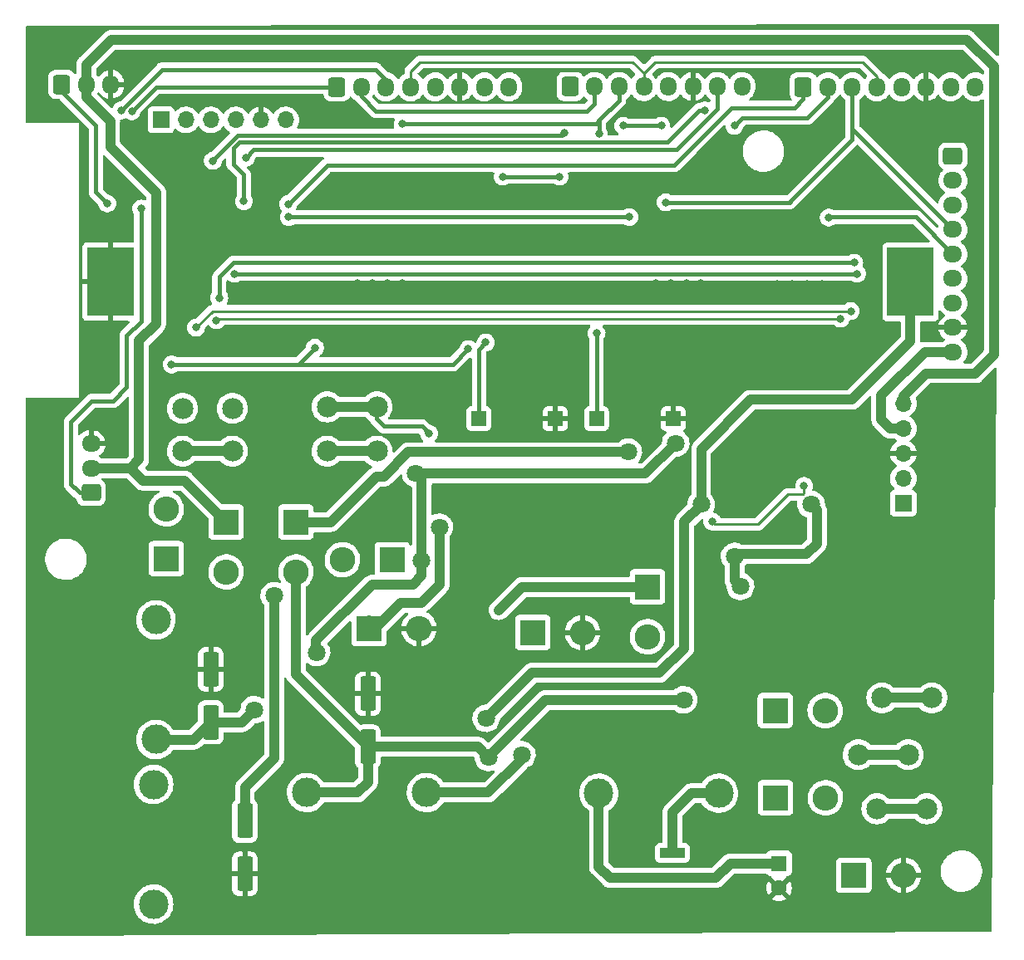
<source format=gbr>
%TF.GenerationSoftware,KiCad,Pcbnew,6.0.5-a6ca702e91~116~ubuntu20.04.1*%
%TF.CreationDate,2022-05-20T12:06:46-05:00*%
%TF.ProjectId,Easyrun,45617379-7275-46e2-9e6b-696361645f70,rev?*%
%TF.SameCoordinates,Original*%
%TF.FileFunction,Copper,L2,Bot*%
%TF.FilePolarity,Positive*%
%FSLAX46Y46*%
G04 Gerber Fmt 4.6, Leading zero omitted, Abs format (unit mm)*
G04 Created by KiCad (PCBNEW 6.0.5-a6ca702e91~116~ubuntu20.04.1) date 2022-05-20 12:06:46*
%MOMM*%
%LPD*%
G01*
G04 APERTURE LIST*
G04 Aperture macros list*
%AMRoundRect*
0 Rectangle with rounded corners*
0 $1 Rounding radius*
0 $2 $3 $4 $5 $6 $7 $8 $9 X,Y pos of 4 corners*
0 Add a 4 corners polygon primitive as box body*
4,1,4,$2,$3,$4,$5,$6,$7,$8,$9,$2,$3,0*
0 Add four circle primitives for the rounded corners*
1,1,$1+$1,$2,$3*
1,1,$1+$1,$4,$5*
1,1,$1+$1,$6,$7*
1,1,$1+$1,$8,$9*
0 Add four rect primitives between the rounded corners*
20,1,$1+$1,$2,$3,$4,$5,0*
20,1,$1+$1,$4,$5,$6,$7,0*
20,1,$1+$1,$6,$7,$8,$9,0*
20,1,$1+$1,$8,$9,$2,$3,0*%
G04 Aperture macros list end*
%TA.AperFunction,ComponentPad*%
%ADD10RoundRect,0.250000X-0.600000X-0.725000X0.600000X-0.725000X0.600000X0.725000X-0.600000X0.725000X0*%
%TD*%
%TA.AperFunction,ComponentPad*%
%ADD11O,1.700000X1.950000*%
%TD*%
%TA.AperFunction,ComponentPad*%
%ADD12R,2.600000X2.600000*%
%TD*%
%TA.AperFunction,ComponentPad*%
%ADD13O,2.600000X2.600000*%
%TD*%
%TA.AperFunction,ComponentPad*%
%ADD14C,2.145000*%
%TD*%
%TA.AperFunction,ComponentPad*%
%ADD15C,3.000000*%
%TD*%
%TA.AperFunction,ComponentPad*%
%ADD16RoundRect,0.250000X-0.725000X0.600000X-0.725000X-0.600000X0.725000X-0.600000X0.725000X0.600000X0*%
%TD*%
%TA.AperFunction,ComponentPad*%
%ADD17O,1.950000X1.700000*%
%TD*%
%TA.AperFunction,ComponentPad*%
%ADD18R,1.600000X1.600000*%
%TD*%
%TA.AperFunction,ComponentPad*%
%ADD19C,1.600000*%
%TD*%
%TA.AperFunction,ComponentPad*%
%ADD20RoundRect,0.250000X0.725000X-0.600000X0.725000X0.600000X-0.725000X0.600000X-0.725000X-0.600000X0*%
%TD*%
%TA.AperFunction,ComponentPad*%
%ADD21R,1.700000X1.700000*%
%TD*%
%TA.AperFunction,ComponentPad*%
%ADD22O,1.700000X1.700000*%
%TD*%
%TA.AperFunction,SMDPad,CuDef*%
%ADD23R,4.700000X7.000000*%
%TD*%
%TA.AperFunction,SMDPad,CuDef*%
%ADD24RoundRect,0.250000X0.550000X-1.500000X0.550000X1.500000X-0.550000X1.500000X-0.550000X-1.500000X0*%
%TD*%
%TA.AperFunction,SMDPad,CuDef*%
%ADD25RoundRect,0.250000X-0.550000X1.500000X-0.550000X-1.500000X0.550000X-1.500000X0.550000X1.500000X0*%
%TD*%
%TA.AperFunction,SMDPad,CuDef*%
%ADD26R,1.500000X1.500000*%
%TD*%
%TA.AperFunction,SMDPad,CuDef*%
%ADD27R,2.510000X1.000000*%
%TD*%
%TA.AperFunction,ViaPad*%
%ADD28C,0.800000*%
%TD*%
%TA.AperFunction,ViaPad*%
%ADD29C,1.800000*%
%TD*%
%TA.AperFunction,Conductor*%
%ADD30C,0.420000*%
%TD*%
%TA.AperFunction,Conductor*%
%ADD31C,1.000000*%
%TD*%
%TA.AperFunction,Conductor*%
%ADD32C,0.250000*%
%TD*%
G04 APERTURE END LIST*
D10*
%TO.P,J_Lector_2,1,Pin_1*%
%TO.N,/CS_Lector2*%
X182014000Y-57035500D03*
D11*
%TO.P,J_Lector_2,2,Pin_2*%
%TO.N,/SCK*%
X184514000Y-57035500D03*
%TO.P,J_Lector_2,3,Pin_3*%
%TO.N,/MOSI*%
X187014000Y-57035500D03*
%TO.P,J_Lector_2,4,Pin_4*%
%TO.N,/MISO*%
X189514000Y-57035500D03*
%TO.P,J_Lector_2,5,Pin_5*%
%TO.N,unconnected-(J_Lector_2-Pad5)*%
X192014000Y-57035500D03*
%TO.P,J_Lector_2,6,Pin_6*%
%TO.N,GND*%
X194514000Y-57035500D03*
%TO.P,J_Lector_2,7,Pin_7*%
%TO.N,/Rst_2*%
X197014000Y-57035500D03*
%TO.P,J_Lector_2,8,Pin_8*%
%TO.N,+3V3*%
X199514000Y-57035500D03*
%TD*%
D12*
%TO.P,D1,1,K*%
%TO.N,/PowerModule/Buck3v3/v_in*%
X140157600Y-105252200D03*
D13*
%TO.P,D1,2,A*%
%TO.N,/PowerModule/Boost5v0*%
X135077600Y-105252200D03*
%TD*%
D10*
%TO.P,J_Lector_1,1,Pin_1*%
%TO.N,/CS_Lector1*%
X158265000Y-56997500D03*
D11*
%TO.P,J_Lector_1,2,Pin_2*%
%TO.N,/SCK*%
X160765000Y-56997500D03*
%TO.P,J_Lector_1,3,Pin_3*%
%TO.N,/MOSI*%
X163265000Y-56997500D03*
%TO.P,J_Lector_1,4,Pin_4*%
%TO.N,/MISO*%
X165765000Y-56997500D03*
%TO.P,J_Lector_1,5,Pin_5*%
%TO.N,unconnected-(J_Lector_1-Pad5)*%
X168265000Y-56997500D03*
%TO.P,J_Lector_1,6,Pin_6*%
%TO.N,GND*%
X170765000Y-56997500D03*
%TO.P,J_Lector_1,7,Pin_7*%
%TO.N,/Rst_1*%
X173265000Y-56997500D03*
%TO.P,J_Lector_1,8,Pin_8*%
%TO.N,+3V3*%
X175765000Y-56997500D03*
%TD*%
D12*
%TO.P,DFly1,1,K*%
%TO.N,Net-(DFly1-Pad1)*%
X187157200Y-137408600D03*
D13*
%TO.P,DFly1,2,A*%
%TO.N,GND*%
X192237200Y-137408600D03*
%TD*%
D14*
%TO.P,J_gnd1,1,P1*%
%TO.N,/PowerModule/R_Gnd*%
X192694400Y-125115000D03*
%TO.P,J_gnd1,2,P1*%
X187614400Y-125115000D03*
%TD*%
D15*
%TO.P,LB3,1,1*%
%TO.N,Net-(DB3-Pad1)*%
X116075000Y-111375000D03*
%TO.P,LB3,2,2*%
%TO.N,+3V3*%
X116075000Y-123575000D03*
%TD*%
%TO.P,Lb1,1,1*%
%TO.N,/PowerModule/Battery Charge/Vo_bat*%
X115834000Y-128163000D03*
%TO.P,Lb1,2,2*%
%TO.N,Net-(DBoo1-Pad2)*%
X115834000Y-140363000D03*
%TD*%
D12*
%TO.P,D3,1,K*%
%TO.N,+5V*%
X123220000Y-101405000D03*
D13*
%TO.P,D3,2,A*%
%TO.N,/PowerModule/Boost5v0*%
X123220000Y-106485000D03*
%TD*%
D10*
%TO.P,J_Lector_3,1,Pin_1*%
%TO.N,/CS_Lector3*%
X134516000Y-57035500D03*
D11*
%TO.P,J_Lector_3,2,Pin_2*%
%TO.N,/SCK*%
X137016000Y-57035500D03*
%TO.P,J_Lector_3,3,Pin_3*%
%TO.N,/MOSI*%
X139516000Y-57035500D03*
%TO.P,J_Lector_3,4,Pin_4*%
%TO.N,/MISO*%
X142016000Y-57035500D03*
%TO.P,J_Lector_3,5,Pin_5*%
%TO.N,unconnected-(J_Lector_3-Pad5)*%
X144516000Y-57035500D03*
%TO.P,J_Lector_3,6,Pin_6*%
%TO.N,GND*%
X147016000Y-57035500D03*
%TO.P,J_Lector_3,7,Pin_7*%
%TO.N,/Rst_3*%
X149516000Y-57035500D03*
%TO.P,J_Lector_3,8,Pin_8*%
%TO.N,+3V3*%
X152016000Y-57035500D03*
%TD*%
D14*
%TO.P,B1_1,1,P1*%
%TO.N,/Butt_No_D*%
X118780400Y-89809000D03*
%TO.P,B1_1,2,P1*%
X123860400Y-89809000D03*
%TD*%
D16*
%TO.P,J_Display1,1,Pin_1*%
%TO.N,/MISO*%
X197257500Y-64070000D03*
D17*
%TO.P,J_Display1,2,Pin_2*%
%TO.N,+3V3*%
X197257500Y-66570000D03*
%TO.P,J_Display1,3,Pin_3*%
%TO.N,/SCK*%
X197257500Y-69070000D03*
%TO.P,J_Display1,4,Pin_4*%
%TO.N,/MOSI*%
X197257500Y-71570000D03*
%TO.P,J_Display1,5,Pin_5*%
%TO.N,/D{slash}C*%
X197257500Y-74070000D03*
%TO.P,J_Display1,6,Pin_6*%
%TO.N,/Rst_D*%
X197257500Y-76570000D03*
%TO.P,J_Display1,7,Pin_7*%
%TO.N,/CS_Display*%
X197257500Y-79070000D03*
%TO.P,J_Display1,8,Pin_8*%
%TO.N,GND*%
X197257500Y-81570000D03*
%TO.P,J_Display1,9,Pin_9*%
%TO.N,+3V3*%
X197257500Y-84070000D03*
%TD*%
D14*
%TO.P,J_Tap_1,1,P1*%
%TO.N,/PowerModule/Tap_1*%
X194594000Y-130633000D03*
%TO.P,J_Tap_1,2,P1*%
X189514000Y-130633000D03*
%TD*%
%TO.P,B2_1,1,P1*%
%TO.N,/Butt_D*%
X133512400Y-89656600D03*
%TO.P,B2_1,2,P1*%
X138592400Y-89656600D03*
%TD*%
%TO.P,B2,1,P1*%
%TO.N,+3V3*%
X133512400Y-94177800D03*
%TO.P,B2,2,P1*%
X138592400Y-94177800D03*
%TD*%
D12*
%TO.P,DBoo1,1,K*%
%TO.N,/PowerModule/Boost5v0*%
X117124000Y-105145000D03*
D13*
%TO.P,DBoo1,2,A*%
%TO.N,Net-(DBoo1-Pad2)*%
X117124000Y-100065000D03*
%TD*%
D12*
%TO.P,D2,1,K*%
%TO.N,/PowerModule/Buck3v3/v_in*%
X166146000Y-108009000D03*
D13*
%TO.P,D2,2,A*%
%TO.N,/PowerModule/Vo_rec*%
X166146000Y-113089000D03*
%TD*%
D15*
%TO.P,LB5,1,1*%
%TO.N,Net-(DB5-Pad1)*%
X143625600Y-128975800D03*
%TO.P,LB5,2,2*%
%TO.N,/PowerModule/Buck5v0*%
X131425600Y-128975800D03*
%TD*%
D18*
%TO.P,Crec1,1*%
%TO.N,/PowerModule/Vo_rec*%
X179534000Y-136211621D03*
D19*
%TO.P,Crec1,2*%
%TO.N,GND*%
X179534000Y-138711621D03*
%TD*%
D12*
%TO.P,D_S1,1,K*%
%TO.N,Net-(DFly1-Pad1)*%
X179188000Y-129520000D03*
D13*
%TO.P,D_S1,2,A*%
%TO.N,/PowerModule/Tap_1*%
X184268000Y-129520000D03*
%TD*%
D14*
%TO.P,B1,1,P1*%
%TO.N,+3V3*%
X118780400Y-94177800D03*
%TO.P,B1,2,P1*%
X123860400Y-94177800D03*
%TD*%
D20*
%TO.P,J_M2,1,Pin_1*%
%TO.N,/PWM_M2*%
X109465000Y-98405000D03*
D17*
%TO.P,J_M2,2,Pin_2*%
%TO.N,+5V*%
X109465000Y-95905000D03*
%TO.P,J_M2,3,Pin_3*%
%TO.N,GND*%
X109465000Y-93405000D03*
%TD*%
D21*
%TO.P,J_I2C1,1,Pin_1*%
%TO.N,/I2C2*%
X192206000Y-99481000D03*
D22*
%TO.P,J_I2C1,2,Pin_2*%
%TO.N,/I2C1*%
X192206000Y-96941000D03*
%TO.P,J_I2C1,3,Pin_3*%
%TO.N,GND*%
X192206000Y-94401000D03*
%TO.P,J_I2C1,4,Pin_4*%
%TO.N,+3V3*%
X192206000Y-91861000D03*
%TO.P,J_I2C1,5,Pin_5*%
%TO.N,+5V*%
X192206000Y-89321000D03*
%TD*%
D10*
%TO.P,J_M1,1,Pin_1*%
%TO.N,/PWM_M1*%
X106476000Y-56781500D03*
D11*
%TO.P,J_M1,2,Pin_2*%
%TO.N,+5V*%
X108976000Y-56781500D03*
%TO.P,J_M1,3,Pin_3*%
%TO.N,GND*%
X111476000Y-56781500D03*
%TD*%
D21*
%TO.P,J_prog1,1,Pin_1*%
%TO.N,unconnected-(J_prog1-Pad1)*%
X116596000Y-60402000D03*
D22*
%TO.P,J_prog1,2,Pin_2*%
%TO.N,unconnected-(J_prog1-Pad2)*%
X119136000Y-60402000D03*
%TO.P,J_prog1,3,Pin_3*%
%TO.N,/Prog_Rx*%
X121676000Y-60402000D03*
%TO.P,J_prog1,4,Pin_4*%
%TO.N,/Prog_Tx*%
X124216000Y-60402000D03*
%TO.P,J_prog1,5,Pin_5*%
%TO.N,GND*%
X126756000Y-60402000D03*
%TO.P,J_prog1,6,Pin_6*%
%TO.N,unconnected-(J_prog1-Pad6)*%
X129296000Y-60402000D03*
%TD*%
D12*
%TO.P,DB3,1,K*%
%TO.N,Net-(DB3-Pad1)*%
X137789200Y-112262600D03*
D13*
%TO.P,DB3,2,A*%
%TO.N,GND*%
X142869200Y-112262600D03*
%TD*%
D12*
%TO.P,DB5,1,K*%
%TO.N,Net-(DB5-Pad1)*%
X154451600Y-112669000D03*
D13*
%TO.P,DB5,2,A*%
%TO.N,GND*%
X159531600Y-112669000D03*
%TD*%
D15*
%TO.P,Lrec1,1,1*%
%TO.N,Net-(DFly1-Pad1)*%
X173390000Y-129042000D03*
%TO.P,Lrec1,2,2*%
%TO.N,/PowerModule/Vo_rec*%
X161190000Y-129042000D03*
%TD*%
D12*
%TO.P,D4,1,K*%
%TO.N,+5V*%
X130332000Y-101405000D03*
D13*
%TO.P,D4,2,A*%
%TO.N,/PowerModule/Buck5v0*%
X130332000Y-106485000D03*
%TD*%
D14*
%TO.P,J_Tap_2,1,P1*%
%TO.N,/PowerModule/Tab_2*%
X195102000Y-119333000D03*
%TO.P,J_Tap_2,2,P1*%
X190022000Y-119333000D03*
%TD*%
D12*
%TO.P,D_S2,1,K*%
%TO.N,Net-(DFly1-Pad1)*%
X179166000Y-120630000D03*
D13*
%TO.P,D_S2,2,A*%
%TO.N,/PowerModule/Tab_2*%
X184246000Y-120630000D03*
%TD*%
D23*
%TO.P,BT1,1,+*%
%TO.N,/PowerModule/Battery Charge/Vo_bat*%
X192941800Y-76911200D03*
%TO.P,BT1,2,-*%
%TO.N,GND*%
X111451800Y-76897200D03*
%TD*%
D24*
%TO.P,CB5,1*%
%TO.N,/PowerModule/Buck5v0*%
X137678000Y-124309800D03*
%TO.P,CB5,2*%
%TO.N,GND*%
X137678000Y-118909800D03*
%TD*%
D25*
%TO.P,C_b1,1*%
%TO.N,/PowerModule/Boost5v0*%
X125130400Y-131863800D03*
%TO.P,C_b1,2*%
%TO.N,GND*%
X125130400Y-137263800D03*
%TD*%
D26*
%TO.P,BRst1,1*%
%TO.N,GND*%
X156767200Y-90875800D03*
%TO.P,BRst1,2*%
%TO.N,Net-(BRst1-Pad2)*%
X148967200Y-90875800D03*
%TD*%
%TO.P,BProg1,1*%
%TO.N,Net-(BProg1-Pad1)*%
X160956000Y-90875800D03*
%TO.P,BProg1,2*%
%TO.N,GND*%
X168756000Y-90875800D03*
%TD*%
D27*
%TO.P,SWRec1,1*%
%TO.N,Net-(DFly1-Pad1)*%
X168691000Y-135138000D03*
%TO.P,SWRec1,2*%
%TO.N,/PowerModule/Vo_rec*%
X165381000Y-137678000D03*
%TD*%
D24*
%TO.P,CB3,1*%
%TO.N,+3V3*%
X121676000Y-121820600D03*
%TO.P,CB3,2*%
%TO.N,GND*%
X121676000Y-116420600D03*
%TD*%
D28*
%TO.N,GND*%
X188200000Y-116800000D03*
X147400000Y-108800000D03*
X198500000Y-91300000D03*
X138300000Y-134450000D03*
X136725000Y-134425000D03*
X173837600Y-66192400D03*
X170100000Y-77050000D03*
X109800000Y-71200000D03*
X142675000Y-116475000D03*
X188200000Y-115800000D03*
X157475000Y-101975000D03*
X108900000Y-132400000D03*
X138125000Y-78650000D03*
X165200000Y-102000000D03*
X107050000Y-53675000D03*
X168000000Y-140200000D03*
X121600000Y-72400000D03*
X168725000Y-84625000D03*
X170000000Y-124200000D03*
X155775000Y-100450000D03*
X130775000Y-90350000D03*
X144225000Y-119550000D03*
X165963600Y-59080400D03*
X183875000Y-73575000D03*
X189200000Y-116800000D03*
X171750000Y-86375000D03*
X200050000Y-94375000D03*
X162407600Y-67868800D03*
X167200000Y-83025000D03*
X122800000Y-73400000D03*
X170175000Y-72025000D03*
X105550000Y-135450000D03*
X152400000Y-136200000D03*
X167967730Y-125168076D03*
X105550000Y-133975000D03*
X131400000Y-65400000D03*
X116400000Y-90400000D03*
X152375000Y-137800000D03*
X155725000Y-103525000D03*
X154075000Y-86350000D03*
X155092400Y-56692800D03*
X105625000Y-119800000D03*
X171750000Y-83050000D03*
X154050000Y-83025000D03*
X168700000Y-83025000D03*
X136750000Y-137750000D03*
X196725000Y-95850000D03*
X135225000Y-136000000D03*
X180875000Y-78700000D03*
X131600000Y-73400000D03*
X131600000Y-72000000D03*
X198450000Y-95825000D03*
X159075000Y-100450000D03*
X196400000Y-60800000D03*
X108950000Y-119800000D03*
X109800000Y-72200000D03*
X149325000Y-137750000D03*
X142650000Y-118050000D03*
X104000000Y-53625000D03*
X130800000Y-93975000D03*
X108950000Y-118325000D03*
X136600000Y-60400000D03*
X130600000Y-73400000D03*
X130600000Y-72000000D03*
X171704000Y-65125600D03*
X108975000Y-115250000D03*
X180850000Y-77100000D03*
X136600000Y-78625000D03*
X196750000Y-92825000D03*
X179350000Y-71950000D03*
X141150000Y-77075000D03*
X179350000Y-77100000D03*
X139775000Y-137775000D03*
X168550000Y-78625000D03*
X107075000Y-52075000D03*
X182425000Y-71975000D03*
X144250000Y-118025000D03*
X150850000Y-139500000D03*
X171550000Y-78650000D03*
X142650000Y-119550000D03*
X157075000Y-84650000D03*
X110800000Y-72200000D03*
X169000000Y-124200000D03*
X152550000Y-84600000D03*
X105575000Y-132425000D03*
X157450000Y-103500000D03*
X191450000Y-102025000D03*
X168625000Y-73600000D03*
X153875000Y-139525000D03*
X183900000Y-77125000D03*
X179350000Y-78675000D03*
X180875000Y-73550000D03*
X155625000Y-83050000D03*
X168000000Y-124200000D03*
X144275000Y-115025000D03*
X142675000Y-115000000D03*
X200075000Y-91300000D03*
X149325000Y-136175000D03*
X189950000Y-103625000D03*
X105525000Y-53650000D03*
X161493200Y-66649600D03*
X149325000Y-139475000D03*
X167100000Y-72000000D03*
X107275000Y-135425000D03*
X170000000Y-140200000D03*
X171625000Y-73625000D03*
X153850000Y-137800000D03*
X135225000Y-137725000D03*
X136750000Y-136025000D03*
X152400000Y-139525000D03*
X155750000Y-101975000D03*
X157500000Y-100450000D03*
X198475000Y-92825000D03*
X169000000Y-141200000D03*
X170250000Y-84650000D03*
X189200000Y-115800000D03*
X187200000Y-116800000D03*
X155600000Y-84650000D03*
X105675000Y-115250000D03*
X187200000Y-115800000D03*
X200075000Y-92800000D03*
X168600000Y-72000000D03*
X171650000Y-72025000D03*
X155725000Y-105000000D03*
X136600000Y-77050000D03*
X172770800Y-66192400D03*
X196725000Y-94375000D03*
X110800000Y-71200000D03*
X169000000Y-125200000D03*
X195400000Y-59800000D03*
X170075000Y-78650000D03*
X152550000Y-83025000D03*
X159050000Y-105000000D03*
X179200000Y-58000000D03*
X107350000Y-118300000D03*
X149400000Y-108800000D03*
X170000000Y-125200000D03*
X198450000Y-94350000D03*
X159075000Y-101950000D03*
X164200000Y-102000000D03*
X159050000Y-103525000D03*
X180850000Y-71950000D03*
X139775000Y-134450000D03*
X191425000Y-103625000D03*
X168000000Y-141200000D03*
X156006800Y-56692800D03*
X180000000Y-57200000D03*
X105650000Y-116775000D03*
X183900000Y-71975000D03*
X194800000Y-82000000D03*
X116400000Y-88000000D03*
X107300000Y-132425000D03*
X170275000Y-83050000D03*
X155092400Y-57658000D03*
X182400000Y-78725000D03*
X163779200Y-67868800D03*
X105625000Y-118325000D03*
X131900000Y-91975000D03*
X182425000Y-77125000D03*
X155625000Y-86375000D03*
X107350000Y-119775000D03*
X169000000Y-140200000D03*
X153875000Y-136200000D03*
X154075000Y-84625000D03*
X189975000Y-105350000D03*
X167025000Y-78600000D03*
X195400000Y-60800000D03*
X138275000Y-136050000D03*
X192887600Y-102057200D03*
X144275000Y-116500000D03*
X164200000Y-103000000D03*
X105500000Y-52050000D03*
X182400000Y-73575000D03*
X200050000Y-95850000D03*
X138100000Y-77050000D03*
X141125000Y-78675000D03*
X121600000Y-73400000D03*
X171725000Y-84650000D03*
X170000000Y-141200000D03*
X167100000Y-73575000D03*
X168725000Y-86350000D03*
X167025000Y-77025000D03*
X134600000Y-60400000D03*
X179350000Y-73525000D03*
X139750000Y-136050000D03*
X183875000Y-78725000D03*
X138300000Y-137775000D03*
X139650000Y-78675000D03*
X171704000Y-66192400D03*
X168525000Y-77025000D03*
X104000000Y-52050000D03*
X107375000Y-116775000D03*
X122800000Y-72400000D03*
X156006800Y-57658000D03*
X170150000Y-73625000D03*
X171575000Y-77050000D03*
X167200000Y-86325000D03*
X107400000Y-115250000D03*
X172720000Y-65125600D03*
X130200000Y-65400000D03*
X196400000Y-59800000D03*
X157100000Y-83050000D03*
X135225000Y-134425000D03*
X196775000Y-91300000D03*
X116393615Y-89191948D03*
X105600000Y-130900000D03*
X139675000Y-77075000D03*
X157100000Y-86375000D03*
X148400000Y-108800000D03*
X189975000Y-102025000D03*
X162763200Y-66649600D03*
X108975000Y-116750000D03*
X135600000Y-60400000D03*
X150825000Y-136175000D03*
X167200000Y-84600000D03*
X108875000Y-135450000D03*
X108875000Y-133975000D03*
X165200000Y-103000000D03*
X111800000Y-72200000D03*
X170275000Y-86375000D03*
X108900000Y-130900000D03*
X107275000Y-133950000D03*
X157450000Y-104975000D03*
X173837600Y-65125600D03*
X152550000Y-86325000D03*
X150850000Y-137775000D03*
X107325000Y-130900000D03*
%TO.N,Net-(BProg1-Pad1)*%
X157185200Y-66187000D03*
X151394000Y-66187000D03*
X160956000Y-82149800D03*
%TO.N,Net-(BRst1-Pad2)*%
X149666800Y-83103400D03*
D29*
%TO.N,/PowerModule/Battery Charge/Vo_bat*%
X171612400Y-99613400D03*
X149717600Y-121406600D03*
D28*
X186954000Y-88945400D03*
%TO.N,/En*%
X132272800Y-83631800D03*
X117662800Y-85338600D03*
X147888800Y-83763800D03*
D29*
%TO.N,+3V3*%
X142532100Y-96456500D03*
X169016200Y-93370400D03*
X143154400Y-105308400D03*
X126095600Y-120543000D03*
X132445600Y-114701000D03*
D28*
%TO.N,/Butt_D*%
X143891000Y-92379800D03*
D29*
%TO.N,/PowerModule/Buck5v0*%
X175016000Y-104917400D03*
X175615600Y-107950000D03*
X169834400Y-119527000D03*
X149948000Y-125396200D03*
X182811300Y-99611300D03*
D28*
%TO.N,/PowerModule/Buck3v3/v_in*%
X150987600Y-110383000D03*
D29*
%TO.N,/PowerModule/Boost5v0*%
X128127600Y-108909800D03*
%TO.N,+5V*%
X164185600Y-94279400D03*
%TO.N,Net-(DB3-Pad1)*%
X144957800Y-101930200D03*
%TO.N,Net-(DB5-Pad1)*%
X153348000Y-125137600D03*
D28*
%TO.N,/SCK*%
X175000000Y-61000000D03*
X167549200Y-61000000D03*
X163688400Y-61000000D03*
%TO.N,/MOSI*%
X141200000Y-60800000D03*
X112524300Y-59438300D03*
X168000000Y-68800000D03*
X161200000Y-61800000D03*
%TO.N,/D{slash}C*%
X184607200Y-70358000D03*
X164292600Y-70301800D03*
X129600800Y-70301800D03*
%TO.N,/Rst_D*%
X122529600Y-78562200D03*
X187208000Y-74975400D03*
%TO.N,/CS_Display*%
X187477400Y-76098400D03*
X124079000Y-76098400D03*
%TO.N,/I2C2*%
X120157000Y-81574400D03*
X186852400Y-79903000D03*
%TO.N,/I2C1*%
X122224800Y-80822800D03*
X185801000Y-80665000D03*
%TO.N,/CS_Lector1*%
X121869200Y-64566800D03*
X157708600Y-61747400D03*
%TO.N,/Rst_1*%
X125237000Y-64251600D03*
%TO.N,/CS_Lector2*%
X129542300Y-68988700D03*
%TO.N,/Rst_2*%
X125037920Y-68685320D03*
X171997497Y-59424697D03*
%TO.N,/CS_Lector3*%
X113616500Y-59514500D03*
%TO.N,/PWM_M1*%
X111107300Y-68927900D03*
%TO.N,/PWM_M2*%
X114564000Y-69438200D03*
%TO.N,STDBY*%
X182092600Y-97713800D03*
X172730000Y-101336000D03*
%TD*%
D30*
%TO.N,Net-(BProg1-Pad1)*%
X157185200Y-66187000D02*
X151394000Y-66187000D01*
X160956000Y-90875800D02*
X160956000Y-82149800D01*
X160956000Y-82149800D02*
X160944400Y-82138200D01*
%TO.N,Net-(BRst1-Pad2)*%
X148967200Y-83803000D02*
X149666800Y-83103400D01*
X148967200Y-90875800D02*
X148967200Y-83803000D01*
D31*
%TO.N,/PowerModule/Battery Charge/Vo_bat*%
X166430800Y-116783800D02*
X167345200Y-116783800D01*
X169885200Y-114243800D02*
X169885200Y-107487400D01*
X171612400Y-93974600D02*
X176641600Y-88945400D01*
X186954000Y-88945400D02*
X192941800Y-82957600D01*
X176641600Y-88945400D02*
X186954000Y-88945400D01*
X169885200Y-107487400D02*
X169885200Y-101391400D01*
X171637800Y-99638800D02*
X171612400Y-99613400D01*
X171612400Y-99613400D02*
X171612400Y-93974600D01*
X167345200Y-116783800D02*
X169834400Y-114294600D01*
X149717600Y-121406600D02*
X154340400Y-116783800D01*
X154340400Y-116783800D02*
X166430800Y-116783800D01*
X169885200Y-101391400D02*
X171637800Y-99638800D01*
X171637800Y-99638800D02*
X171663200Y-99613400D01*
X192941800Y-82957600D02*
X192941800Y-76911200D01*
X169834400Y-114294600D02*
X169885200Y-114243800D01*
D30*
%TO.N,/En*%
X146314000Y-85338600D02*
X147888800Y-83763800D01*
X130566000Y-85338600D02*
X146314000Y-85338600D01*
X117662800Y-85338600D02*
X130566000Y-85338600D01*
X130566000Y-85338600D02*
X132242400Y-83662200D01*
D31*
%TO.N,+3V3*%
X192206000Y-91861000D02*
X190856000Y-91861000D01*
X143154400Y-105308400D02*
X143154400Y-97078800D01*
X118780400Y-94177800D02*
X123860400Y-94177800D01*
X142250000Y-107792200D02*
X138084400Y-107792200D01*
X165900100Y-96456500D02*
X168986200Y-93370400D01*
X143154400Y-105308400D02*
X143154400Y-106887800D01*
X119901600Y-123595000D02*
X121676000Y-121820600D01*
X189965000Y-90970000D02*
X189965000Y-88495000D01*
X190856000Y-91861000D02*
X189965000Y-90970000D01*
X124818000Y-121820600D02*
X126095600Y-120543000D01*
X143154400Y-97078800D02*
X142532100Y-96456500D01*
X132394800Y-114650200D02*
X132445600Y-114701000D01*
X143154400Y-106887800D02*
X142250000Y-107792200D01*
X138084400Y-107792200D02*
X132394800Y-113481800D01*
X121676000Y-121820600D02*
X124818000Y-121820600D01*
X189965000Y-88495000D02*
X194390000Y-84070000D01*
X194390000Y-84070000D02*
X197257500Y-84070000D01*
X132394800Y-113481800D02*
X132394800Y-114650200D01*
X142532100Y-96456500D02*
X165900100Y-96456500D01*
X116088000Y-123595000D02*
X119901600Y-123595000D01*
X133512400Y-94177800D02*
X138592400Y-94177800D01*
D30*
%TO.N,/Butt_D*%
X143891000Y-92379800D02*
X143161200Y-91650000D01*
X138525000Y-89724000D02*
X138592400Y-89656600D01*
X139325000Y-91650000D02*
X138525000Y-90850000D01*
X143161200Y-91650000D02*
X139325000Y-91650000D01*
D31*
X133512400Y-89656600D02*
X138592400Y-89656600D01*
D30*
X138525000Y-90850000D02*
X138525000Y-89724000D01*
D31*
%TO.N,/PowerModule/Buck5v0*%
X155762800Y-119527000D02*
X169834400Y-119527000D01*
X175615600Y-107950000D02*
X175016000Y-107350400D01*
X182793400Y-99593400D02*
X182811300Y-99611300D01*
X175016000Y-107350400D02*
X175016000Y-104917400D01*
X131425600Y-128975800D02*
X136611200Y-128975800D01*
X182811300Y-99611300D02*
X183400000Y-100200000D01*
X183400000Y-100200000D02*
X183400000Y-103600000D01*
X182753000Y-99593400D02*
X182793400Y-99593400D01*
X149920800Y-125369000D02*
X155762800Y-119527000D01*
X137678000Y-127909000D02*
X137678000Y-124309800D01*
X148861600Y-124309800D02*
X149920800Y-125369000D01*
X136611200Y-128975800D02*
X137678000Y-127909000D01*
X137678000Y-124309800D02*
X148861600Y-124309800D01*
X182306600Y-104693400D02*
X175016000Y-104693400D01*
X130332000Y-116963800D02*
X130332000Y-106485000D01*
X183400000Y-103600000D02*
X182306600Y-104693400D01*
X175016000Y-104693400D02*
X175016000Y-104917400D01*
X137678000Y-124309800D02*
X130332000Y-116963800D01*
%TO.N,/PowerModule/Buck3v3/v_in*%
X150987600Y-110383000D02*
X153361600Y-108009000D01*
X153361600Y-108009000D02*
X166146000Y-108009000D01*
%TO.N,/PowerModule/Vo_rec*%
X179534000Y-136211621D02*
X174587379Y-136211621D01*
X161190000Y-129042000D02*
X161190000Y-136536600D01*
X162331400Y-137678000D02*
X165381000Y-137678000D01*
X173121000Y-137678000D02*
X165381000Y-137678000D01*
X161190000Y-136536600D02*
X162331400Y-137678000D01*
X174587379Y-136211621D02*
X173121000Y-137678000D01*
%TO.N,/PowerModule/Boost5v0*%
X125130400Y-131863800D02*
X125130400Y-128467800D01*
X127670400Y-125927800D02*
X128127600Y-125470600D01*
X125130400Y-128467800D02*
X127670400Y-125927800D01*
X128127600Y-125470600D02*
X128127600Y-108909800D01*
%TO.N,+5V*%
X138507603Y-96768600D02*
X133871203Y-101405000D01*
X111414400Y-63139000D02*
X111414400Y-60548200D01*
X198665000Y-52220000D02*
X201415000Y-54970000D01*
X116088000Y-67812600D02*
X111414400Y-63139000D01*
X199515000Y-86245000D02*
X194490000Y-86245000D01*
X113497200Y-95905000D02*
X114362311Y-95039889D01*
X114767200Y-97175000D02*
X118990000Y-97175000D01*
X111540000Y-52220000D02*
X198665000Y-52220000D01*
X116088000Y-81173000D02*
X116088000Y-67812600D01*
X141792800Y-94279400D02*
X139303600Y-96768600D01*
X201415000Y-54970000D02*
X201415000Y-84345000D01*
X118990000Y-97175000D02*
X123220000Y-101405000D01*
X113497200Y-95905000D02*
X114767200Y-97175000D01*
X192206000Y-88529000D02*
X192206000Y-89321000D01*
X108976000Y-58109800D02*
X108976000Y-56781500D01*
X133871203Y-101405000D02*
X130332000Y-101405000D01*
X114362311Y-82898689D02*
X116088000Y-81173000D01*
X108976000Y-54784000D02*
X111540000Y-52220000D01*
X108976000Y-56781500D02*
X108976000Y-54784000D01*
X164185600Y-94279400D02*
X141792800Y-94279400D01*
X201415000Y-84345000D02*
X199515000Y-86245000D01*
X114362311Y-95039889D02*
X114362311Y-82898689D01*
X111414400Y-60548200D02*
X108976000Y-58109800D01*
X194490000Y-86245000D02*
X192206000Y-88529000D01*
X109465000Y-95905000D02*
X113497200Y-95905000D01*
X139303600Y-96768600D02*
X138507603Y-96768600D01*
%TO.N,Net-(DB3-Pad1)*%
X138389200Y-112262600D02*
X137789200Y-112262600D01*
X144983200Y-101955600D02*
X144983200Y-107751400D01*
X137789200Y-111440200D02*
X137789200Y-112262600D01*
X144957800Y-101930200D02*
X144983200Y-101955600D01*
X141030800Y-109621000D02*
X138389200Y-112262600D01*
X144983200Y-107751400D02*
X143113600Y-109621000D01*
X143113600Y-109621000D02*
X141030800Y-109621000D01*
%TO.N,Net-(DB5-Pad1)*%
X153348000Y-125548600D02*
X149920800Y-128975800D01*
X149920800Y-128975800D02*
X143625600Y-128975800D01*
X153348000Y-125044200D02*
X153348000Y-125548600D01*
%TO.N,Net-(DFly1-Pad1)*%
X168691000Y-130982800D02*
X170631800Y-129042000D01*
X170631800Y-129042000D02*
X173390000Y-129042000D01*
X168691000Y-135138000D02*
X168691000Y-130982800D01*
%TO.N,/PowerModule/Tap_1*%
X189514000Y-130633000D02*
X194594000Y-130633000D01*
%TO.N,/PowerModule/Tab_2*%
X190022000Y-119333000D02*
X195102000Y-119333000D01*
%TO.N,/PowerModule/R_Gnd*%
X187614400Y-125115000D02*
X192694400Y-125115000D01*
D32*
%TO.N,/MISO*%
X142016000Y-55448200D02*
X142961200Y-54503000D01*
X164602000Y-54503000D02*
X165765000Y-55666000D01*
X189514000Y-55945400D02*
X189514000Y-57035500D01*
X166938800Y-54503000D02*
X188071600Y-54503000D01*
X165765000Y-55666000D02*
X165775800Y-55666000D01*
X165765000Y-55666000D02*
X165765000Y-56997500D01*
X165775800Y-55666000D02*
X166938800Y-54503000D01*
X188071600Y-54503000D02*
X189514000Y-55945400D01*
X142961200Y-54503000D02*
X164602000Y-54503000D01*
X142016000Y-57035500D02*
X142016000Y-55448200D01*
D30*
%TO.N,/SCK*%
X184514000Y-57035500D02*
X184514000Y-57486000D01*
X175600000Y-60400000D02*
X175000000Y-61000000D01*
X175800000Y-60200000D02*
X175600000Y-60400000D01*
X176000000Y-60200000D02*
X175800000Y-60200000D01*
X184514000Y-57035500D02*
X184514000Y-58086000D01*
X160765000Y-56997500D02*
X160765000Y-58735000D01*
X137016000Y-58016000D02*
X137016000Y-57035500D01*
X160765000Y-58735000D02*
X160000000Y-59500000D01*
X167549200Y-61000000D02*
X163688400Y-61000000D01*
X184514000Y-58086000D02*
X182400000Y-60200000D01*
X160000000Y-59500000D02*
X138500000Y-59500000D01*
X182400000Y-60200000D02*
X176000000Y-60200000D01*
X138500000Y-59500000D02*
X137016000Y-58016000D01*
%TO.N,/MOSI*%
X138440000Y-55265000D02*
X139516000Y-56341000D01*
X112532000Y-59430600D02*
X116697600Y-55265000D01*
X187014000Y-61326500D02*
X187014000Y-57035500D01*
X116697600Y-55265000D02*
X138440000Y-55265000D01*
X163265000Y-58392500D02*
X163265000Y-56997500D01*
X160857500Y-60800000D02*
X161328750Y-60328750D01*
X180800000Y-68600000D02*
X180600000Y-68800000D01*
X161200000Y-60457500D02*
X161328750Y-60328750D01*
X141200000Y-60800000D02*
X160857500Y-60800000D01*
X139516000Y-56341000D02*
X139516000Y-57035500D01*
X161328750Y-60328750D02*
X163265000Y-58392500D01*
X187014000Y-62386000D02*
X180800000Y-68600000D01*
X197257500Y-71570000D02*
X187014000Y-61326500D01*
X161200000Y-61800000D02*
X161200000Y-60457500D01*
X180600000Y-68800000D02*
X168000000Y-68800000D01*
X187014000Y-57035500D02*
X187014000Y-62386000D01*
%TO.N,/D{slash}C*%
X184663400Y-70301800D02*
X193489300Y-70301800D01*
X184607200Y-70358000D02*
X184663400Y-70301800D01*
X193489300Y-70301800D02*
X197257500Y-74070000D01*
X129600800Y-70301800D02*
X164292600Y-70301800D01*
%TO.N,/Rst_D*%
X123962000Y-74975400D02*
X187208000Y-74975400D01*
X122529600Y-76407800D02*
X123962000Y-74975400D01*
X122529600Y-78562200D02*
X122529600Y-76407800D01*
%TO.N,/CS_Display*%
X187680600Y-76098400D02*
X124079000Y-76098400D01*
D32*
%TO.N,/I2C2*%
X121828400Y-79903000D02*
X120157000Y-81574400D01*
X120157000Y-81574400D02*
X120152000Y-81579400D01*
X186852400Y-79903000D02*
X121828400Y-79903000D01*
%TO.N,/I2C1*%
X122377200Y-80670400D02*
X122224800Y-80822800D01*
X185826400Y-80670400D02*
X122377200Y-80670400D01*
D30*
%TO.N,/CS_Lector1*%
X157443720Y-62012280D02*
X157708600Y-61747400D01*
X121869200Y-64508066D02*
X124364986Y-62012280D01*
D32*
X121869200Y-64566800D02*
X121930674Y-64566800D01*
D30*
X121869200Y-64566800D02*
X121869200Y-64508066D01*
X124364986Y-62012280D02*
X157443720Y-62012280D01*
%TO.N,/Rst_1*%
X126039400Y-63449200D02*
X169117800Y-63449200D01*
X125232000Y-64256600D02*
X125237000Y-64251600D01*
X169117800Y-63449200D02*
X173265000Y-59302000D01*
X173265000Y-59302000D02*
X173265000Y-56997500D01*
X125237000Y-64251600D02*
X126039400Y-63449200D01*
%TO.N,/CS_Lector2*%
X182014000Y-58274600D02*
X182014000Y-57035500D01*
X168818400Y-65018600D02*
X174660400Y-59176600D01*
X174660400Y-59176600D02*
X181112000Y-59176600D01*
X133512400Y-65018600D02*
X168818400Y-65018600D01*
X129550000Y-68981000D02*
X133512400Y-65018600D01*
X181112000Y-59176600D02*
X182014000Y-58274600D01*
%TO.N,/Rst_2*%
X171997497Y-59424697D02*
X171415103Y-59424697D01*
X125037920Y-65992920D02*
X125037920Y-68685320D01*
X124571600Y-62681800D02*
X123962000Y-63291400D01*
X123962000Y-64917000D02*
X125037920Y-65992920D01*
X168158000Y-62681800D02*
X124571600Y-62681800D01*
X171415103Y-59424697D02*
X168158000Y-62681800D01*
X123962000Y-63291400D02*
X123962000Y-64917000D01*
%TO.N,/CS_Lector3*%
X116095500Y-57035500D02*
X113616500Y-59514500D01*
X134516000Y-57035500D02*
X116095500Y-57035500D01*
X113616500Y-59514500D02*
X113598800Y-59532200D01*
%TO.N,/PWM_M1*%
X109941200Y-67761800D02*
X109941200Y-67609400D01*
X106476000Y-57489400D02*
X109941200Y-60954600D01*
X106476000Y-56781500D02*
X106476000Y-57489400D01*
X111058800Y-68879400D02*
X109941200Y-67761800D01*
X109941200Y-60954600D02*
X109941200Y-67609400D01*
%TO.N,/PWM_M2*%
X108275600Y-98405000D02*
X108112400Y-98241800D01*
X113090800Y-87218200D02*
X113090800Y-82392200D01*
X113090800Y-82392200D02*
X114564000Y-80919000D01*
X114564000Y-80919000D02*
X114564000Y-69438200D01*
X111719200Y-89047000D02*
X113090800Y-87675400D01*
X109465000Y-98405000D02*
X108275600Y-98405000D01*
X107401200Y-97530600D02*
X107401200Y-97073400D01*
X108112400Y-98241800D02*
X107401200Y-97530600D01*
X108976000Y-89605800D02*
X109534800Y-89047000D01*
X113090800Y-87675400D02*
X113090800Y-87218200D01*
X107401200Y-91180600D02*
X108976000Y-89605800D01*
X107401200Y-97073400D02*
X107401200Y-91180600D01*
X109534800Y-89047000D02*
X111719200Y-89047000D01*
D32*
%TO.N,STDBY*%
X182092600Y-97713800D02*
X182092600Y-98450400D01*
X181945600Y-98597400D02*
X180451600Y-98597400D01*
X182092600Y-98450400D02*
X181945600Y-98597400D01*
X180451600Y-98597400D02*
X177403600Y-101645400D01*
X173039400Y-101645400D02*
X172730000Y-101336000D01*
X177403600Y-101645400D02*
X173039400Y-101645400D01*
%TD*%
%TA.AperFunction,Conductor*%
%TO.N,GND*%
G36*
X201881407Y-50620242D02*
G01*
X201928008Y-50673804D01*
X201939500Y-50726377D01*
X201939500Y-53764075D01*
X201919498Y-53832196D01*
X201865842Y-53878689D01*
X201795568Y-53888793D01*
X201730988Y-53859299D01*
X201724405Y-53853170D01*
X199421855Y-51550621D01*
X199412753Y-51540478D01*
X199392897Y-51515782D01*
X199389032Y-51510975D01*
X199350578Y-51478708D01*
X199346931Y-51475528D01*
X199345119Y-51473885D01*
X199342925Y-51471691D01*
X199309651Y-51444358D01*
X199308853Y-51443696D01*
X199237526Y-51383846D01*
X199232856Y-51381278D01*
X199228739Y-51377897D01*
X199146914Y-51334023D01*
X199145755Y-51333394D01*
X199069619Y-51291538D01*
X199069611Y-51291535D01*
X199064213Y-51288567D01*
X199059131Y-51286955D01*
X199054437Y-51284438D01*
X198965469Y-51257238D01*
X198964441Y-51256918D01*
X198875694Y-51228765D01*
X198870398Y-51228171D01*
X198865302Y-51226613D01*
X198772743Y-51217210D01*
X198771607Y-51217089D01*
X198737992Y-51213319D01*
X198725270Y-51211892D01*
X198725266Y-51211892D01*
X198721773Y-51211500D01*
X198718246Y-51211500D01*
X198717261Y-51211445D01*
X198711581Y-51210998D01*
X198682175Y-51208011D01*
X198674663Y-51207248D01*
X198674661Y-51207248D01*
X198668538Y-51206626D01*
X198626259Y-51210623D01*
X198622891Y-51210941D01*
X198611033Y-51211500D01*
X111601850Y-51211500D01*
X111588242Y-51210763D01*
X111587662Y-51210700D01*
X111550612Y-51206675D01*
X111500570Y-51211053D01*
X111495788Y-51211379D01*
X111493310Y-51211500D01*
X111490231Y-51211500D01*
X111487177Y-51211799D01*
X111487166Y-51211800D01*
X111447529Y-51215687D01*
X111446215Y-51215809D01*
X111410688Y-51218917D01*
X111353587Y-51223913D01*
X111348468Y-51225400D01*
X111343167Y-51225920D01*
X111254166Y-51252791D01*
X111253033Y-51253126D01*
X111169586Y-51277370D01*
X111169582Y-51277372D01*
X111163664Y-51279091D01*
X111158932Y-51281544D01*
X111153831Y-51283084D01*
X111148388Y-51285978D01*
X111071740Y-51326731D01*
X111070574Y-51327343D01*
X110993547Y-51367271D01*
X110988074Y-51370108D01*
X110983911Y-51373431D01*
X110979204Y-51375934D01*
X110974429Y-51379828D01*
X110974428Y-51379829D01*
X110907102Y-51434739D01*
X110906075Y-51435567D01*
X110869792Y-51464531D01*
X110869787Y-51464536D01*
X110867028Y-51466738D01*
X110864527Y-51469239D01*
X110863809Y-51469881D01*
X110859461Y-51473594D01*
X110825938Y-51500935D01*
X110822015Y-51505677D01*
X110822013Y-51505679D01*
X110796703Y-51536273D01*
X110788713Y-51545053D01*
X108306621Y-54027145D01*
X108296478Y-54036247D01*
X108266975Y-54059968D01*
X108253378Y-54076172D01*
X108234709Y-54098421D01*
X108231528Y-54102069D01*
X108229885Y-54103881D01*
X108227691Y-54106075D01*
X108200358Y-54139349D01*
X108199696Y-54140147D01*
X108139846Y-54211474D01*
X108137278Y-54216144D01*
X108133897Y-54220261D01*
X108102860Y-54278145D01*
X108090023Y-54302086D01*
X108089394Y-54303245D01*
X108047538Y-54379381D01*
X108047535Y-54379389D01*
X108044567Y-54384787D01*
X108042955Y-54389869D01*
X108040438Y-54394563D01*
X108013238Y-54483531D01*
X108012918Y-54484559D01*
X107984765Y-54573306D01*
X107984171Y-54578602D01*
X107982613Y-54583698D01*
X107974059Y-54667911D01*
X107973218Y-54676187D01*
X107973089Y-54677393D01*
X107967500Y-54727227D01*
X107967500Y-54730754D01*
X107967445Y-54731739D01*
X107966998Y-54737419D01*
X107962626Y-54780462D01*
X107963206Y-54786593D01*
X107966941Y-54826109D01*
X107967500Y-54837967D01*
X107967500Y-55612610D01*
X107947498Y-55680731D01*
X107893842Y-55727224D01*
X107823568Y-55737328D01*
X107758988Y-55707834D01*
X107734356Y-55678913D01*
X107678332Y-55588380D01*
X107674478Y-55582152D01*
X107549303Y-55457195D01*
X107543072Y-55453354D01*
X107404968Y-55368225D01*
X107404966Y-55368224D01*
X107398738Y-55364385D01*
X107285353Y-55326777D01*
X107237389Y-55310868D01*
X107237387Y-55310868D01*
X107230861Y-55308703D01*
X107224025Y-55308003D01*
X107224022Y-55308002D01*
X107180969Y-55303591D01*
X107126400Y-55298000D01*
X105825600Y-55298000D01*
X105822354Y-55298337D01*
X105822350Y-55298337D01*
X105726692Y-55308262D01*
X105726688Y-55308263D01*
X105719834Y-55308974D01*
X105713298Y-55311155D01*
X105713296Y-55311155D01*
X105581194Y-55355228D01*
X105552054Y-55364950D01*
X105401652Y-55458022D01*
X105276695Y-55583197D01*
X105272855Y-55589427D01*
X105272854Y-55589428D01*
X105194092Y-55717204D01*
X105183885Y-55733762D01*
X105128203Y-55901639D01*
X105127503Y-55908475D01*
X105127502Y-55908478D01*
X105125696Y-55926106D01*
X105117500Y-56006100D01*
X105117500Y-57556900D01*
X105117837Y-57560146D01*
X105117837Y-57560150D01*
X105125991Y-57638732D01*
X105128474Y-57662666D01*
X105130655Y-57669202D01*
X105130655Y-57669204D01*
X105162405Y-57764370D01*
X105184450Y-57830446D01*
X105277522Y-57980848D01*
X105402697Y-58105805D01*
X105408927Y-58109645D01*
X105408928Y-58109646D01*
X105540292Y-58190620D01*
X105553262Y-58198615D01*
X105625852Y-58222692D01*
X105714611Y-58252132D01*
X105714613Y-58252132D01*
X105721139Y-58254297D01*
X105727975Y-58254997D01*
X105727978Y-58254998D01*
X105771031Y-58259409D01*
X105825600Y-58265000D01*
X106183298Y-58265000D01*
X106251419Y-58285002D01*
X106272393Y-58301905D01*
X109185795Y-61215307D01*
X109219821Y-61277619D01*
X109222700Y-61304402D01*
X109222700Y-67697771D01*
X109221267Y-67716721D01*
X109218250Y-67736553D01*
X109218843Y-67743845D01*
X109218843Y-67743848D01*
X109222285Y-67786160D01*
X109222700Y-67796375D01*
X109222700Y-67803751D01*
X109223125Y-67807395D01*
X109225805Y-67830387D01*
X109226238Y-67834762D01*
X109228911Y-67867626D01*
X109231833Y-67903546D01*
X109234086Y-67910500D01*
X109235136Y-67915759D01*
X109236364Y-67920954D01*
X109237211Y-67928216D01*
X109239706Y-67935089D01*
X109239706Y-67935090D01*
X109260777Y-67993138D01*
X109262202Y-67997292D01*
X109283467Y-68062933D01*
X109287264Y-68069191D01*
X109289498Y-68074070D01*
X109291880Y-68078827D01*
X109294377Y-68085705D01*
X109332256Y-68143479D01*
X109334557Y-68147127D01*
X109370384Y-68206169D01*
X109374098Y-68210374D01*
X109377397Y-68214109D01*
X109377385Y-68214120D01*
X109380497Y-68217630D01*
X109382230Y-68219703D01*
X109386240Y-68225819D01*
X109391547Y-68230846D01*
X109391550Y-68230850D01*
X109439436Y-68276212D01*
X109441878Y-68278590D01*
X110174296Y-69011008D01*
X110208322Y-69073320D01*
X110210511Y-69086930D01*
X110213758Y-69117828D01*
X110272773Y-69299456D01*
X110368260Y-69464844D01*
X110372678Y-69469751D01*
X110372679Y-69469752D01*
X110491155Y-69601333D01*
X110496047Y-69606766D01*
X110534090Y-69634406D01*
X110624334Y-69699972D01*
X110650548Y-69719018D01*
X110656576Y-69721702D01*
X110656578Y-69721703D01*
X110816131Y-69792740D01*
X110825012Y-69796694D01*
X110886464Y-69809756D01*
X111005356Y-69835028D01*
X111005361Y-69835028D01*
X111011813Y-69836400D01*
X111202787Y-69836400D01*
X111209239Y-69835028D01*
X111209244Y-69835028D01*
X111328136Y-69809756D01*
X111389588Y-69796694D01*
X111398469Y-69792740D01*
X111558022Y-69721703D01*
X111558024Y-69721702D01*
X111564052Y-69719018D01*
X111590267Y-69699972D01*
X111680510Y-69634406D01*
X111718553Y-69606766D01*
X111723445Y-69601333D01*
X111841921Y-69469752D01*
X111841922Y-69469751D01*
X111846340Y-69464844D01*
X111941827Y-69299456D01*
X112000842Y-69117828D01*
X112014975Y-68983365D01*
X112020114Y-68934465D01*
X112020804Y-68927900D01*
X112006671Y-68793435D01*
X112001532Y-68744535D01*
X112001532Y-68744533D01*
X112000842Y-68737972D01*
X111941827Y-68556344D01*
X111846340Y-68390956D01*
X111777720Y-68314745D01*
X111722975Y-68253945D01*
X111722974Y-68253944D01*
X111718553Y-68249034D01*
X111564052Y-68136782D01*
X111558024Y-68134098D01*
X111558022Y-68134097D01*
X111395619Y-68061791D01*
X111395618Y-68061791D01*
X111389588Y-68059106D01*
X111254690Y-68030432D01*
X111191793Y-67996281D01*
X110696605Y-67501093D01*
X110662579Y-67438781D01*
X110659700Y-67411998D01*
X110659700Y-64114725D01*
X110679702Y-64046604D01*
X110733358Y-64000111D01*
X110803632Y-63990007D01*
X110868212Y-64019501D01*
X110874795Y-64025630D01*
X115042595Y-68193430D01*
X115076621Y-68255742D01*
X115079500Y-68282525D01*
X115079500Y-68479215D01*
X115059498Y-68547336D01*
X115005842Y-68593829D01*
X114935568Y-68603933D01*
X114902252Y-68594322D01*
X114852323Y-68572092D01*
X114852315Y-68572089D01*
X114846288Y-68569406D01*
X114752887Y-68549553D01*
X114665944Y-68531072D01*
X114665939Y-68531072D01*
X114659487Y-68529700D01*
X114468513Y-68529700D01*
X114462061Y-68531072D01*
X114462056Y-68531072D01*
X114375113Y-68549553D01*
X114281712Y-68569406D01*
X114275682Y-68572091D01*
X114275681Y-68572091D01*
X114113278Y-68644397D01*
X114113276Y-68644398D01*
X114107248Y-68647082D01*
X114101907Y-68650962D01*
X114101906Y-68650963D01*
X114063654Y-68678755D01*
X113952747Y-68759334D01*
X113948326Y-68764244D01*
X113948325Y-68764245D01*
X113911328Y-68805335D01*
X113824960Y-68901256D01*
X113809577Y-68927900D01*
X113735113Y-69056876D01*
X113729473Y-69066644D01*
X113670458Y-69248272D01*
X113669768Y-69254833D01*
X113669768Y-69254835D01*
X113655215Y-69393300D01*
X113650496Y-69438200D01*
X113651186Y-69444765D01*
X113667697Y-69601855D01*
X113670458Y-69628128D01*
X113729473Y-69809756D01*
X113732776Y-69815478D01*
X113732777Y-69815479D01*
X113824960Y-69975144D01*
X113823820Y-69975802D01*
X113845294Y-70035985D01*
X113845500Y-70043180D01*
X113845500Y-72763200D01*
X113825498Y-72831321D01*
X113771842Y-72877814D01*
X113719500Y-72889200D01*
X111723915Y-72889200D01*
X111708676Y-72893675D01*
X111707471Y-72895065D01*
X111705800Y-72902748D01*
X111705800Y-80887084D01*
X111710275Y-80902323D01*
X111711665Y-80903528D01*
X111719348Y-80905199D01*
X113257497Y-80905199D01*
X113325618Y-80925201D01*
X113372111Y-80978857D01*
X113382215Y-81049131D01*
X113352721Y-81113711D01*
X113346593Y-81120294D01*
X112628020Y-81838868D01*
X112613605Y-81851255D01*
X112603352Y-81858800D01*
X112603347Y-81858804D01*
X112597449Y-81863145D01*
X112592706Y-81868728D01*
X112565215Y-81901087D01*
X112558285Y-81908603D01*
X112553080Y-81913808D01*
X112550817Y-81916669D01*
X112550812Y-81916674D01*
X112536448Y-81934830D01*
X112533659Y-81938231D01*
X112493711Y-81985252D01*
X112493708Y-81985256D01*
X112488972Y-81990831D01*
X112485645Y-81997347D01*
X112482679Y-82001794D01*
X112479873Y-82006337D01*
X112475331Y-82012078D01*
X112472232Y-82018709D01*
X112472230Y-82018712D01*
X112446108Y-82074605D01*
X112444180Y-82078551D01*
X112412779Y-82140046D01*
X112411040Y-82147155D01*
X112409178Y-82152161D01*
X112407492Y-82157231D01*
X112404392Y-82163862D01*
X112400919Y-82180561D01*
X112390333Y-82231452D01*
X112389362Y-82235740D01*
X112374290Y-82297334D01*
X112374289Y-82297340D01*
X112372956Y-82302788D01*
X112372609Y-82308387D01*
X112372608Y-82308391D01*
X112372367Y-82312282D01*
X112372300Y-82313362D01*
X112372285Y-82313361D01*
X112372003Y-82318035D01*
X112371762Y-82320737D01*
X112370273Y-82327895D01*
X112370471Y-82335207D01*
X112372254Y-82401104D01*
X112372300Y-82404512D01*
X112372300Y-87325596D01*
X112352298Y-87393717D01*
X112335396Y-87414691D01*
X111458493Y-88291595D01*
X111396180Y-88325620D01*
X111369397Y-88328500D01*
X109598836Y-88328500D01*
X109579885Y-88327067D01*
X109567280Y-88325149D01*
X109567277Y-88325149D01*
X109560047Y-88324049D01*
X109552755Y-88324642D01*
X109552752Y-88324642D01*
X109510427Y-88328085D01*
X109500212Y-88328500D01*
X109492849Y-88328500D01*
X109489214Y-88328924D01*
X109489211Y-88328924D01*
X109472640Y-88330856D01*
X109466234Y-88331603D01*
X109461863Y-88332036D01*
X109451870Y-88332848D01*
X109400353Y-88337038D01*
X109400350Y-88337039D01*
X109393054Y-88337632D01*
X109386090Y-88339888D01*
X109380856Y-88340934D01*
X109375655Y-88342163D01*
X109368384Y-88343011D01*
X109303481Y-88366570D01*
X109299321Y-88367998D01*
X109240627Y-88387012D01*
X109240625Y-88387013D01*
X109233667Y-88389267D01*
X109227409Y-88393065D01*
X109222533Y-88395297D01*
X109217776Y-88397679D01*
X109210895Y-88400177D01*
X109153150Y-88438036D01*
X109149462Y-88440363D01*
X109090432Y-88476183D01*
X109082491Y-88483197D01*
X109082480Y-88483185D01*
X109078970Y-88486297D01*
X109076897Y-88488030D01*
X109070781Y-88492040D01*
X109065754Y-88497347D01*
X109065750Y-88497350D01*
X109020388Y-88545236D01*
X109018010Y-88547678D01*
X106938423Y-90627265D01*
X106924011Y-90639651D01*
X106907849Y-90651545D01*
X106903106Y-90657128D01*
X106875615Y-90689487D01*
X106868685Y-90697003D01*
X106863480Y-90702208D01*
X106861217Y-90705069D01*
X106861212Y-90705074D01*
X106846848Y-90723230D01*
X106844059Y-90726631D01*
X106804111Y-90773652D01*
X106804108Y-90773656D01*
X106799372Y-90779231D01*
X106796045Y-90785747D01*
X106793079Y-90790194D01*
X106790273Y-90794737D01*
X106785731Y-90800478D01*
X106782632Y-90807109D01*
X106782630Y-90807112D01*
X106756508Y-90863005D01*
X106754580Y-90866951D01*
X106723179Y-90928446D01*
X106721440Y-90935555D01*
X106719578Y-90940561D01*
X106717892Y-90945631D01*
X106714792Y-90952262D01*
X106704160Y-91003377D01*
X106700733Y-91019852D01*
X106699762Y-91024140D01*
X106684690Y-91085734D01*
X106684689Y-91085740D01*
X106683356Y-91091188D01*
X106682700Y-91101762D01*
X106682685Y-91101761D01*
X106682403Y-91106435D01*
X106682162Y-91109137D01*
X106680673Y-91116295D01*
X106682041Y-91166833D01*
X106682654Y-91189504D01*
X106682700Y-91192912D01*
X106682700Y-97466571D01*
X106681267Y-97485521D01*
X106680349Y-97491558D01*
X106678250Y-97505353D01*
X106678843Y-97512645D01*
X106678843Y-97512648D01*
X106682285Y-97554960D01*
X106682700Y-97565175D01*
X106682700Y-97572551D01*
X106683125Y-97576195D01*
X106685805Y-97599187D01*
X106686238Y-97603562D01*
X106687683Y-97621329D01*
X106691833Y-97672346D01*
X106694086Y-97679300D01*
X106695136Y-97684559D01*
X106696364Y-97689754D01*
X106697211Y-97697016D01*
X106699706Y-97703889D01*
X106699706Y-97703890D01*
X106720777Y-97761938D01*
X106722202Y-97766092D01*
X106743467Y-97831733D01*
X106747264Y-97837991D01*
X106749498Y-97842870D01*
X106751880Y-97847627D01*
X106754377Y-97854505D01*
X106792256Y-97912279D01*
X106794557Y-97915927D01*
X106830384Y-97974969D01*
X106834098Y-97979174D01*
X106837397Y-97982909D01*
X106837385Y-97982920D01*
X106840497Y-97986430D01*
X106842230Y-97988503D01*
X106846240Y-97994619D01*
X106851547Y-97999646D01*
X106851550Y-97999650D01*
X106899436Y-98045012D01*
X106901878Y-98047390D01*
X107722265Y-98867777D01*
X107734651Y-98882189D01*
X107746545Y-98898351D01*
X107752128Y-98903094D01*
X107784487Y-98930585D01*
X107792003Y-98937515D01*
X107797208Y-98942720D01*
X107800084Y-98944995D01*
X107800088Y-98944999D01*
X107818229Y-98959352D01*
X107821609Y-98962123D01*
X107874231Y-99006828D01*
X107880749Y-99010157D01*
X107885198Y-99013124D01*
X107889736Y-99015926D01*
X107895479Y-99020470D01*
X107917459Y-99030743D01*
X107970702Y-99077704D01*
X107989436Y-99131886D01*
X107992474Y-99161166D01*
X108048450Y-99328946D01*
X108141522Y-99479348D01*
X108266697Y-99604305D01*
X108272927Y-99608145D01*
X108272928Y-99608146D01*
X108410090Y-99692694D01*
X108417262Y-99697115D01*
X108497005Y-99723564D01*
X108578611Y-99750632D01*
X108578613Y-99750632D01*
X108585139Y-99752797D01*
X108591975Y-99753497D01*
X108591978Y-99753498D01*
X108635031Y-99757909D01*
X108689600Y-99763500D01*
X110240400Y-99763500D01*
X110243646Y-99763163D01*
X110243650Y-99763163D01*
X110339308Y-99753238D01*
X110339312Y-99753237D01*
X110346166Y-99752526D01*
X110352702Y-99750345D01*
X110352704Y-99750345D01*
X110484806Y-99706272D01*
X110513946Y-99696550D01*
X110664348Y-99603478D01*
X110670946Y-99596869D01*
X110784134Y-99483483D01*
X110789305Y-99478303D01*
X110870569Y-99346469D01*
X110878275Y-99333968D01*
X110878276Y-99333966D01*
X110882115Y-99327738D01*
X110937797Y-99159861D01*
X110948500Y-99055400D01*
X110948500Y-97754600D01*
X110947617Y-97746088D01*
X110938238Y-97655692D01*
X110938237Y-97655688D01*
X110937526Y-97648834D01*
X110927440Y-97618601D01*
X110883868Y-97488002D01*
X110881550Y-97481054D01*
X110788478Y-97330652D01*
X110663303Y-97205695D01*
X110567693Y-97146760D01*
X110520200Y-97093988D01*
X110508776Y-97023916D01*
X110537050Y-96958792D01*
X110596044Y-96919293D01*
X110633809Y-96913500D01*
X113027274Y-96913500D01*
X113095395Y-96933502D01*
X113116369Y-96950404D01*
X114010349Y-97844383D01*
X114019451Y-97854527D01*
X114043168Y-97884025D01*
X114081656Y-97916320D01*
X114085275Y-97919478D01*
X114087090Y-97921124D01*
X114089275Y-97923309D01*
X114091655Y-97925264D01*
X114091665Y-97925273D01*
X114122436Y-97950549D01*
X114123451Y-97951391D01*
X114141430Y-97966477D01*
X114194674Y-98011154D01*
X114199348Y-98013723D01*
X114203461Y-98017102D01*
X114208898Y-98020017D01*
X114208899Y-98020018D01*
X114228250Y-98030394D01*
X114279050Y-98057632D01*
X114285247Y-98060955D01*
X114286377Y-98061568D01*
X114367987Y-98106433D01*
X114373069Y-98108045D01*
X114377763Y-98110562D01*
X114466731Y-98137762D01*
X114467759Y-98138082D01*
X114556506Y-98166235D01*
X114561802Y-98166829D01*
X114566898Y-98168387D01*
X114659457Y-98177790D01*
X114660593Y-98177911D01*
X114694208Y-98181681D01*
X114706930Y-98183108D01*
X114706934Y-98183108D01*
X114710427Y-98183500D01*
X114713954Y-98183500D01*
X114714939Y-98183555D01*
X114720619Y-98184002D01*
X114750025Y-98186989D01*
X114757537Y-98187752D01*
X114757539Y-98187752D01*
X114763662Y-98188374D01*
X114809308Y-98184059D01*
X114821167Y-98183500D01*
X116311075Y-98183500D01*
X116379196Y-98203502D01*
X116425689Y-98257158D01*
X116435793Y-98327432D01*
X116406299Y-98392012D01*
X116363826Y-98423926D01*
X116244763Y-98478815D01*
X116240854Y-98481378D01*
X116023881Y-98623631D01*
X116023876Y-98623635D01*
X116019968Y-98626197D01*
X116016476Y-98629314D01*
X115875199Y-98755409D01*
X115819426Y-98805188D01*
X115647544Y-99011854D01*
X115645121Y-99015847D01*
X115561775Y-99153197D01*
X115508096Y-99241656D01*
X115506287Y-99245970D01*
X115506285Y-99245974D01*
X115468880Y-99335176D01*
X115404148Y-99489545D01*
X115337981Y-99750077D01*
X115311050Y-100017526D01*
X115311274Y-100022192D01*
X115311274Y-100022197D01*
X115315376Y-100107580D01*
X115323947Y-100286019D01*
X115376388Y-100549656D01*
X115467220Y-100802646D01*
X115469432Y-100806762D01*
X115469433Y-100806765D01*
X115525250Y-100910645D01*
X115594450Y-101039431D01*
X115597241Y-101043168D01*
X115597245Y-101043175D01*
X115678887Y-101152506D01*
X115755281Y-101254810D01*
X115758590Y-101258090D01*
X115758595Y-101258096D01*
X115941511Y-101439422D01*
X115946180Y-101444050D01*
X115949942Y-101446808D01*
X115949945Y-101446811D01*
X116062299Y-101529192D01*
X116162954Y-101602995D01*
X116167089Y-101605171D01*
X116167093Y-101605173D01*
X116396698Y-101725975D01*
X116400840Y-101728154D01*
X116527055Y-101772230D01*
X116587116Y-101793204D01*
X116654613Y-101816775D01*
X116659206Y-101817647D01*
X116914109Y-101866042D01*
X116914112Y-101866042D01*
X116918698Y-101866913D01*
X117046370Y-101871929D01*
X117182625Y-101877283D01*
X117182630Y-101877283D01*
X117187293Y-101877466D01*
X117291607Y-101866042D01*
X117449844Y-101848713D01*
X117449850Y-101848712D01*
X117454497Y-101848203D01*
X117459021Y-101847012D01*
X117709918Y-101780956D01*
X117709920Y-101780955D01*
X117714441Y-101779765D01*
X117718738Y-101777919D01*
X117957120Y-101675502D01*
X117957122Y-101675501D01*
X117961414Y-101673657D01*
X118080071Y-101600230D01*
X118186017Y-101534669D01*
X118186021Y-101534666D01*
X118189990Y-101532210D01*
X118395149Y-101358530D01*
X118572382Y-101156434D01*
X118613801Y-101092042D01*
X118715269Y-100934291D01*
X118717797Y-100930361D01*
X118828199Y-100685278D01*
X118860909Y-100569297D01*
X118899893Y-100431072D01*
X118899894Y-100431069D01*
X118901163Y-100426568D01*
X118919047Y-100285989D01*
X118934688Y-100163045D01*
X118934688Y-100163041D01*
X118935086Y-100159915D01*
X118935652Y-100138322D01*
X118937488Y-100068160D01*
X118937571Y-100065000D01*
X118933432Y-100009298D01*
X118917996Y-99801592D01*
X118917996Y-99801591D01*
X118917650Y-99796937D01*
X118907762Y-99753238D01*
X118859361Y-99539331D01*
X118859360Y-99539326D01*
X118858327Y-99534763D01*
X118760902Y-99284238D01*
X118627518Y-99050864D01*
X118611655Y-99030741D01*
X118546559Y-98948168D01*
X118461105Y-98839769D01*
X118265317Y-98655591D01*
X118044457Y-98502374D01*
X118001882Y-98481378D01*
X117882501Y-98422506D01*
X117830252Y-98374438D01*
X117812285Y-98305752D01*
X117834304Y-98238256D01*
X117889319Y-98193380D01*
X117938229Y-98183500D01*
X118520075Y-98183500D01*
X118588196Y-98203502D01*
X118609170Y-98220405D01*
X121374595Y-100985829D01*
X121408621Y-101048141D01*
X121411500Y-101074924D01*
X121411500Y-102753134D01*
X121418255Y-102815316D01*
X121469385Y-102951705D01*
X121556739Y-103068261D01*
X121673295Y-103155615D01*
X121809684Y-103206745D01*
X121871866Y-103213500D01*
X124568134Y-103213500D01*
X124630316Y-103206745D01*
X124766705Y-103155615D01*
X124883261Y-103068261D01*
X124970615Y-102951705D01*
X125021745Y-102815316D01*
X125028500Y-102753134D01*
X125028500Y-100056866D01*
X125021745Y-99994684D01*
X124970615Y-99858295D01*
X124883261Y-99741739D01*
X124766705Y-99654385D01*
X124630316Y-99603255D01*
X124568134Y-99596500D01*
X122889925Y-99596500D01*
X122821804Y-99576498D01*
X122800830Y-99559595D01*
X119746855Y-96505621D01*
X119737753Y-96495478D01*
X119717897Y-96470782D01*
X119714032Y-96465975D01*
X119675578Y-96433708D01*
X119671931Y-96430528D01*
X119670119Y-96428885D01*
X119667925Y-96426691D01*
X119634651Y-96399358D01*
X119633853Y-96398696D01*
X119562526Y-96338846D01*
X119557856Y-96336278D01*
X119553739Y-96332897D01*
X119495351Y-96301590D01*
X119471914Y-96289023D01*
X119470755Y-96288394D01*
X119394619Y-96246538D01*
X119394611Y-96246535D01*
X119389213Y-96243567D01*
X119384131Y-96241955D01*
X119379437Y-96239438D01*
X119290469Y-96212238D01*
X119289441Y-96211918D01*
X119200694Y-96183765D01*
X119195398Y-96183171D01*
X119190302Y-96181613D01*
X119097743Y-96172210D01*
X119096607Y-96172089D01*
X119062992Y-96168319D01*
X119050270Y-96166892D01*
X119050266Y-96166892D01*
X119046773Y-96166500D01*
X119043246Y-96166500D01*
X119042261Y-96166445D01*
X119036581Y-96165998D01*
X119007175Y-96163011D01*
X118999663Y-96162248D01*
X118999661Y-96162248D01*
X118993538Y-96161626D01*
X118951259Y-96165623D01*
X118947891Y-96165941D01*
X118936033Y-96166500D01*
X115237126Y-96166500D01*
X115169005Y-96146498D01*
X115148031Y-96129595D01*
X115012530Y-95994094D01*
X114978504Y-95931782D01*
X114983569Y-95860967D01*
X115012530Y-95815904D01*
X115031690Y-95796744D01*
X115041833Y-95787642D01*
X115066529Y-95767786D01*
X115071336Y-95763921D01*
X115103603Y-95725467D01*
X115106783Y-95721820D01*
X115108426Y-95720008D01*
X115110620Y-95717814D01*
X115137953Y-95684540D01*
X115138659Y-95683689D01*
X115156310Y-95662654D01*
X115198465Y-95612415D01*
X115201033Y-95607745D01*
X115204414Y-95603628D01*
X115248326Y-95521731D01*
X115248935Y-95520609D01*
X115290777Y-95444500D01*
X115290779Y-95444495D01*
X115293744Y-95439102D01*
X115295355Y-95434024D01*
X115297874Y-95429326D01*
X115325064Y-95340391D01*
X115325447Y-95339161D01*
X115351682Y-95256459D01*
X115353546Y-95250583D01*
X115354139Y-95245292D01*
X115355699Y-95240191D01*
X115365106Y-95147578D01*
X115365226Y-95146458D01*
X115370811Y-95096662D01*
X115370811Y-95093133D01*
X115370866Y-95092150D01*
X115371315Y-95086445D01*
X115375063Y-95049553D01*
X115375063Y-95049550D01*
X115375685Y-95043426D01*
X115371370Y-94997777D01*
X115370811Y-94985920D01*
X115370811Y-94177800D01*
X117194511Y-94177800D01*
X117214036Y-94425888D01*
X117215190Y-94430695D01*
X117215191Y-94430701D01*
X117242929Y-94546238D01*
X117272130Y-94667867D01*
X117274023Y-94672438D01*
X117274024Y-94672440D01*
X117355001Y-94867934D01*
X117367363Y-94897779D01*
X117497389Y-95109962D01*
X117659007Y-95299193D01*
X117848238Y-95460811D01*
X118060421Y-95590837D01*
X118064991Y-95592730D01*
X118064995Y-95592732D01*
X118285688Y-95684146D01*
X118290333Y-95686070D01*
X118374494Y-95706275D01*
X118527499Y-95743009D01*
X118527505Y-95743010D01*
X118532312Y-95744164D01*
X118780400Y-95763689D01*
X119028488Y-95744164D01*
X119033295Y-95743010D01*
X119033301Y-95743009D01*
X119186306Y-95706275D01*
X119270467Y-95686070D01*
X119275112Y-95684146D01*
X119495805Y-95592732D01*
X119495809Y-95592730D01*
X119500379Y-95590837D01*
X119712562Y-95460811D01*
X119901793Y-95299193D01*
X119943496Y-95250365D01*
X119960488Y-95230470D01*
X120019938Y-95191660D01*
X120056299Y-95186300D01*
X122584501Y-95186300D01*
X122652622Y-95206302D01*
X122680312Y-95230470D01*
X122697304Y-95250365D01*
X122739007Y-95299193D01*
X122928238Y-95460811D01*
X123140421Y-95590837D01*
X123144991Y-95592730D01*
X123144995Y-95592732D01*
X123365688Y-95684146D01*
X123370333Y-95686070D01*
X123454494Y-95706275D01*
X123607499Y-95743009D01*
X123607505Y-95743010D01*
X123612312Y-95744164D01*
X123860400Y-95763689D01*
X124108488Y-95744164D01*
X124113295Y-95743010D01*
X124113301Y-95743009D01*
X124266306Y-95706275D01*
X124350467Y-95686070D01*
X124355112Y-95684146D01*
X124575805Y-95592732D01*
X124575809Y-95592730D01*
X124580379Y-95590837D01*
X124792562Y-95460811D01*
X124981793Y-95299193D01*
X125143411Y-95109962D01*
X125273437Y-94897779D01*
X125285800Y-94867934D01*
X125366776Y-94672440D01*
X125366777Y-94672438D01*
X125368670Y-94667867D01*
X125397871Y-94546238D01*
X125425609Y-94430701D01*
X125425610Y-94430695D01*
X125426764Y-94425888D01*
X125446289Y-94177800D01*
X125426764Y-93929712D01*
X125425037Y-93922516D01*
X125388229Y-93769202D01*
X125368670Y-93687733D01*
X125366776Y-93683160D01*
X125275332Y-93462395D01*
X125275330Y-93462391D01*
X125273437Y-93457821D01*
X125143411Y-93245638D01*
X124981793Y-93056407D01*
X124792562Y-92894789D01*
X124580379Y-92764763D01*
X124575809Y-92762870D01*
X124575805Y-92762868D01*
X124355040Y-92671424D01*
X124355038Y-92671423D01*
X124350467Y-92669530D01*
X124266306Y-92649325D01*
X124113301Y-92612591D01*
X124113295Y-92612590D01*
X124108488Y-92611436D01*
X123860400Y-92591911D01*
X123612312Y-92611436D01*
X123607505Y-92612590D01*
X123607499Y-92612591D01*
X123454494Y-92649325D01*
X123370333Y-92669530D01*
X123365762Y-92671423D01*
X123365760Y-92671424D01*
X123144995Y-92762868D01*
X123144991Y-92762870D01*
X123140421Y-92764763D01*
X122928238Y-92894789D01*
X122739007Y-93056407D01*
X122735794Y-93060169D01*
X122680312Y-93125130D01*
X122620862Y-93163940D01*
X122584501Y-93169300D01*
X120056299Y-93169300D01*
X119988178Y-93149298D01*
X119960488Y-93125130D01*
X119905006Y-93060169D01*
X119901793Y-93056407D01*
X119712562Y-92894789D01*
X119500379Y-92764763D01*
X119495809Y-92762870D01*
X119495805Y-92762868D01*
X119275040Y-92671424D01*
X119275038Y-92671423D01*
X119270467Y-92669530D01*
X119186306Y-92649325D01*
X119033301Y-92612591D01*
X119033295Y-92612590D01*
X119028488Y-92611436D01*
X118780400Y-92591911D01*
X118532312Y-92611436D01*
X118527505Y-92612590D01*
X118527499Y-92612591D01*
X118374494Y-92649325D01*
X118290333Y-92669530D01*
X118285762Y-92671423D01*
X118285760Y-92671424D01*
X118064995Y-92762868D01*
X118064991Y-92762870D01*
X118060421Y-92764763D01*
X117848238Y-92894789D01*
X117659007Y-93056407D01*
X117497389Y-93245638D01*
X117367363Y-93457821D01*
X117365470Y-93462391D01*
X117365468Y-93462395D01*
X117274024Y-93683160D01*
X117272130Y-93687733D01*
X117252571Y-93769202D01*
X117215764Y-93922516D01*
X117214036Y-93929712D01*
X117194511Y-94177800D01*
X115370811Y-94177800D01*
X115370811Y-89809000D01*
X117194511Y-89809000D01*
X117214036Y-90057088D01*
X117215190Y-90061895D01*
X117215191Y-90061901D01*
X117247488Y-90196427D01*
X117272130Y-90299067D01*
X117274023Y-90303638D01*
X117274024Y-90303640D01*
X117362201Y-90516516D01*
X117367363Y-90528979D01*
X117497389Y-90741162D01*
X117659007Y-90930393D01*
X117848238Y-91092011D01*
X118060421Y-91222037D01*
X118064991Y-91223930D01*
X118064995Y-91223932D01*
X118262386Y-91305694D01*
X118290333Y-91317270D01*
X118374494Y-91337475D01*
X118527499Y-91374209D01*
X118527505Y-91374210D01*
X118532312Y-91375364D01*
X118780400Y-91394889D01*
X119028488Y-91375364D01*
X119033295Y-91374210D01*
X119033301Y-91374209D01*
X119186306Y-91337475D01*
X119270467Y-91317270D01*
X119298414Y-91305694D01*
X119495805Y-91223932D01*
X119495809Y-91223930D01*
X119500379Y-91222037D01*
X119712562Y-91092011D01*
X119901793Y-90930393D01*
X120063411Y-90741162D01*
X120193437Y-90528979D01*
X120198600Y-90516516D01*
X120286776Y-90303640D01*
X120286777Y-90303638D01*
X120288670Y-90299067D01*
X120313312Y-90196427D01*
X120345609Y-90061901D01*
X120345610Y-90061895D01*
X120346764Y-90057088D01*
X120366289Y-89809000D01*
X122274511Y-89809000D01*
X122294036Y-90057088D01*
X122295190Y-90061895D01*
X122295191Y-90061901D01*
X122327488Y-90196427D01*
X122352130Y-90299067D01*
X122354023Y-90303638D01*
X122354024Y-90303640D01*
X122442201Y-90516516D01*
X122447363Y-90528979D01*
X122577389Y-90741162D01*
X122739007Y-90930393D01*
X122928238Y-91092011D01*
X123140421Y-91222037D01*
X123144991Y-91223930D01*
X123144995Y-91223932D01*
X123342386Y-91305694D01*
X123370333Y-91317270D01*
X123454494Y-91337475D01*
X123607499Y-91374209D01*
X123607505Y-91374210D01*
X123612312Y-91375364D01*
X123860400Y-91394889D01*
X124108488Y-91375364D01*
X124113295Y-91374210D01*
X124113301Y-91374209D01*
X124266306Y-91337475D01*
X124350467Y-91317270D01*
X124378414Y-91305694D01*
X124575805Y-91223932D01*
X124575809Y-91223930D01*
X124580379Y-91222037D01*
X124792562Y-91092011D01*
X124981793Y-90930393D01*
X125143411Y-90741162D01*
X125273437Y-90528979D01*
X125278600Y-90516516D01*
X125366776Y-90303640D01*
X125366777Y-90303638D01*
X125368670Y-90299067D01*
X125393312Y-90196427D01*
X125425609Y-90061901D01*
X125425610Y-90061895D01*
X125426764Y-90057088D01*
X125446289Y-89809000D01*
X125426764Y-89560912D01*
X125423557Y-89547550D01*
X125369825Y-89323745D01*
X125368670Y-89318933D01*
X125305544Y-89166533D01*
X125275332Y-89093595D01*
X125275330Y-89093591D01*
X125273437Y-89089021D01*
X125143411Y-88876838D01*
X124981793Y-88687607D01*
X124792562Y-88525989D01*
X124580379Y-88395963D01*
X124575809Y-88394070D01*
X124575805Y-88394068D01*
X124355040Y-88302624D01*
X124355038Y-88302623D01*
X124350467Y-88300730D01*
X124266306Y-88280525D01*
X124113301Y-88243791D01*
X124113295Y-88243790D01*
X124108488Y-88242636D01*
X123860400Y-88223111D01*
X123612312Y-88242636D01*
X123607505Y-88243790D01*
X123607499Y-88243791D01*
X123454494Y-88280525D01*
X123370333Y-88300730D01*
X123365762Y-88302623D01*
X123365760Y-88302624D01*
X123144995Y-88394068D01*
X123144991Y-88394070D01*
X123140421Y-88395963D01*
X122928238Y-88525989D01*
X122739007Y-88687607D01*
X122577389Y-88876838D01*
X122447363Y-89089021D01*
X122445470Y-89093591D01*
X122445468Y-89093595D01*
X122415256Y-89166533D01*
X122352130Y-89318933D01*
X122350975Y-89323745D01*
X122297244Y-89547550D01*
X122294036Y-89560912D01*
X122274511Y-89809000D01*
X120366289Y-89809000D01*
X120346764Y-89560912D01*
X120343557Y-89547550D01*
X120289825Y-89323745D01*
X120288670Y-89318933D01*
X120225544Y-89166533D01*
X120195332Y-89093595D01*
X120195330Y-89093591D01*
X120193437Y-89089021D01*
X120063411Y-88876838D01*
X119901793Y-88687607D01*
X119712562Y-88525989D01*
X119500379Y-88395963D01*
X119495809Y-88394070D01*
X119495805Y-88394068D01*
X119275040Y-88302624D01*
X119275038Y-88302623D01*
X119270467Y-88300730D01*
X119186306Y-88280525D01*
X119033301Y-88243791D01*
X119033295Y-88243790D01*
X119028488Y-88242636D01*
X118780400Y-88223111D01*
X118532312Y-88242636D01*
X118527505Y-88243790D01*
X118527499Y-88243791D01*
X118374494Y-88280525D01*
X118290333Y-88300730D01*
X118285762Y-88302623D01*
X118285760Y-88302624D01*
X118064995Y-88394068D01*
X118064991Y-88394070D01*
X118060421Y-88395963D01*
X117848238Y-88525989D01*
X117659007Y-88687607D01*
X117497389Y-88876838D01*
X117367363Y-89089021D01*
X117365470Y-89093591D01*
X117365468Y-89093595D01*
X117335256Y-89166533D01*
X117272130Y-89318933D01*
X117270975Y-89323745D01*
X117217244Y-89547550D01*
X117214036Y-89560912D01*
X117194511Y-89809000D01*
X115370811Y-89809000D01*
X115370811Y-85338600D01*
X116749296Y-85338600D01*
X116769258Y-85528528D01*
X116828273Y-85710156D01*
X116831576Y-85715878D01*
X116831577Y-85715879D01*
X116865486Y-85774610D01*
X116923760Y-85875544D01*
X116928178Y-85880451D01*
X116928179Y-85880452D01*
X116944896Y-85899018D01*
X117051547Y-86017466D01*
X117206048Y-86129718D01*
X117212076Y-86132402D01*
X117212078Y-86132403D01*
X117374481Y-86204709D01*
X117380512Y-86207394D01*
X117473913Y-86227247D01*
X117560856Y-86245728D01*
X117560861Y-86245728D01*
X117567313Y-86247100D01*
X117758287Y-86247100D01*
X117764739Y-86245728D01*
X117764744Y-86245728D01*
X117851687Y-86227247D01*
X117945088Y-86207394D01*
X117951119Y-86204709D01*
X118113522Y-86132403D01*
X118113524Y-86132402D01*
X118119552Y-86129718D01*
X118186381Y-86081164D01*
X118260442Y-86057100D01*
X130501971Y-86057100D01*
X130520921Y-86058533D01*
X130533519Y-86060450D01*
X130533523Y-86060450D01*
X130540753Y-86061550D01*
X130548045Y-86060957D01*
X130548048Y-86060957D01*
X130590360Y-86057515D01*
X130600575Y-86057100D01*
X146249971Y-86057100D01*
X146268921Y-86058533D01*
X146281519Y-86060450D01*
X146281523Y-86060450D01*
X146288753Y-86061550D01*
X146296045Y-86060957D01*
X146296048Y-86060957D01*
X146338360Y-86057515D01*
X146348575Y-86057100D01*
X146355951Y-86057100D01*
X146363790Y-86056186D01*
X146382587Y-86053995D01*
X146386962Y-86053562D01*
X146448455Y-86048560D01*
X146455746Y-86047967D01*
X146462700Y-86045714D01*
X146467959Y-86044664D01*
X146473154Y-86043436D01*
X146480416Y-86042589D01*
X146545344Y-86019021D01*
X146549499Y-86017595D01*
X146615133Y-85996333D01*
X146621391Y-85992536D01*
X146626270Y-85990302D01*
X146631027Y-85987920D01*
X146637905Y-85985423D01*
X146695679Y-85947544D01*
X146699327Y-85945243D01*
X146758369Y-85909416D01*
X146766309Y-85902403D01*
X146766320Y-85902415D01*
X146769830Y-85899303D01*
X146771903Y-85897570D01*
X146778019Y-85893560D01*
X146783046Y-85888253D01*
X146783050Y-85888250D01*
X146828412Y-85840364D01*
X146830790Y-85837922D01*
X147973293Y-84695419D01*
X148036193Y-84661267D01*
X148096505Y-84648448D01*
X148167295Y-84653851D01*
X148223927Y-84696668D01*
X148248420Y-84763306D01*
X148248700Y-84771695D01*
X148248700Y-89495596D01*
X148228698Y-89563717D01*
X148175042Y-89610210D01*
X148136307Y-89620859D01*
X148130077Y-89621535D01*
X148114741Y-89623201D01*
X148114737Y-89623202D01*
X148106884Y-89624055D01*
X147970495Y-89675185D01*
X147853939Y-89762539D01*
X147766585Y-89879095D01*
X147715455Y-90015484D01*
X147708700Y-90077666D01*
X147708700Y-91673934D01*
X147715455Y-91736116D01*
X147766585Y-91872505D01*
X147853939Y-91989061D01*
X147970495Y-92076415D01*
X148106884Y-92127545D01*
X148169066Y-92134300D01*
X149765334Y-92134300D01*
X149827516Y-92127545D01*
X149963905Y-92076415D01*
X150080461Y-91989061D01*
X150167815Y-91872505D01*
X150218945Y-91736116D01*
X150225700Y-91673934D01*
X150225700Y-91670469D01*
X155509201Y-91670469D01*
X155509571Y-91677290D01*
X155515095Y-91728152D01*
X155518721Y-91743404D01*
X155563876Y-91863854D01*
X155572414Y-91879449D01*
X155648915Y-91981524D01*
X155661476Y-91994085D01*
X155763551Y-92070586D01*
X155779146Y-92079124D01*
X155899594Y-92124278D01*
X155914849Y-92127905D01*
X155965714Y-92133431D01*
X155972528Y-92133800D01*
X156495085Y-92133800D01*
X156510324Y-92129325D01*
X156511529Y-92127935D01*
X156513200Y-92120252D01*
X156513200Y-92115684D01*
X157021200Y-92115684D01*
X157025675Y-92130923D01*
X157027065Y-92132128D01*
X157034748Y-92133799D01*
X157561869Y-92133799D01*
X157568690Y-92133429D01*
X157619552Y-92127905D01*
X157634804Y-92124279D01*
X157755254Y-92079124D01*
X157770849Y-92070586D01*
X157872924Y-91994085D01*
X157885485Y-91981524D01*
X157961986Y-91879449D01*
X157970524Y-91863854D01*
X158015678Y-91743406D01*
X158019305Y-91728151D01*
X158024831Y-91677286D01*
X158025200Y-91670472D01*
X158025200Y-91147915D01*
X158020725Y-91132676D01*
X158019335Y-91131471D01*
X158011652Y-91129800D01*
X157039315Y-91129800D01*
X157024076Y-91134275D01*
X157022871Y-91135665D01*
X157021200Y-91143348D01*
X157021200Y-92115684D01*
X156513200Y-92115684D01*
X156513200Y-91147915D01*
X156508725Y-91132676D01*
X156507335Y-91131471D01*
X156499652Y-91129800D01*
X155527316Y-91129800D01*
X155512077Y-91134275D01*
X155510872Y-91135665D01*
X155509201Y-91143348D01*
X155509201Y-91670469D01*
X150225700Y-91670469D01*
X150225700Y-90603685D01*
X155509200Y-90603685D01*
X155513675Y-90618924D01*
X155515065Y-90620129D01*
X155522748Y-90621800D01*
X156495085Y-90621800D01*
X156510324Y-90617325D01*
X156511529Y-90615935D01*
X156513200Y-90608252D01*
X156513200Y-90603685D01*
X157021200Y-90603685D01*
X157025675Y-90618924D01*
X157027065Y-90620129D01*
X157034748Y-90621800D01*
X158007084Y-90621800D01*
X158022323Y-90617325D01*
X158023528Y-90615935D01*
X158025199Y-90608252D01*
X158025199Y-90081131D01*
X158024829Y-90074310D01*
X158019305Y-90023448D01*
X158015679Y-90008196D01*
X157970524Y-89887746D01*
X157961986Y-89872151D01*
X157885485Y-89770076D01*
X157872924Y-89757515D01*
X157770849Y-89681014D01*
X157755254Y-89672476D01*
X157634806Y-89627322D01*
X157619551Y-89623695D01*
X157568686Y-89618169D01*
X157561872Y-89617800D01*
X157039315Y-89617800D01*
X157024076Y-89622275D01*
X157022871Y-89623665D01*
X157021200Y-89631348D01*
X157021200Y-90603685D01*
X156513200Y-90603685D01*
X156513200Y-89635916D01*
X156508725Y-89620677D01*
X156507335Y-89619472D01*
X156499652Y-89617801D01*
X155972531Y-89617801D01*
X155965710Y-89618171D01*
X155914848Y-89623695D01*
X155899596Y-89627321D01*
X155779146Y-89672476D01*
X155763551Y-89681014D01*
X155661476Y-89757515D01*
X155648915Y-89770076D01*
X155572414Y-89872151D01*
X155563876Y-89887746D01*
X155518722Y-90008194D01*
X155515095Y-90023449D01*
X155509569Y-90074314D01*
X155509200Y-90081128D01*
X155509200Y-90603685D01*
X150225700Y-90603685D01*
X150225700Y-90077666D01*
X150218945Y-90015484D01*
X150167815Y-89879095D01*
X150080461Y-89762539D01*
X149963905Y-89675185D01*
X149827516Y-89624055D01*
X149819663Y-89623202D01*
X149819659Y-89623201D01*
X149804323Y-89621535D01*
X149798093Y-89620859D01*
X149732532Y-89593618D01*
X149692104Y-89535256D01*
X149685700Y-89495596D01*
X149685700Y-84152802D01*
X149705702Y-84084681D01*
X149722605Y-84063707D01*
X149751293Y-84035019D01*
X149814190Y-84000868D01*
X149949088Y-83972194D01*
X150014217Y-83943197D01*
X150117522Y-83897203D01*
X150117524Y-83897202D01*
X150123552Y-83894518D01*
X150278053Y-83782266D01*
X150405840Y-83640344D01*
X150501327Y-83474956D01*
X150560342Y-83293328D01*
X150561794Y-83279519D01*
X150579614Y-83109965D01*
X150580304Y-83103400D01*
X150577205Y-83073913D01*
X150561032Y-82920035D01*
X150561032Y-82920033D01*
X150560342Y-82913472D01*
X150501327Y-82731844D01*
X150475289Y-82686744D01*
X150409141Y-82572174D01*
X150405840Y-82566456D01*
X150381898Y-82539865D01*
X150282475Y-82429445D01*
X150282474Y-82429444D01*
X150278053Y-82424534D01*
X150161328Y-82339728D01*
X150128894Y-82316163D01*
X150128893Y-82316162D01*
X150123552Y-82312282D01*
X150117524Y-82309598D01*
X150117522Y-82309597D01*
X149955119Y-82237291D01*
X149955118Y-82237291D01*
X149949088Y-82234606D01*
X149855688Y-82214753D01*
X149768744Y-82196272D01*
X149768739Y-82196272D01*
X149762287Y-82194900D01*
X149571313Y-82194900D01*
X149564861Y-82196272D01*
X149564856Y-82196272D01*
X149477912Y-82214753D01*
X149384512Y-82234606D01*
X149378482Y-82237291D01*
X149378481Y-82237291D01*
X149216078Y-82309597D01*
X149216076Y-82309598D01*
X149210048Y-82312282D01*
X149204707Y-82316162D01*
X149204706Y-82316163D01*
X149172272Y-82339728D01*
X149055547Y-82424534D01*
X149051126Y-82429444D01*
X149051125Y-82429445D01*
X148951703Y-82539865D01*
X148927760Y-82566456D01*
X148924459Y-82572174D01*
X148858312Y-82686744D01*
X148832273Y-82731844D01*
X148773258Y-82913472D01*
X148770078Y-82943733D01*
X148770011Y-82944367D01*
X148742998Y-83010024D01*
X148733796Y-83020292D01*
X148673094Y-83080994D01*
X148610782Y-83115020D01*
X148539967Y-83109955D01*
X148501682Y-83086743D01*
X148500053Y-83084934D01*
X148395706Y-83009121D01*
X148350894Y-82976563D01*
X148350893Y-82976562D01*
X148345552Y-82972682D01*
X148339524Y-82969998D01*
X148339522Y-82969997D01*
X148177119Y-82897691D01*
X148177118Y-82897691D01*
X148171088Y-82895006D01*
X148077688Y-82875153D01*
X147990744Y-82856672D01*
X147990739Y-82856672D01*
X147984287Y-82855300D01*
X147793313Y-82855300D01*
X147786861Y-82856672D01*
X147786856Y-82856672D01*
X147699912Y-82875153D01*
X147606512Y-82895006D01*
X147600482Y-82897691D01*
X147600481Y-82897691D01*
X147438078Y-82969997D01*
X147438076Y-82969998D01*
X147432048Y-82972682D01*
X147426707Y-82976562D01*
X147426706Y-82976563D01*
X147381894Y-83009121D01*
X147277547Y-83084934D01*
X147273126Y-83089844D01*
X147273125Y-83089845D01*
X147234193Y-83133084D01*
X147149760Y-83226856D01*
X147054273Y-83392244D01*
X146995258Y-83573872D01*
X146994568Y-83580433D01*
X146994568Y-83580435D01*
X146992011Y-83604767D01*
X146964998Y-83670424D01*
X146955796Y-83680692D01*
X146053293Y-84583195D01*
X145990981Y-84617221D01*
X145964198Y-84620100D01*
X132845942Y-84620100D01*
X132777821Y-84600098D01*
X132731328Y-84546442D01*
X132721224Y-84476168D01*
X132750718Y-84411588D01*
X132771881Y-84392164D01*
X132819614Y-84357484D01*
X132884053Y-84310666D01*
X133011840Y-84168744D01*
X133107327Y-84003356D01*
X133166342Y-83821728D01*
X133170082Y-83786149D01*
X133185614Y-83638365D01*
X133186304Y-83631800D01*
X133169589Y-83472767D01*
X133167032Y-83448435D01*
X133167032Y-83448433D01*
X133166342Y-83441872D01*
X133107327Y-83260244D01*
X133011840Y-83094856D01*
X132995519Y-83076729D01*
X132888475Y-82957845D01*
X132888474Y-82957844D01*
X132884053Y-82952934D01*
X132729552Y-82840682D01*
X132723524Y-82837998D01*
X132723522Y-82837997D01*
X132561119Y-82765691D01*
X132561118Y-82765691D01*
X132555088Y-82763006D01*
X132438052Y-82738129D01*
X132374744Y-82724672D01*
X132374739Y-82724672D01*
X132368287Y-82723300D01*
X132177313Y-82723300D01*
X132170861Y-82724672D01*
X132170856Y-82724672D01*
X132107548Y-82738129D01*
X131990512Y-82763006D01*
X131984482Y-82765691D01*
X131984481Y-82765691D01*
X131822078Y-82837997D01*
X131822076Y-82837998D01*
X131816048Y-82840682D01*
X131661547Y-82952934D01*
X131657126Y-82957844D01*
X131657125Y-82957845D01*
X131550082Y-83076729D01*
X131533760Y-83094856D01*
X131438273Y-83260244D01*
X131379258Y-83441872D01*
X131378568Y-83448433D01*
X131378568Y-83448435D01*
X131376011Y-83472767D01*
X131348998Y-83538424D01*
X131339796Y-83548692D01*
X130305293Y-84583195D01*
X130242981Y-84617221D01*
X130216198Y-84620100D01*
X118260442Y-84620100D01*
X118186381Y-84596036D01*
X118124894Y-84551363D01*
X118124893Y-84551362D01*
X118119552Y-84547482D01*
X118113524Y-84544798D01*
X118113522Y-84544797D01*
X117951119Y-84472491D01*
X117951118Y-84472491D01*
X117945088Y-84469806D01*
X117851687Y-84449953D01*
X117764744Y-84431472D01*
X117764739Y-84431472D01*
X117758287Y-84430100D01*
X117567313Y-84430100D01*
X117560861Y-84431472D01*
X117560856Y-84431472D01*
X117473913Y-84449953D01*
X117380512Y-84469806D01*
X117374482Y-84472491D01*
X117374481Y-84472491D01*
X117212078Y-84544797D01*
X117212076Y-84544798D01*
X117206048Y-84547482D01*
X117051547Y-84659734D01*
X117047126Y-84664644D01*
X117047125Y-84664645D01*
X116935644Y-84788458D01*
X116923760Y-84801656D01*
X116828273Y-84967044D01*
X116769258Y-85148672D01*
X116768568Y-85155233D01*
X116768568Y-85155235D01*
X116760027Y-85236500D01*
X116749296Y-85338600D01*
X115370811Y-85338600D01*
X115370811Y-83368614D01*
X115390813Y-83300493D01*
X115407716Y-83279519D01*
X116757379Y-81929855D01*
X116767522Y-81920753D01*
X116792218Y-81900897D01*
X116797025Y-81897032D01*
X116829292Y-81858578D01*
X116832472Y-81854931D01*
X116834115Y-81853119D01*
X116836309Y-81850925D01*
X116863642Y-81817651D01*
X116864348Y-81816800D01*
X116896701Y-81778244D01*
X116924154Y-81745526D01*
X116926722Y-81740856D01*
X116930103Y-81736739D01*
X116974015Y-81654842D01*
X116974624Y-81653720D01*
X117016466Y-81577611D01*
X117016468Y-81577606D01*
X117018231Y-81574400D01*
X119243496Y-81574400D01*
X119244186Y-81580965D01*
X119260539Y-81736551D01*
X119263458Y-81764328D01*
X119322473Y-81945956D01*
X119325776Y-81951678D01*
X119325777Y-81951679D01*
X119334402Y-81966617D01*
X119417960Y-82111344D01*
X119422378Y-82116251D01*
X119422379Y-82116252D01*
X119531363Y-82237291D01*
X119545747Y-82253266D01*
X119700248Y-82365518D01*
X119706276Y-82368202D01*
X119706278Y-82368203D01*
X119843831Y-82429445D01*
X119874712Y-82443194D01*
X119968113Y-82463047D01*
X120055056Y-82481528D01*
X120055061Y-82481528D01*
X120061513Y-82482900D01*
X120252487Y-82482900D01*
X120258939Y-82481528D01*
X120258944Y-82481528D01*
X120345887Y-82463047D01*
X120439288Y-82443194D01*
X120470169Y-82429445D01*
X120607722Y-82368203D01*
X120607724Y-82368202D01*
X120613752Y-82365518D01*
X120768253Y-82253266D01*
X120782637Y-82237291D01*
X120891621Y-82116252D01*
X120891622Y-82116251D01*
X120896040Y-82111344D01*
X120979598Y-81966617D01*
X120988223Y-81951679D01*
X120988224Y-81951678D01*
X120991527Y-81945956D01*
X121050542Y-81764328D01*
X121053462Y-81736551D01*
X121066068Y-81616603D01*
X121067907Y-81599106D01*
X121094920Y-81533450D01*
X121104122Y-81523182D01*
X121290117Y-81337187D01*
X121352429Y-81303161D01*
X121423244Y-81308226D01*
X121481148Y-81352221D01*
X121482456Y-81354021D01*
X121485760Y-81359744D01*
X121490181Y-81364654D01*
X121587081Y-81472272D01*
X121613547Y-81501666D01*
X121768048Y-81613918D01*
X121774076Y-81616602D01*
X121774078Y-81616603D01*
X121936481Y-81688909D01*
X121942512Y-81691594D01*
X122035913Y-81711447D01*
X122122856Y-81729928D01*
X122122861Y-81729928D01*
X122129313Y-81731300D01*
X122320287Y-81731300D01*
X122326739Y-81729928D01*
X122326744Y-81729928D01*
X122413687Y-81711447D01*
X122507088Y-81691594D01*
X122513119Y-81688909D01*
X122675522Y-81616603D01*
X122675524Y-81616602D01*
X122681552Y-81613918D01*
X122836053Y-81501666D01*
X122861988Y-81472862D01*
X122959423Y-81364650D01*
X122959425Y-81364648D01*
X122963840Y-81359744D01*
X122966312Y-81355462D01*
X123022049Y-81312484D01*
X123067760Y-81303900D01*
X160212145Y-81303900D01*
X160280266Y-81323902D01*
X160326759Y-81377558D01*
X160336863Y-81447832D01*
X160305781Y-81514210D01*
X160229340Y-81599107D01*
X160216960Y-81612856D01*
X160173051Y-81688909D01*
X160133297Y-81757765D01*
X160121473Y-81778244D01*
X160062458Y-81959872D01*
X160042496Y-82149800D01*
X160043186Y-82156365D01*
X160057492Y-82292475D01*
X160062458Y-82339728D01*
X160121473Y-82521356D01*
X160124776Y-82527078D01*
X160124777Y-82527079D01*
X160216960Y-82686744D01*
X160215820Y-82687402D01*
X160237294Y-82747585D01*
X160237500Y-82754780D01*
X160237500Y-89495596D01*
X160217498Y-89563717D01*
X160163842Y-89610210D01*
X160125107Y-89620859D01*
X160118877Y-89621535D01*
X160103541Y-89623201D01*
X160103537Y-89623202D01*
X160095684Y-89624055D01*
X159959295Y-89675185D01*
X159842739Y-89762539D01*
X159755385Y-89879095D01*
X159704255Y-90015484D01*
X159697500Y-90077666D01*
X159697500Y-91673934D01*
X159704255Y-91736116D01*
X159755385Y-91872505D01*
X159842739Y-91989061D01*
X159959295Y-92076415D01*
X160095684Y-92127545D01*
X160157866Y-92134300D01*
X161754134Y-92134300D01*
X161816316Y-92127545D01*
X161952705Y-92076415D01*
X162069261Y-91989061D01*
X162156615Y-91872505D01*
X162207745Y-91736116D01*
X162214500Y-91673934D01*
X162214500Y-90603685D01*
X167498000Y-90603685D01*
X167502475Y-90618924D01*
X167503865Y-90620129D01*
X167511548Y-90621800D01*
X168483885Y-90621800D01*
X168499124Y-90617325D01*
X168500329Y-90615935D01*
X168502000Y-90608252D01*
X168502000Y-90603685D01*
X169010000Y-90603685D01*
X169014475Y-90618924D01*
X169015865Y-90620129D01*
X169023548Y-90621800D01*
X169995884Y-90621800D01*
X170011123Y-90617325D01*
X170012328Y-90615935D01*
X170013999Y-90608252D01*
X170013999Y-90081131D01*
X170013629Y-90074310D01*
X170008105Y-90023448D01*
X170004479Y-90008196D01*
X169959324Y-89887746D01*
X169950786Y-89872151D01*
X169874285Y-89770076D01*
X169861724Y-89757515D01*
X169759649Y-89681014D01*
X169744054Y-89672476D01*
X169623606Y-89627322D01*
X169608351Y-89623695D01*
X169557486Y-89618169D01*
X169550672Y-89617800D01*
X169028115Y-89617800D01*
X169012876Y-89622275D01*
X169011671Y-89623665D01*
X169010000Y-89631348D01*
X169010000Y-90603685D01*
X168502000Y-90603685D01*
X168502000Y-89635916D01*
X168497525Y-89620677D01*
X168496135Y-89619472D01*
X168488452Y-89617801D01*
X167961331Y-89617801D01*
X167954510Y-89618171D01*
X167903648Y-89623695D01*
X167888396Y-89627321D01*
X167767946Y-89672476D01*
X167752351Y-89681014D01*
X167650276Y-89757515D01*
X167637715Y-89770076D01*
X167561214Y-89872151D01*
X167552676Y-89887746D01*
X167507522Y-90008194D01*
X167503895Y-90023449D01*
X167498369Y-90074314D01*
X167498000Y-90081128D01*
X167498000Y-90603685D01*
X162214500Y-90603685D01*
X162214500Y-90077666D01*
X162207745Y-90015484D01*
X162156615Y-89879095D01*
X162069261Y-89762539D01*
X161952705Y-89675185D01*
X161816316Y-89624055D01*
X161808463Y-89623202D01*
X161808459Y-89623201D01*
X161793123Y-89621535D01*
X161786893Y-89620859D01*
X161721332Y-89593618D01*
X161680904Y-89535256D01*
X161674500Y-89495596D01*
X161674500Y-82754780D01*
X161694205Y-82687672D01*
X161695040Y-82686744D01*
X161764489Y-82566456D01*
X161787223Y-82527079D01*
X161787224Y-82527078D01*
X161790527Y-82521356D01*
X161849542Y-82339728D01*
X161854509Y-82292475D01*
X161868814Y-82156365D01*
X161869504Y-82149800D01*
X161849542Y-81959872D01*
X161790527Y-81778244D01*
X161778704Y-81757765D01*
X161738949Y-81688909D01*
X161695040Y-81612856D01*
X161682661Y-81599107D01*
X161606219Y-81514210D01*
X161575501Y-81450203D01*
X161584266Y-81379749D01*
X161629729Y-81325218D01*
X161699855Y-81303900D01*
X185098025Y-81303900D01*
X185166146Y-81323902D01*
X185182335Y-81336264D01*
X185185331Y-81338962D01*
X185189747Y-81343866D01*
X185201247Y-81352221D01*
X185336107Y-81450203D01*
X185344248Y-81456118D01*
X185350276Y-81458802D01*
X185350278Y-81458803D01*
X185446551Y-81501666D01*
X185518712Y-81533794D01*
X185612112Y-81553647D01*
X185699056Y-81572128D01*
X185699061Y-81572128D01*
X185705513Y-81573500D01*
X185896487Y-81573500D01*
X185902939Y-81572128D01*
X185902944Y-81572128D01*
X185989888Y-81553647D01*
X186083288Y-81533794D01*
X186155449Y-81501666D01*
X186251722Y-81458803D01*
X186251724Y-81458802D01*
X186257752Y-81456118D01*
X186265894Y-81450203D01*
X186356364Y-81384472D01*
X186412253Y-81343866D01*
X186437344Y-81316000D01*
X186535621Y-81206852D01*
X186535622Y-81206851D01*
X186540040Y-81201944D01*
X186598314Y-81101010D01*
X186632223Y-81042279D01*
X186632224Y-81042278D01*
X186635527Y-81036556D01*
X186680364Y-80898563D01*
X186720438Y-80839958D01*
X186785835Y-80812321D01*
X186800197Y-80811500D01*
X186947887Y-80811500D01*
X186954339Y-80810128D01*
X186954344Y-80810128D01*
X187041287Y-80791647D01*
X187134688Y-80771794D01*
X187140719Y-80769109D01*
X187303122Y-80696803D01*
X187303124Y-80696802D01*
X187309152Y-80694118D01*
X187463653Y-80581866D01*
X187591440Y-80439944D01*
X187686927Y-80274556D01*
X187745942Y-80092928D01*
X187750367Y-80050832D01*
X187765214Y-79909565D01*
X187765904Y-79903000D01*
X187765214Y-79896435D01*
X187746632Y-79719635D01*
X187746632Y-79719633D01*
X187745942Y-79713072D01*
X187686927Y-79531444D01*
X187591440Y-79366056D01*
X187575281Y-79348109D01*
X187468075Y-79229045D01*
X187468074Y-79229044D01*
X187463653Y-79224134D01*
X187309152Y-79111882D01*
X187303124Y-79109198D01*
X187303122Y-79109197D01*
X187140719Y-79036891D01*
X187140718Y-79036891D01*
X187134688Y-79034206D01*
X187041287Y-79014353D01*
X186954344Y-78995872D01*
X186954339Y-78995872D01*
X186947887Y-78994500D01*
X186756913Y-78994500D01*
X186750461Y-78995872D01*
X186750456Y-78995872D01*
X186663513Y-79014353D01*
X186570112Y-79034206D01*
X186564082Y-79036891D01*
X186564081Y-79036891D01*
X186401678Y-79109197D01*
X186401676Y-79109198D01*
X186395648Y-79111882D01*
X186390307Y-79115762D01*
X186390306Y-79115763D01*
X186364894Y-79134226D01*
X186241147Y-79224134D01*
X186236732Y-79229037D01*
X186231820Y-79233460D01*
X186230695Y-79232211D01*
X186177386Y-79265051D01*
X186144200Y-79269500D01*
X123388523Y-79269500D01*
X123320402Y-79249498D01*
X123273909Y-79195842D01*
X123263805Y-79125568D01*
X123279404Y-79080500D01*
X123360823Y-78939479D01*
X123360824Y-78939478D01*
X123364127Y-78933756D01*
X123423142Y-78752128D01*
X123443104Y-78562200D01*
X123442414Y-78555635D01*
X123423832Y-78378835D01*
X123423832Y-78378833D01*
X123423142Y-78372272D01*
X123364127Y-78190644D01*
X123268640Y-78025256D01*
X123269780Y-78024598D01*
X123248306Y-77964415D01*
X123248100Y-77957220D01*
X123248100Y-76861564D01*
X123268102Y-76793443D01*
X123321758Y-76746950D01*
X123392032Y-76736846D01*
X123456612Y-76766340D01*
X123458346Y-76768026D01*
X123458423Y-76767941D01*
X123463325Y-76772354D01*
X123467747Y-76777266D01*
X123549245Y-76836478D01*
X123592454Y-76867871D01*
X123622248Y-76889518D01*
X123628276Y-76892202D01*
X123628278Y-76892203D01*
X123790681Y-76964509D01*
X123796712Y-76967194D01*
X123890113Y-76987047D01*
X123977056Y-77005528D01*
X123977061Y-77005528D01*
X123983513Y-77006900D01*
X124174487Y-77006900D01*
X124180939Y-77005528D01*
X124180944Y-77005528D01*
X124267887Y-76987047D01*
X124361288Y-76967194D01*
X124367319Y-76964509D01*
X124529722Y-76892203D01*
X124529724Y-76892202D01*
X124535752Y-76889518D01*
X124572564Y-76862773D01*
X124602581Y-76840964D01*
X124676642Y-76816900D01*
X186879758Y-76816900D01*
X186953819Y-76840964D01*
X186983837Y-76862773D01*
X187020648Y-76889518D01*
X187026676Y-76892202D01*
X187026678Y-76892203D01*
X187189081Y-76964509D01*
X187195112Y-76967194D01*
X187288513Y-76987047D01*
X187375456Y-77005528D01*
X187375461Y-77005528D01*
X187381913Y-77006900D01*
X187572887Y-77006900D01*
X187579339Y-77005528D01*
X187579344Y-77005528D01*
X187666287Y-76987047D01*
X187759688Y-76967194D01*
X187765719Y-76964509D01*
X187928122Y-76892203D01*
X187928124Y-76892202D01*
X187934152Y-76889518D01*
X187963947Y-76867871D01*
X188007155Y-76836478D01*
X188088653Y-76777266D01*
X188153351Y-76705412D01*
X188212021Y-76640252D01*
X188212022Y-76640251D01*
X188216440Y-76635344D01*
X188311927Y-76469956D01*
X188328357Y-76419390D01*
X188339235Y-76395042D01*
X188340317Y-76393179D01*
X188343993Y-76386851D01*
X188357125Y-76343495D01*
X188390436Y-76233508D01*
X188392558Y-76226502D01*
X188402932Y-76059280D01*
X188392893Y-76000852D01*
X188375798Y-75901367D01*
X188375798Y-75901366D01*
X188374559Y-75894157D01*
X188371698Y-75887433D01*
X188371694Y-75887420D01*
X188341754Y-75817059D01*
X188337861Y-75806661D01*
X188329018Y-75779443D01*
X188311927Y-75726844D01*
X188216440Y-75561456D01*
X188088653Y-75419534D01*
X188090188Y-75418152D01*
X188058058Y-75366000D01*
X188059775Y-75293874D01*
X188092348Y-75193624D01*
X188101542Y-75165328D01*
X188121504Y-74975400D01*
X188110295Y-74868751D01*
X188102232Y-74792035D01*
X188102232Y-74792033D01*
X188101542Y-74785472D01*
X188042527Y-74603844D01*
X188027521Y-74577852D01*
X187950341Y-74444174D01*
X187947040Y-74438456D01*
X187935600Y-74425750D01*
X187823675Y-74301445D01*
X187823674Y-74301444D01*
X187819253Y-74296534D01*
X187664752Y-74184282D01*
X187658724Y-74181598D01*
X187658722Y-74181597D01*
X187496319Y-74109291D01*
X187496318Y-74109291D01*
X187490288Y-74106606D01*
X187396887Y-74086753D01*
X187309944Y-74068272D01*
X187309939Y-74068272D01*
X187303487Y-74066900D01*
X187112513Y-74066900D01*
X187106061Y-74068272D01*
X187106056Y-74068272D01*
X187019113Y-74086753D01*
X186925712Y-74106606D01*
X186919682Y-74109291D01*
X186919681Y-74109291D01*
X186757278Y-74181597D01*
X186757276Y-74181598D01*
X186751248Y-74184282D01*
X186745907Y-74188162D01*
X186745906Y-74188163D01*
X186684419Y-74232836D01*
X186610358Y-74256900D01*
X124026036Y-74256900D01*
X124007085Y-74255467D01*
X123994480Y-74253549D01*
X123994477Y-74253549D01*
X123987247Y-74252449D01*
X123979955Y-74253042D01*
X123979952Y-74253042D01*
X123937627Y-74256485D01*
X123927412Y-74256900D01*
X123920049Y-74256900D01*
X123916414Y-74257324D01*
X123916411Y-74257324D01*
X123899840Y-74259256D01*
X123893434Y-74260003D01*
X123889063Y-74260436D01*
X123879070Y-74261248D01*
X123827553Y-74265438D01*
X123827550Y-74265439D01*
X123820254Y-74266032D01*
X123813290Y-74268288D01*
X123808056Y-74269334D01*
X123802855Y-74270563D01*
X123795584Y-74271411D01*
X123737070Y-74292651D01*
X123730681Y-74294970D01*
X123726521Y-74296398D01*
X123667827Y-74315412D01*
X123667825Y-74315413D01*
X123660867Y-74317667D01*
X123654609Y-74321465D01*
X123649733Y-74323697D01*
X123644976Y-74326079D01*
X123638095Y-74328577D01*
X123580350Y-74366436D01*
X123576662Y-74368763D01*
X123517632Y-74404583D01*
X123509691Y-74411597D01*
X123509680Y-74411585D01*
X123506170Y-74414697D01*
X123504097Y-74416430D01*
X123497981Y-74420440D01*
X123492954Y-74425747D01*
X123492950Y-74425750D01*
X123447588Y-74473636D01*
X123445210Y-74476078D01*
X122066823Y-75854465D01*
X122052411Y-75866851D01*
X122036249Y-75878745D01*
X122031506Y-75884328D01*
X122004015Y-75916687D01*
X121997085Y-75924203D01*
X121991880Y-75929408D01*
X121989617Y-75932269D01*
X121989612Y-75932274D01*
X121975248Y-75950430D01*
X121972459Y-75953831D01*
X121932511Y-76000852D01*
X121932508Y-76000856D01*
X121927772Y-76006431D01*
X121924445Y-76012947D01*
X121921479Y-76017394D01*
X121918673Y-76021937D01*
X121914131Y-76027678D01*
X121911032Y-76034309D01*
X121911030Y-76034312D01*
X121884908Y-76090205D01*
X121882980Y-76094151D01*
X121851579Y-76155646D01*
X121849840Y-76162755D01*
X121847978Y-76167761D01*
X121846292Y-76172831D01*
X121843192Y-76179462D01*
X121834927Y-76219197D01*
X121829133Y-76247052D01*
X121828162Y-76251340D01*
X121813090Y-76312934D01*
X121813089Y-76312940D01*
X121811756Y-76318388D01*
X121811100Y-76328962D01*
X121811085Y-76328961D01*
X121810803Y-76333635D01*
X121810562Y-76336337D01*
X121809073Y-76343495D01*
X121809271Y-76350807D01*
X121811054Y-76416704D01*
X121811100Y-76420112D01*
X121811100Y-77957220D01*
X121791395Y-78024328D01*
X121790560Y-78025256D01*
X121695073Y-78190644D01*
X121636058Y-78372272D01*
X121635368Y-78378833D01*
X121635368Y-78378835D01*
X121616786Y-78555635D01*
X121616096Y-78562200D01*
X121636058Y-78752128D01*
X121695073Y-78933756D01*
X121786925Y-79092849D01*
X121803663Y-79161842D01*
X121780443Y-79228934D01*
X121724636Y-79272821D01*
X121712965Y-79276842D01*
X121709059Y-79277977D01*
X121689693Y-79281988D01*
X121688383Y-79282154D01*
X121669603Y-79284526D01*
X121662237Y-79287442D01*
X121662231Y-79287444D01*
X121628498Y-79300800D01*
X121617268Y-79304645D01*
X121582417Y-79314770D01*
X121574807Y-79316981D01*
X121567984Y-79321016D01*
X121557366Y-79327295D01*
X121539613Y-79335992D01*
X121538386Y-79336478D01*
X121520783Y-79343448D01*
X121514368Y-79348109D01*
X121485012Y-79369437D01*
X121475095Y-79375951D01*
X121437038Y-79398458D01*
X121422717Y-79412779D01*
X121407684Y-79425619D01*
X121391293Y-79437528D01*
X121386242Y-79443634D01*
X121363102Y-79471605D01*
X121355112Y-79480384D01*
X120206500Y-80628995D01*
X120144188Y-80663021D01*
X120117405Y-80665900D01*
X120061513Y-80665900D01*
X120055061Y-80667272D01*
X120055056Y-80667272D01*
X119968113Y-80685753D01*
X119874712Y-80705606D01*
X119868682Y-80708291D01*
X119868681Y-80708291D01*
X119706278Y-80780597D01*
X119706276Y-80780598D01*
X119700248Y-80783282D01*
X119545747Y-80895534D01*
X119541326Y-80900444D01*
X119541325Y-80900445D01*
X119537045Y-80905199D01*
X119417960Y-81037456D01*
X119409284Y-81052484D01*
X119341201Y-81170407D01*
X119322473Y-81202844D01*
X119263458Y-81384472D01*
X119262768Y-81391033D01*
X119262768Y-81391035D01*
X119250732Y-81505549D01*
X119243496Y-81574400D01*
X117018231Y-81574400D01*
X117019433Y-81572213D01*
X117021044Y-81567135D01*
X117023563Y-81562437D01*
X117050753Y-81473502D01*
X117051136Y-81472272D01*
X117051561Y-81470934D01*
X117079235Y-81383694D01*
X117079828Y-81378403D01*
X117081388Y-81373302D01*
X117082011Y-81367170D01*
X117082012Y-81367164D01*
X117090785Y-81280784D01*
X117090925Y-81279470D01*
X117096108Y-81233270D01*
X117096108Y-81233265D01*
X117096500Y-81229773D01*
X117096500Y-81226248D01*
X117096555Y-81225263D01*
X117097004Y-81219559D01*
X117100752Y-81182666D01*
X117100752Y-81182661D01*
X117101374Y-81176538D01*
X117097059Y-81130889D01*
X117096500Y-81119032D01*
X117096500Y-67874450D01*
X117097237Y-67860842D01*
X117100660Y-67829337D01*
X117100660Y-67829333D01*
X117101325Y-67823212D01*
X117099972Y-67807738D01*
X117096949Y-67773189D01*
X117096619Y-67768352D01*
X117096500Y-67765914D01*
X117096500Y-67762831D01*
X117092318Y-67720180D01*
X117092196Y-67718865D01*
X117084625Y-67632323D01*
X117084625Y-67632321D01*
X117084088Y-67626187D01*
X117082599Y-67621063D01*
X117082080Y-67615767D01*
X117055211Y-67526772D01*
X117054870Y-67525622D01*
X117038462Y-67469146D01*
X117028909Y-67436264D01*
X117026456Y-67431532D01*
X117024916Y-67426431D01*
X117022028Y-67421000D01*
X117022025Y-67420992D01*
X116981237Y-67344280D01*
X116980625Y-67343114D01*
X116940729Y-67266148D01*
X116937892Y-67260675D01*
X116934570Y-67256514D01*
X116932066Y-67251804D01*
X116873312Y-67179765D01*
X116872483Y-67178739D01*
X116843457Y-67142378D01*
X116841262Y-67139628D01*
X116838771Y-67137137D01*
X116838121Y-67136410D01*
X116834406Y-67132061D01*
X116826642Y-67122541D01*
X116807065Y-67098538D01*
X116802323Y-67094615D01*
X116802321Y-67094613D01*
X116771727Y-67069303D01*
X116762947Y-67061313D01*
X112459805Y-62758171D01*
X112425779Y-62695859D01*
X112422900Y-62669076D01*
X112422900Y-60610042D01*
X112423637Y-60596435D01*
X112427059Y-60564937D01*
X112427059Y-60564932D01*
X112427724Y-60558811D01*
X112426149Y-60540811D01*
X112423350Y-60508809D01*
X112423021Y-60503984D01*
X112422900Y-60501510D01*
X112422900Y-60498431D01*
X112421593Y-60485101D01*
X112434849Y-60415353D01*
X112483709Y-60363844D01*
X112546991Y-60346800D01*
X112619787Y-60346800D01*
X112626239Y-60345428D01*
X112626244Y-60345428D01*
X112740535Y-60321134D01*
X112806588Y-60307094D01*
X112864074Y-60281500D01*
X112960364Y-60238629D01*
X113030731Y-60229195D01*
X113085674Y-60251800D01*
X113159748Y-60305618D01*
X113165776Y-60308302D01*
X113165778Y-60308303D01*
X113285906Y-60361787D01*
X113334212Y-60383294D01*
X113422216Y-60402000D01*
X113514556Y-60421628D01*
X113514561Y-60421628D01*
X113521013Y-60423000D01*
X113711987Y-60423000D01*
X113718439Y-60421628D01*
X113718444Y-60421628D01*
X113810784Y-60402000D01*
X113898788Y-60383294D01*
X113947094Y-60361787D01*
X114067222Y-60308303D01*
X114067224Y-60308302D01*
X114073252Y-60305618D01*
X114106448Y-60281500D01*
X114190369Y-60220527D01*
X114227753Y-60193366D01*
X114232175Y-60188455D01*
X114351121Y-60056352D01*
X114351122Y-60056351D01*
X114355540Y-60051444D01*
X114426554Y-59928445D01*
X114447723Y-59891779D01*
X114447724Y-59891778D01*
X114451027Y-59886056D01*
X114510042Y-59704428D01*
X114513289Y-59673532D01*
X114540302Y-59607876D01*
X114549504Y-59597608D01*
X116356208Y-57790905D01*
X116418520Y-57756879D01*
X116445303Y-57754000D01*
X133037993Y-57754000D01*
X133106114Y-57774002D01*
X133152607Y-57827658D01*
X133163320Y-57866995D01*
X133164396Y-57877361D01*
X133168474Y-57916666D01*
X133170655Y-57923202D01*
X133170655Y-57923204D01*
X133202405Y-58018370D01*
X133224450Y-58084446D01*
X133317522Y-58234848D01*
X133442697Y-58359805D01*
X133448927Y-58363645D01*
X133448928Y-58363646D01*
X133586090Y-58448194D01*
X133593262Y-58452615D01*
X133659708Y-58474654D01*
X133754611Y-58506132D01*
X133754613Y-58506132D01*
X133761139Y-58508297D01*
X133767975Y-58508997D01*
X133767978Y-58508998D01*
X133803663Y-58512654D01*
X133865600Y-58519000D01*
X135166400Y-58519000D01*
X135169646Y-58518663D01*
X135169650Y-58518663D01*
X135265308Y-58508738D01*
X135265312Y-58508737D01*
X135272166Y-58508026D01*
X135278702Y-58505845D01*
X135278704Y-58505845D01*
X135423056Y-58457685D01*
X135439946Y-58452050D01*
X135590348Y-58358978D01*
X135715305Y-58233803D01*
X135723428Y-58220626D01*
X135756571Y-58166857D01*
X135805081Y-58088160D01*
X135857852Y-58040668D01*
X135927924Y-58029244D01*
X135993048Y-58057518D01*
X136003510Y-58067305D01*
X136043902Y-58109646D01*
X136112576Y-58181635D01*
X136297542Y-58319254D01*
X136354801Y-58348366D01*
X136403065Y-58391593D01*
X136407026Y-58397634D01*
X136409357Y-58401327D01*
X136445184Y-58460369D01*
X136448898Y-58464574D01*
X136452197Y-58468309D01*
X136452185Y-58468320D01*
X136455297Y-58471830D01*
X136457030Y-58473903D01*
X136461040Y-58480019D01*
X136466347Y-58485046D01*
X136466350Y-58485050D01*
X136514236Y-58530412D01*
X136516678Y-58532790D01*
X137946665Y-59962777D01*
X137959051Y-59977189D01*
X137970945Y-59993351D01*
X137976528Y-59998094D01*
X138008887Y-60025585D01*
X138016403Y-60032515D01*
X138021608Y-60037720D01*
X138024486Y-60039997D01*
X138042607Y-60054334D01*
X138046007Y-60057122D01*
X138093047Y-60097085D01*
X138093052Y-60097088D01*
X138098631Y-60101828D01*
X138105154Y-60105158D01*
X138109601Y-60108124D01*
X138114136Y-60110925D01*
X138119879Y-60115469D01*
X138126512Y-60118569D01*
X138182417Y-60144697D01*
X138186369Y-60146629D01*
X138247846Y-60178021D01*
X138254958Y-60179761D01*
X138259961Y-60181622D01*
X138265034Y-60183310D01*
X138271663Y-60186408D01*
X138278823Y-60187897D01*
X138278825Y-60187898D01*
X138339248Y-60200466D01*
X138343536Y-60201437D01*
X138405134Y-60216510D01*
X138405140Y-60216511D01*
X138410588Y-60217844D01*
X138416187Y-60218191D01*
X138416191Y-60218192D01*
X138421162Y-60218500D01*
X138421161Y-60218515D01*
X138425835Y-60218797D01*
X138428537Y-60219038D01*
X138435695Y-60220527D01*
X138508904Y-60218546D01*
X138512312Y-60218500D01*
X140268446Y-60218500D01*
X140336567Y-60238502D01*
X140383060Y-60292158D01*
X140393164Y-60362432D01*
X140377565Y-60407500D01*
X140365473Y-60428444D01*
X140306458Y-60610072D01*
X140305768Y-60616633D01*
X140305768Y-60616635D01*
X140302499Y-60647742D01*
X140286496Y-60800000D01*
X140287186Y-60806565D01*
X140304953Y-60975605D01*
X140306458Y-60989928D01*
X140336734Y-61083108D01*
X140351595Y-61128844D01*
X140353623Y-61199811D01*
X140316960Y-61260609D01*
X140253248Y-61291935D01*
X140231762Y-61293780D01*
X130572678Y-61293780D01*
X130504557Y-61273778D01*
X130458064Y-61220122D01*
X130447960Y-61149848D01*
X130464051Y-61104636D01*
X130464453Y-61104077D01*
X130474817Y-61083108D01*
X130561136Y-60908453D01*
X130561137Y-60908451D01*
X130563430Y-60903811D01*
X130620452Y-60716130D01*
X130626865Y-60695023D01*
X130626865Y-60695021D01*
X130628370Y-60690069D01*
X130657529Y-60468590D01*
X130657860Y-60455040D01*
X130659074Y-60405365D01*
X130659074Y-60405361D01*
X130659156Y-60402000D01*
X130640852Y-60179361D01*
X130586431Y-59962702D01*
X130497354Y-59757840D01*
X130442813Y-59673533D01*
X130378822Y-59574617D01*
X130378820Y-59574614D01*
X130376014Y-59570277D01*
X130225670Y-59405051D01*
X130221619Y-59401852D01*
X130221615Y-59401848D01*
X130054414Y-59269800D01*
X130054410Y-59269798D01*
X130050359Y-59266598D01*
X130045753Y-59264055D01*
X129942321Y-59206958D01*
X129854789Y-59158638D01*
X129849920Y-59156914D01*
X129849916Y-59156912D01*
X129649087Y-59085795D01*
X129649083Y-59085794D01*
X129644212Y-59084069D01*
X129639119Y-59083162D01*
X129639116Y-59083161D01*
X129429373Y-59045800D01*
X129429367Y-59045799D01*
X129424284Y-59044894D01*
X129350452Y-59043992D01*
X129206081Y-59042228D01*
X129206079Y-59042228D01*
X129200911Y-59042165D01*
X128980091Y-59075955D01*
X128767756Y-59145357D01*
X128569607Y-59248507D01*
X128565474Y-59251610D01*
X128565471Y-59251612D01*
X128461377Y-59329768D01*
X128390965Y-59382635D01*
X128387393Y-59386373D01*
X128279729Y-59499037D01*
X128236629Y-59544138D01*
X128129204Y-59701618D01*
X128128898Y-59702066D01*
X128073987Y-59747069D01*
X128003462Y-59755240D01*
X127939715Y-59723986D01*
X127919018Y-59699502D01*
X127838426Y-59574926D01*
X127832136Y-59566757D01*
X127688806Y-59409240D01*
X127681273Y-59402215D01*
X127514139Y-59270222D01*
X127505552Y-59264517D01*
X127319117Y-59161599D01*
X127309705Y-59157369D01*
X127108959Y-59086280D01*
X127098988Y-59083646D01*
X127027837Y-59070972D01*
X127014540Y-59072432D01*
X127010000Y-59086989D01*
X127010000Y-60530000D01*
X126989998Y-60598121D01*
X126936342Y-60644614D01*
X126884000Y-60656000D01*
X126628000Y-60656000D01*
X126559879Y-60635998D01*
X126513386Y-60582342D01*
X126502000Y-60530000D01*
X126502000Y-59085102D01*
X126498082Y-59071758D01*
X126483806Y-59069771D01*
X126445324Y-59075660D01*
X126435288Y-59078051D01*
X126232868Y-59144212D01*
X126223359Y-59148209D01*
X126034463Y-59246542D01*
X126025738Y-59252036D01*
X125855433Y-59379905D01*
X125847726Y-59386748D01*
X125700590Y-59540717D01*
X125694109Y-59548722D01*
X125589498Y-59702074D01*
X125534587Y-59747076D01*
X125464062Y-59755247D01*
X125400315Y-59723993D01*
X125379618Y-59699509D01*
X125298822Y-59574617D01*
X125298820Y-59574614D01*
X125296014Y-59570277D01*
X125145670Y-59405051D01*
X125141619Y-59401852D01*
X125141615Y-59401848D01*
X124974414Y-59269800D01*
X124974410Y-59269798D01*
X124970359Y-59266598D01*
X124965753Y-59264055D01*
X124862321Y-59206958D01*
X124774789Y-59158638D01*
X124769920Y-59156914D01*
X124769916Y-59156912D01*
X124569087Y-59085795D01*
X124569083Y-59085794D01*
X124564212Y-59084069D01*
X124559119Y-59083162D01*
X124559116Y-59083161D01*
X124349373Y-59045800D01*
X124349367Y-59045799D01*
X124344284Y-59044894D01*
X124270452Y-59043992D01*
X124126081Y-59042228D01*
X124126079Y-59042228D01*
X124120911Y-59042165D01*
X123900091Y-59075955D01*
X123687756Y-59145357D01*
X123489607Y-59248507D01*
X123485474Y-59251610D01*
X123485471Y-59251612D01*
X123381377Y-59329768D01*
X123310965Y-59382635D01*
X123307393Y-59386373D01*
X123199729Y-59499037D01*
X123156629Y-59544138D01*
X123049201Y-59701621D01*
X122994293Y-59746621D01*
X122923768Y-59754792D01*
X122860021Y-59723538D01*
X122839324Y-59699054D01*
X122758822Y-59574617D01*
X122758820Y-59574614D01*
X122756014Y-59570277D01*
X122605670Y-59405051D01*
X122601619Y-59401852D01*
X122601615Y-59401848D01*
X122434414Y-59269800D01*
X122434410Y-59269798D01*
X122430359Y-59266598D01*
X122425753Y-59264055D01*
X122322321Y-59206958D01*
X122234789Y-59158638D01*
X122229920Y-59156914D01*
X122229916Y-59156912D01*
X122029087Y-59085795D01*
X122029083Y-59085794D01*
X122024212Y-59084069D01*
X122019119Y-59083162D01*
X122019116Y-59083161D01*
X121809373Y-59045800D01*
X121809367Y-59045799D01*
X121804284Y-59044894D01*
X121730452Y-59043992D01*
X121586081Y-59042228D01*
X121586079Y-59042228D01*
X121580911Y-59042165D01*
X121360091Y-59075955D01*
X121147756Y-59145357D01*
X120949607Y-59248507D01*
X120945474Y-59251610D01*
X120945471Y-59251612D01*
X120841377Y-59329768D01*
X120770965Y-59382635D01*
X120767393Y-59386373D01*
X120659729Y-59499037D01*
X120616629Y-59544138D01*
X120509201Y-59701621D01*
X120454293Y-59746621D01*
X120383768Y-59754792D01*
X120320021Y-59723538D01*
X120299324Y-59699054D01*
X120218822Y-59574617D01*
X120218820Y-59574614D01*
X120216014Y-59570277D01*
X120065670Y-59405051D01*
X120061619Y-59401852D01*
X120061615Y-59401848D01*
X119894414Y-59269800D01*
X119894410Y-59269798D01*
X119890359Y-59266598D01*
X119885753Y-59264055D01*
X119782321Y-59206958D01*
X119694789Y-59158638D01*
X119689920Y-59156914D01*
X119689916Y-59156912D01*
X119489087Y-59085795D01*
X119489083Y-59085794D01*
X119484212Y-59084069D01*
X119479119Y-59083162D01*
X119479116Y-59083161D01*
X119269373Y-59045800D01*
X119269367Y-59045799D01*
X119264284Y-59044894D01*
X119190452Y-59043992D01*
X119046081Y-59042228D01*
X119046079Y-59042228D01*
X119040911Y-59042165D01*
X118820091Y-59075955D01*
X118607756Y-59145357D01*
X118409607Y-59248507D01*
X118405474Y-59251610D01*
X118405471Y-59251612D01*
X118301377Y-59329768D01*
X118230965Y-59382635D01*
X118174537Y-59441684D01*
X118150283Y-59467064D01*
X118088759Y-59502494D01*
X118017846Y-59499037D01*
X117960060Y-59457791D01*
X117941207Y-59424243D01*
X117899767Y-59313703D01*
X117896615Y-59305295D01*
X117809261Y-59188739D01*
X117692705Y-59101385D01*
X117556316Y-59050255D01*
X117494134Y-59043500D01*
X115697866Y-59043500D01*
X115635684Y-59050255D01*
X115499295Y-59101385D01*
X115382739Y-59188739D01*
X115295385Y-59305295D01*
X115244255Y-59441684D01*
X115237500Y-59503866D01*
X115237500Y-61300134D01*
X115244255Y-61362316D01*
X115295385Y-61498705D01*
X115382739Y-61615261D01*
X115499295Y-61702615D01*
X115635684Y-61753745D01*
X115697866Y-61760500D01*
X117494134Y-61760500D01*
X117556316Y-61753745D01*
X117692705Y-61702615D01*
X117809261Y-61615261D01*
X117896615Y-61498705D01*
X117925100Y-61422721D01*
X117940598Y-61381382D01*
X117983240Y-61324618D01*
X118049802Y-61299918D01*
X118119150Y-61315126D01*
X118153817Y-61343114D01*
X118182250Y-61375938D01*
X118354126Y-61518632D01*
X118547000Y-61631338D01*
X118755692Y-61711030D01*
X118760760Y-61712061D01*
X118760763Y-61712062D01*
X118868017Y-61733883D01*
X118974597Y-61755567D01*
X118979772Y-61755757D01*
X118979774Y-61755757D01*
X119192673Y-61763564D01*
X119192677Y-61763564D01*
X119197837Y-61763753D01*
X119202957Y-61763097D01*
X119202959Y-61763097D01*
X119414288Y-61736025D01*
X119414289Y-61736025D01*
X119419416Y-61735368D01*
X119475640Y-61718500D01*
X119628429Y-61672661D01*
X119628434Y-61672659D01*
X119633384Y-61671174D01*
X119833994Y-61572896D01*
X120015860Y-61443173D01*
X120174096Y-61285489D01*
X120190689Y-61262398D01*
X120304453Y-61104077D01*
X120305776Y-61105028D01*
X120352645Y-61061857D01*
X120422580Y-61049625D01*
X120488026Y-61077144D01*
X120515875Y-61108994D01*
X120575987Y-61207088D01*
X120722250Y-61375938D01*
X120894126Y-61518632D01*
X121087000Y-61631338D01*
X121295692Y-61711030D01*
X121300760Y-61712061D01*
X121300763Y-61712062D01*
X121408017Y-61733883D01*
X121514597Y-61755567D01*
X121519772Y-61755757D01*
X121519774Y-61755757D01*
X121732673Y-61763564D01*
X121732677Y-61763564D01*
X121737837Y-61763753D01*
X121742957Y-61763097D01*
X121742959Y-61763097D01*
X121954288Y-61736025D01*
X121954289Y-61736025D01*
X121959416Y-61735368D01*
X122015640Y-61718500D01*
X122168429Y-61672661D01*
X122168434Y-61672659D01*
X122173384Y-61671174D01*
X122373994Y-61572896D01*
X122555860Y-61443173D01*
X122714096Y-61285489D01*
X122730689Y-61262398D01*
X122844453Y-61104077D01*
X122845776Y-61105028D01*
X122892645Y-61061857D01*
X122962580Y-61049625D01*
X123028026Y-61077144D01*
X123055875Y-61108994D01*
X123115987Y-61207088D01*
X123262250Y-61375938D01*
X123434126Y-61518632D01*
X123522869Y-61570489D01*
X123550885Y-61586860D01*
X123599609Y-61638498D01*
X123612680Y-61708281D01*
X123585949Y-61774053D01*
X123576410Y-61784743D01*
X121710119Y-63651035D01*
X121647222Y-63685187D01*
X121586912Y-63698006D01*
X121580882Y-63700691D01*
X121580881Y-63700691D01*
X121418478Y-63772997D01*
X121418476Y-63772998D01*
X121412448Y-63775682D01*
X121257947Y-63887934D01*
X121253526Y-63892844D01*
X121253525Y-63892845D01*
X121139484Y-64019501D01*
X121130160Y-64029856D01*
X121122263Y-64043534D01*
X121050576Y-64167700D01*
X121034673Y-64195244D01*
X120975658Y-64376872D01*
X120974968Y-64383433D01*
X120974968Y-64383435D01*
X120967815Y-64451496D01*
X120955696Y-64566800D01*
X120956386Y-64573365D01*
X120971497Y-64717134D01*
X120975658Y-64756728D01*
X121034673Y-64938356D01*
X121037976Y-64944078D01*
X121037977Y-64944079D01*
X121066768Y-64993946D01*
X121130160Y-65103744D01*
X121134578Y-65108651D01*
X121134579Y-65108652D01*
X121233156Y-65218133D01*
X121257947Y-65245666D01*
X121412448Y-65357918D01*
X121418476Y-65360602D01*
X121418478Y-65360603D01*
X121553668Y-65420793D01*
X121586912Y-65435594D01*
X121680312Y-65455447D01*
X121767256Y-65473928D01*
X121767261Y-65473928D01*
X121773713Y-65475300D01*
X121964687Y-65475300D01*
X121971139Y-65473928D01*
X121971144Y-65473928D01*
X122058088Y-65455447D01*
X122151488Y-65435594D01*
X122184732Y-65420793D01*
X122319922Y-65360603D01*
X122319924Y-65360602D01*
X122325952Y-65357918D01*
X122480453Y-65245666D01*
X122505244Y-65218133D01*
X122603821Y-65108652D01*
X122603822Y-65108651D01*
X122608240Y-65103744D01*
X122671632Y-64993946D01*
X122700423Y-64944079D01*
X122700424Y-64944078D01*
X122703727Y-64938356D01*
X122762742Y-64756728D01*
X122772887Y-64660200D01*
X122799900Y-64594544D01*
X122809102Y-64584276D01*
X123028405Y-64364973D01*
X123090717Y-64330947D01*
X123161532Y-64336012D01*
X123218368Y-64378559D01*
X123243179Y-64445079D01*
X123243500Y-64454068D01*
X123243500Y-64852971D01*
X123242067Y-64871921D01*
X123239050Y-64891753D01*
X123239643Y-64899045D01*
X123239643Y-64899048D01*
X123243085Y-64941360D01*
X123243500Y-64951575D01*
X123243500Y-64958951D01*
X123243925Y-64962595D01*
X123246605Y-64985587D01*
X123247038Y-64989962D01*
X123251548Y-65045403D01*
X123252633Y-65058746D01*
X123254886Y-65065700D01*
X123255936Y-65070959D01*
X123257164Y-65076154D01*
X123258011Y-65083416D01*
X123277488Y-65137072D01*
X123281577Y-65148338D01*
X123283002Y-65152492D01*
X123304267Y-65218133D01*
X123308064Y-65224391D01*
X123310298Y-65229270D01*
X123312680Y-65234027D01*
X123315177Y-65240905D01*
X123353056Y-65298679D01*
X123355357Y-65302327D01*
X123391184Y-65361369D01*
X123394898Y-65365574D01*
X123398197Y-65369309D01*
X123398185Y-65369320D01*
X123401297Y-65372830D01*
X123403030Y-65374903D01*
X123407040Y-65381019D01*
X123412347Y-65386046D01*
X123412350Y-65386050D01*
X123460236Y-65431412D01*
X123462678Y-65433790D01*
X124282515Y-66253627D01*
X124316541Y-66315939D01*
X124319420Y-66342722D01*
X124319420Y-68080340D01*
X124299715Y-68147448D01*
X124298880Y-68148376D01*
X124295648Y-68153975D01*
X124295646Y-68153977D01*
X124225074Y-68276212D01*
X124203393Y-68313764D01*
X124144378Y-68495392D01*
X124143688Y-68501953D01*
X124143688Y-68501955D01*
X124130921Y-68623429D01*
X124124416Y-68685320D01*
X124144378Y-68875248D01*
X124203393Y-69056876D01*
X124206696Y-69062598D01*
X124206697Y-69062599D01*
X124210611Y-69069378D01*
X124298880Y-69222264D01*
X124426667Y-69364186D01*
X124486651Y-69407767D01*
X124571966Y-69469752D01*
X124581168Y-69476438D01*
X124587196Y-69479122D01*
X124587198Y-69479123D01*
X124684304Y-69522357D01*
X124755632Y-69554114D01*
X124833959Y-69570763D01*
X124935976Y-69592448D01*
X124935981Y-69592448D01*
X124942433Y-69593820D01*
X125133407Y-69593820D01*
X125139859Y-69592448D01*
X125139864Y-69592448D01*
X125241881Y-69570763D01*
X125320208Y-69554114D01*
X125391536Y-69522357D01*
X125488642Y-69479123D01*
X125488644Y-69479122D01*
X125494672Y-69476438D01*
X125503875Y-69469752D01*
X125589189Y-69407767D01*
X125649173Y-69364186D01*
X125776960Y-69222264D01*
X125865229Y-69069378D01*
X125869143Y-69062599D01*
X125869144Y-69062598D01*
X125872447Y-69056876D01*
X125931462Y-68875248D01*
X125951424Y-68685320D01*
X125944919Y-68623429D01*
X125932152Y-68501955D01*
X125932152Y-68501953D01*
X125931462Y-68495392D01*
X125872447Y-68313764D01*
X125847898Y-68271243D01*
X125776960Y-68148376D01*
X125778100Y-68147718D01*
X125756626Y-68087535D01*
X125756420Y-68080340D01*
X125756420Y-66056949D01*
X125757853Y-66037999D01*
X125759770Y-66025401D01*
X125759770Y-66025397D01*
X125760870Y-66018167D01*
X125759155Y-65997072D01*
X125756835Y-65968556D01*
X125756420Y-65958342D01*
X125756420Y-65950969D01*
X125753317Y-65924350D01*
X125752884Y-65919975D01*
X125747882Y-65858473D01*
X125747881Y-65858470D01*
X125747288Y-65851174D01*
X125745032Y-65844210D01*
X125743986Y-65838976D01*
X125742757Y-65833775D01*
X125741909Y-65826504D01*
X125718350Y-65761600D01*
X125716922Y-65757441D01*
X125697908Y-65698747D01*
X125697907Y-65698745D01*
X125695653Y-65691787D01*
X125691855Y-65685529D01*
X125689623Y-65680653D01*
X125687241Y-65675896D01*
X125684743Y-65669015D01*
X125646887Y-65611276D01*
X125644547Y-65607566D01*
X125611648Y-65553350D01*
X125611645Y-65553346D01*
X125608736Y-65548552D01*
X125605028Y-65544353D01*
X125605024Y-65544348D01*
X125601723Y-65540611D01*
X125601735Y-65540601D01*
X125598626Y-65537095D01*
X125596894Y-65535024D01*
X125592880Y-65528901D01*
X125539683Y-65478507D01*
X125537242Y-65476130D01*
X125404811Y-65343699D01*
X125370785Y-65281387D01*
X125375850Y-65210572D01*
X125418397Y-65153736D01*
X125467709Y-65131358D01*
X125490326Y-65126550D01*
X125512830Y-65121767D01*
X125512833Y-65121766D01*
X125519288Y-65120394D01*
X125586903Y-65090290D01*
X125687722Y-65045403D01*
X125687724Y-65045402D01*
X125693752Y-65042718D01*
X125848253Y-64930466D01*
X125937462Y-64831389D01*
X125971621Y-64793452D01*
X125971622Y-64793451D01*
X125976040Y-64788544D01*
X126071527Y-64623156D01*
X126130542Y-64441528D01*
X126133789Y-64410632D01*
X126160802Y-64344976D01*
X126170004Y-64334708D01*
X126300107Y-64204605D01*
X126362419Y-64170579D01*
X126389202Y-64167700D01*
X133077778Y-64167700D01*
X133145899Y-64187702D01*
X133192392Y-64241358D01*
X133202496Y-64311632D01*
X133173002Y-64376212D01*
X133146866Y-64399070D01*
X133130745Y-64409639D01*
X133127046Y-64411973D01*
X133072830Y-64444872D01*
X133072826Y-64444875D01*
X133068032Y-64447784D01*
X133063833Y-64451492D01*
X133063828Y-64451496D01*
X133060091Y-64454797D01*
X133060081Y-64454785D01*
X133056575Y-64457894D01*
X133054504Y-64459626D01*
X133048381Y-64463640D01*
X133043346Y-64468955D01*
X132997988Y-64516836D01*
X132995610Y-64519278D01*
X129457807Y-68057081D01*
X129394910Y-68091232D01*
X129260012Y-68119906D01*
X129253982Y-68122591D01*
X129253981Y-68122591D01*
X129091578Y-68194897D01*
X129091576Y-68194898D01*
X129085548Y-68197582D01*
X129080207Y-68201462D01*
X129080206Y-68201463D01*
X129039759Y-68230850D01*
X128931047Y-68309834D01*
X128926626Y-68314744D01*
X128926625Y-68314745D01*
X128858005Y-68390956D01*
X128803260Y-68451756D01*
X128778067Y-68495392D01*
X128715481Y-68603794D01*
X128707773Y-68617144D01*
X128648758Y-68798772D01*
X128648068Y-68805333D01*
X128648068Y-68805335D01*
X128636988Y-68910759D01*
X128628796Y-68988700D01*
X128629486Y-68995265D01*
X128643028Y-69124106D01*
X128648758Y-69178628D01*
X128707773Y-69360256D01*
X128711076Y-69365978D01*
X128711077Y-69365979D01*
X128735899Y-69408971D01*
X128803260Y-69525644D01*
X128864293Y-69593428D01*
X128895008Y-69657431D01*
X128886245Y-69727885D01*
X128869386Y-69754119D01*
X128870059Y-69754608D01*
X128866180Y-69759947D01*
X128861760Y-69764856D01*
X128766273Y-69930244D01*
X128707258Y-70111872D01*
X128706568Y-70118433D01*
X128706568Y-70118435D01*
X128702011Y-70161794D01*
X128687296Y-70301800D01*
X128707258Y-70491728D01*
X128766273Y-70673356D01*
X128861760Y-70838744D01*
X128866178Y-70843651D01*
X128866179Y-70843652D01*
X128916782Y-70899852D01*
X128989547Y-70980666D01*
X129144048Y-71092918D01*
X129150076Y-71095602D01*
X129150078Y-71095603D01*
X129304838Y-71164506D01*
X129318512Y-71170594D01*
X129411912Y-71190447D01*
X129498856Y-71208928D01*
X129498861Y-71208928D01*
X129505313Y-71210300D01*
X129696287Y-71210300D01*
X129702739Y-71208928D01*
X129702744Y-71208928D01*
X129789688Y-71190447D01*
X129883088Y-71170594D01*
X129896762Y-71164506D01*
X130051522Y-71095603D01*
X130051524Y-71095602D01*
X130057552Y-71092918D01*
X130124381Y-71044364D01*
X130198442Y-71020300D01*
X163694958Y-71020300D01*
X163769019Y-71044364D01*
X163835848Y-71092918D01*
X163841876Y-71095602D01*
X163841878Y-71095603D01*
X163996638Y-71164506D01*
X164010312Y-71170594D01*
X164103712Y-71190447D01*
X164190656Y-71208928D01*
X164190661Y-71208928D01*
X164197113Y-71210300D01*
X164388087Y-71210300D01*
X164394539Y-71208928D01*
X164394544Y-71208928D01*
X164481488Y-71190447D01*
X164574888Y-71170594D01*
X164588562Y-71164506D01*
X164743322Y-71095603D01*
X164743324Y-71095602D01*
X164749352Y-71092918D01*
X164903853Y-70980666D01*
X164976618Y-70899852D01*
X165027221Y-70843652D01*
X165027222Y-70843651D01*
X165031640Y-70838744D01*
X165127127Y-70673356D01*
X165186142Y-70491728D01*
X165206104Y-70301800D01*
X165191389Y-70161794D01*
X165186832Y-70118435D01*
X165186832Y-70118433D01*
X165186142Y-70111872D01*
X165127127Y-69930244D01*
X165031640Y-69764856D01*
X165021973Y-69754119D01*
X164908275Y-69627845D01*
X164908274Y-69627844D01*
X164903853Y-69622934D01*
X164776692Y-69530546D01*
X164754694Y-69514563D01*
X164754693Y-69514562D01*
X164749352Y-69510682D01*
X164743324Y-69507998D01*
X164743322Y-69507997D01*
X164580919Y-69435691D01*
X164580918Y-69435691D01*
X164574888Y-69433006D01*
X164456149Y-69407767D01*
X164394544Y-69394672D01*
X164394539Y-69394672D01*
X164388087Y-69393300D01*
X164197113Y-69393300D01*
X164190661Y-69394672D01*
X164190656Y-69394672D01*
X164129051Y-69407767D01*
X164010312Y-69433006D01*
X164004282Y-69435691D01*
X164004281Y-69435691D01*
X163841878Y-69507997D01*
X163841876Y-69507998D01*
X163835848Y-69510682D01*
X163830507Y-69514562D01*
X163830506Y-69514563D01*
X163769019Y-69559236D01*
X163694958Y-69583300D01*
X130466291Y-69583300D01*
X130398170Y-69563298D01*
X130351677Y-69509642D01*
X130341573Y-69439368D01*
X130357171Y-69394301D01*
X130357749Y-69393300D01*
X130376827Y-69360256D01*
X130435842Y-69178628D01*
X130439089Y-69147732D01*
X130466102Y-69082076D01*
X130475304Y-69071808D01*
X133773107Y-65774005D01*
X133835419Y-65739979D01*
X133862202Y-65737100D01*
X150411504Y-65737100D01*
X150479625Y-65757102D01*
X150526118Y-65810758D01*
X150536222Y-65881032D01*
X150531337Y-65902036D01*
X150524796Y-65922167D01*
X150500458Y-65997072D01*
X150499768Y-66003633D01*
X150499768Y-66003635D01*
X150496156Y-66037999D01*
X150480496Y-66187000D01*
X150481186Y-66193565D01*
X150491378Y-66290532D01*
X150500458Y-66376928D01*
X150559473Y-66558556D01*
X150654960Y-66723944D01*
X150659378Y-66728851D01*
X150659379Y-66728852D01*
X150670657Y-66741377D01*
X150782747Y-66865866D01*
X150870419Y-66929564D01*
X150907593Y-66956572D01*
X150937248Y-66978118D01*
X150943276Y-66980802D01*
X150943278Y-66980803D01*
X151105681Y-67053109D01*
X151111712Y-67055794D01*
X151205112Y-67075647D01*
X151292056Y-67094128D01*
X151292061Y-67094128D01*
X151298513Y-67095500D01*
X151489487Y-67095500D01*
X151495939Y-67094128D01*
X151495944Y-67094128D01*
X151582888Y-67075647D01*
X151676288Y-67055794D01*
X151682319Y-67053109D01*
X151844722Y-66980803D01*
X151844724Y-66980802D01*
X151850752Y-66978118D01*
X151880408Y-66956572D01*
X151917581Y-66929564D01*
X151991642Y-66905500D01*
X156587558Y-66905500D01*
X156661619Y-66929564D01*
X156698793Y-66956572D01*
X156728448Y-66978118D01*
X156734476Y-66980802D01*
X156734478Y-66980803D01*
X156896881Y-67053109D01*
X156902912Y-67055794D01*
X156996312Y-67075647D01*
X157083256Y-67094128D01*
X157083261Y-67094128D01*
X157089713Y-67095500D01*
X157280687Y-67095500D01*
X157287139Y-67094128D01*
X157287144Y-67094128D01*
X157374088Y-67075647D01*
X157467488Y-67055794D01*
X157473519Y-67053109D01*
X157635922Y-66980803D01*
X157635924Y-66980802D01*
X157641952Y-66978118D01*
X157671608Y-66956572D01*
X157708781Y-66929564D01*
X157796453Y-66865866D01*
X157908543Y-66741377D01*
X157919821Y-66728852D01*
X157919822Y-66728851D01*
X157924240Y-66723944D01*
X158019727Y-66558556D01*
X158078742Y-66376928D01*
X158087823Y-66290532D01*
X158098014Y-66193565D01*
X158098704Y-66187000D01*
X158083044Y-66037999D01*
X158079432Y-66003635D01*
X158079432Y-66003633D01*
X158078742Y-65997072D01*
X158054404Y-65922167D01*
X158047863Y-65902036D01*
X158045836Y-65831068D01*
X158082498Y-65770271D01*
X158146210Y-65738945D01*
X158167696Y-65737100D01*
X168754371Y-65737100D01*
X168773321Y-65738533D01*
X168785919Y-65740450D01*
X168785923Y-65740450D01*
X168793153Y-65741550D01*
X168800445Y-65740957D01*
X168800448Y-65740957D01*
X168842760Y-65737515D01*
X168852975Y-65737100D01*
X168860351Y-65737100D01*
X168868190Y-65736186D01*
X168886987Y-65733995D01*
X168891362Y-65733562D01*
X168952855Y-65728560D01*
X168960146Y-65727967D01*
X168967100Y-65725714D01*
X168972359Y-65724664D01*
X168977554Y-65723436D01*
X168984816Y-65722589D01*
X169049744Y-65699021D01*
X169053899Y-65697595D01*
X169064487Y-65694165D01*
X169119533Y-65676333D01*
X169125791Y-65672536D01*
X169130670Y-65670302D01*
X169135427Y-65667920D01*
X169142305Y-65665423D01*
X169200079Y-65627544D01*
X169203727Y-65625243D01*
X169262769Y-65589416D01*
X169270709Y-65582403D01*
X169270720Y-65582415D01*
X169274230Y-65579303D01*
X169276303Y-65577570D01*
X169282419Y-65573560D01*
X169287446Y-65568253D01*
X169287450Y-65568250D01*
X169332812Y-65520364D01*
X169335190Y-65517922D01*
X171120409Y-63732703D01*
X175853143Y-63732703D01*
X175890668Y-64017734D01*
X175891801Y-64021874D01*
X175891801Y-64021876D01*
X175892828Y-64025630D01*
X175966529Y-64295036D01*
X175968213Y-64298984D01*
X176061654Y-64518051D01*
X176079323Y-64559476D01*
X176113673Y-64616871D01*
X176219355Y-64793452D01*
X176226961Y-64806161D01*
X176406713Y-65030528D01*
X176469689Y-65090290D01*
X176604408Y-65218133D01*
X176615251Y-65228423D01*
X176848717Y-65396186D01*
X176852512Y-65398195D01*
X176852513Y-65398196D01*
X176874269Y-65409715D01*
X177102792Y-65530712D01*
X177219880Y-65573560D01*
X177367472Y-65627571D01*
X177372773Y-65629511D01*
X177653664Y-65690755D01*
X177666777Y-65691787D01*
X177876682Y-65708307D01*
X177876691Y-65708307D01*
X177879139Y-65708500D01*
X178034671Y-65708500D01*
X178036807Y-65708354D01*
X178036818Y-65708354D01*
X178244948Y-65694165D01*
X178244954Y-65694164D01*
X178249225Y-65693873D01*
X178253420Y-65693004D01*
X178253422Y-65693004D01*
X178405969Y-65661413D01*
X178530742Y-65635574D01*
X178801743Y-65539607D01*
X178913502Y-65481924D01*
X179053405Y-65409715D01*
X179053406Y-65409715D01*
X179057212Y-65407750D01*
X179060713Y-65405289D01*
X179060717Y-65405287D01*
X179282309Y-65249549D01*
X179292423Y-65242441D01*
X179393690Y-65148338D01*
X179499879Y-65049661D01*
X179499881Y-65049658D01*
X179503022Y-65046740D01*
X179685113Y-64824268D01*
X179835327Y-64579142D01*
X179861606Y-64519278D01*
X179949157Y-64319830D01*
X179950883Y-64315898D01*
X180029644Y-64039406D01*
X180062268Y-63810172D01*
X180069546Y-63759036D01*
X180069546Y-63759034D01*
X180070151Y-63754784D01*
X180070245Y-63736951D01*
X180071635Y-63471583D01*
X180071635Y-63471576D01*
X180071657Y-63467297D01*
X180034132Y-63182266D01*
X180026457Y-63154209D01*
X179981665Y-62990479D01*
X179958271Y-62904964D01*
X179880432Y-62722474D01*
X179847163Y-62644476D01*
X179847161Y-62644472D01*
X179845477Y-62640524D01*
X179697839Y-62393839D01*
X179518087Y-62169472D01*
X179309549Y-61971577D01*
X179104354Y-61824129D01*
X179079572Y-61806321D01*
X179079571Y-61806320D01*
X179076083Y-61803814D01*
X179054243Y-61792250D01*
X178976280Y-61750971D01*
X178822008Y-61669288D01*
X178643037Y-61603794D01*
X178556058Y-61571964D01*
X178556056Y-61571963D01*
X178552027Y-61570489D01*
X178271136Y-61509245D01*
X178240085Y-61506801D01*
X178048118Y-61491693D01*
X178048109Y-61491693D01*
X178045661Y-61491500D01*
X177890129Y-61491500D01*
X177887993Y-61491646D01*
X177887982Y-61491646D01*
X177679852Y-61505835D01*
X177679846Y-61505836D01*
X177675575Y-61506127D01*
X177671380Y-61506996D01*
X177671378Y-61506996D01*
X177534817Y-61535276D01*
X177394058Y-61564426D01*
X177123057Y-61660393D01*
X177119248Y-61662359D01*
X176877301Y-61787237D01*
X176867588Y-61792250D01*
X176864087Y-61794711D01*
X176864083Y-61794713D01*
X176822227Y-61824130D01*
X176632377Y-61957559D01*
X176617292Y-61971577D01*
X176474445Y-62104319D01*
X176421778Y-62153260D01*
X176239687Y-62375732D01*
X176089473Y-62620858D01*
X176087747Y-62624791D01*
X176087746Y-62624792D01*
X176020543Y-62777885D01*
X175973917Y-62884102D01*
X175895156Y-63160594D01*
X175854649Y-63445216D01*
X175854627Y-63449505D01*
X175854626Y-63449512D01*
X175853165Y-63728417D01*
X175853143Y-63732703D01*
X171120409Y-63732703D01*
X173877507Y-60975605D01*
X173939819Y-60941579D01*
X174010634Y-60946644D01*
X174067470Y-60989191D01*
X174091912Y-61051530D01*
X174106458Y-61189928D01*
X174165473Y-61371556D01*
X174260960Y-61536944D01*
X174265378Y-61541851D01*
X174265379Y-61541852D01*
X174369662Y-61657670D01*
X174388747Y-61678866D01*
X174464471Y-61733883D01*
X174534474Y-61784743D01*
X174543248Y-61791118D01*
X174549276Y-61793802D01*
X174549278Y-61793803D01*
X174711681Y-61866109D01*
X174717712Y-61868794D01*
X174811112Y-61888647D01*
X174898056Y-61907128D01*
X174898061Y-61907128D01*
X174904513Y-61908500D01*
X175095487Y-61908500D01*
X175101939Y-61907128D01*
X175101944Y-61907128D01*
X175188888Y-61888647D01*
X175282288Y-61868794D01*
X175288319Y-61866109D01*
X175450722Y-61793803D01*
X175450724Y-61793802D01*
X175456752Y-61791118D01*
X175465527Y-61784743D01*
X175535529Y-61733883D01*
X175611253Y-61678866D01*
X175630338Y-61657670D01*
X175734621Y-61541852D01*
X175734622Y-61541851D01*
X175739040Y-61536944D01*
X175834527Y-61371556D01*
X175893542Y-61189928D01*
X175896789Y-61159032D01*
X175923802Y-61093376D01*
X175933004Y-61083108D01*
X176060707Y-60955405D01*
X176123019Y-60921379D01*
X176149802Y-60918500D01*
X182335971Y-60918500D01*
X182354921Y-60919933D01*
X182367519Y-60921850D01*
X182367523Y-60921850D01*
X182374753Y-60922950D01*
X182382045Y-60922357D01*
X182382048Y-60922357D01*
X182424360Y-60918915D01*
X182434575Y-60918500D01*
X182441951Y-60918500D01*
X182449790Y-60917586D01*
X182468587Y-60915395D01*
X182472962Y-60914962D01*
X182534455Y-60909960D01*
X182541746Y-60909367D01*
X182548700Y-60907114D01*
X182553959Y-60906064D01*
X182559154Y-60904836D01*
X182566416Y-60903989D01*
X182580555Y-60898857D01*
X182631338Y-60880423D01*
X182635499Y-60878995D01*
X182701133Y-60857733D01*
X182707391Y-60853936D01*
X182712270Y-60851702D01*
X182717027Y-60849320D01*
X182723905Y-60846823D01*
X182781679Y-60808944D01*
X182785327Y-60806643D01*
X182844369Y-60770816D01*
X182852309Y-60763803D01*
X182852320Y-60763815D01*
X182855830Y-60760703D01*
X182857903Y-60758970D01*
X182864019Y-60754960D01*
X182869046Y-60749653D01*
X182869050Y-60749650D01*
X182914411Y-60701765D01*
X182916789Y-60699323D01*
X184976781Y-58639332D01*
X184991195Y-58626945D01*
X185001448Y-58619400D01*
X185001453Y-58619396D01*
X185007351Y-58615055D01*
X185039580Y-58577119D01*
X185046510Y-58569603D01*
X185051720Y-58564393D01*
X185053994Y-58561519D01*
X185054000Y-58561512D01*
X185068352Y-58543371D01*
X185071143Y-58539967D01*
X185111089Y-58492948D01*
X185111092Y-58492944D01*
X185115828Y-58487369D01*
X185119156Y-58480852D01*
X185122116Y-58476413D01*
X185124924Y-58471866D01*
X185129469Y-58466122D01*
X185158725Y-58403526D01*
X185160629Y-58399631D01*
X185164734Y-58391593D01*
X185175752Y-58370015D01*
X185222602Y-58319598D01*
X185293135Y-58276797D01*
X185317317Y-58262123D01*
X185357920Y-58226890D01*
X185487412Y-58114523D01*
X185487414Y-58114521D01*
X185491445Y-58111023D01*
X185544395Y-58046446D01*
X185634240Y-57936873D01*
X185634244Y-57936867D01*
X185637624Y-57932745D01*
X185655552Y-57901250D01*
X185706632Y-57851945D01*
X185776262Y-57838083D01*
X185842333Y-57864066D01*
X185869573Y-57893216D01*
X185874983Y-57901252D01*
X185951441Y-58014819D01*
X185955120Y-58018676D01*
X185955122Y-58018678D01*
X185990696Y-58055969D01*
X186110576Y-58181635D01*
X186114854Y-58184818D01*
X186137976Y-58202021D01*
X186244427Y-58281223D01*
X186244713Y-58281436D01*
X186287426Y-58338146D01*
X186295500Y-58382525D01*
X186295500Y-61262471D01*
X186294067Y-61281421D01*
X186292187Y-61293780D01*
X186291050Y-61301253D01*
X186291643Y-61308545D01*
X186291643Y-61308548D01*
X186295085Y-61350860D01*
X186295500Y-61361075D01*
X186295500Y-62036198D01*
X186275498Y-62104319D01*
X186258595Y-62125293D01*
X180339293Y-68044595D01*
X180276981Y-68078621D01*
X180250198Y-68081500D01*
X168597642Y-68081500D01*
X168523581Y-68057436D01*
X168462094Y-68012763D01*
X168462093Y-68012762D01*
X168456752Y-68008882D01*
X168450724Y-68006198D01*
X168450722Y-68006197D01*
X168288319Y-67933891D01*
X168288318Y-67933891D01*
X168282288Y-67931206D01*
X168188888Y-67911353D01*
X168101944Y-67892872D01*
X168101939Y-67892872D01*
X168095487Y-67891500D01*
X167904513Y-67891500D01*
X167898061Y-67892872D01*
X167898056Y-67892872D01*
X167811112Y-67911353D01*
X167717712Y-67931206D01*
X167711682Y-67933891D01*
X167711681Y-67933891D01*
X167549278Y-68006197D01*
X167549276Y-68006198D01*
X167543248Y-68008882D01*
X167388747Y-68121134D01*
X167384326Y-68126044D01*
X167384325Y-68126045D01*
X167267546Y-68255742D01*
X167260960Y-68263056D01*
X167165473Y-68428444D01*
X167106458Y-68610072D01*
X167105768Y-68616633D01*
X167105768Y-68616635D01*
X167088334Y-68782515D01*
X167086496Y-68800000D01*
X167087186Y-68806565D01*
X167096862Y-68898623D01*
X167106458Y-68989928D01*
X167165473Y-69171556D01*
X167168776Y-69177278D01*
X167168777Y-69177279D01*
X167191448Y-69216546D01*
X167260960Y-69336944D01*
X167265378Y-69341851D01*
X167265379Y-69341852D01*
X167380541Y-69469752D01*
X167388747Y-69478866D01*
X167445261Y-69519926D01*
X167532079Y-69583003D01*
X167543248Y-69591118D01*
X167549276Y-69593802D01*
X167549278Y-69593803D01*
X167692190Y-69657431D01*
X167717712Y-69668794D01*
X167785628Y-69683230D01*
X167898056Y-69707128D01*
X167898061Y-69707128D01*
X167904513Y-69708500D01*
X168095487Y-69708500D01*
X168101939Y-69707128D01*
X168101944Y-69707128D01*
X168214372Y-69683230D01*
X168282288Y-69668794D01*
X168307810Y-69657431D01*
X168450722Y-69593803D01*
X168450724Y-69593802D01*
X168456752Y-69591118D01*
X168467922Y-69583003D01*
X168523581Y-69542564D01*
X168597642Y-69518500D01*
X180535971Y-69518500D01*
X180554921Y-69519933D01*
X180567519Y-69521850D01*
X180567523Y-69521850D01*
X180574753Y-69522950D01*
X180582045Y-69522357D01*
X180582048Y-69522357D01*
X180624360Y-69518915D01*
X180634575Y-69518500D01*
X180641951Y-69518500D01*
X180649790Y-69517586D01*
X180668587Y-69515395D01*
X180672962Y-69514962D01*
X180734455Y-69509960D01*
X180741746Y-69509367D01*
X180748700Y-69507114D01*
X180753959Y-69506064D01*
X180759154Y-69504836D01*
X180766416Y-69503989D01*
X180831344Y-69480421D01*
X180835499Y-69478995D01*
X180901133Y-69457733D01*
X180907391Y-69453936D01*
X180912270Y-69451702D01*
X180917027Y-69449320D01*
X180923905Y-69446823D01*
X180981679Y-69408944D01*
X180985327Y-69406643D01*
X181044369Y-69370816D01*
X181052309Y-69363803D01*
X181052320Y-69363815D01*
X181055830Y-69360703D01*
X181057903Y-69358970D01*
X181064019Y-69354960D01*
X181069046Y-69349653D01*
X181069050Y-69349650D01*
X181114412Y-69301764D01*
X181116790Y-69299322D01*
X187454655Y-62961457D01*
X187516967Y-62927431D01*
X187587782Y-62932496D01*
X187632845Y-62961457D01*
X195782095Y-71110707D01*
X195816121Y-71173019D01*
X195813333Y-71237164D01*
X195800893Y-71277227D01*
X195800192Y-71282518D01*
X195796971Y-71306817D01*
X195768191Y-71371719D01*
X195708891Y-71410759D01*
X195637899Y-71411541D01*
X195582968Y-71379356D01*
X194042635Y-69839023D01*
X194030248Y-69824610D01*
X194022696Y-69814348D01*
X194018355Y-69808449D01*
X193980413Y-69776215D01*
X193972897Y-69769285D01*
X193967692Y-69764080D01*
X193964831Y-69761817D01*
X193964826Y-69761812D01*
X193946670Y-69747448D01*
X193943269Y-69744659D01*
X193896248Y-69704711D01*
X193896244Y-69704708D01*
X193890669Y-69699972D01*
X193884153Y-69696645D01*
X193879706Y-69693679D01*
X193875163Y-69690873D01*
X193869422Y-69686331D01*
X193862791Y-69683232D01*
X193862788Y-69683230D01*
X193806895Y-69657108D01*
X193802943Y-69655177D01*
X193741454Y-69623779D01*
X193734345Y-69622040D01*
X193729339Y-69620178D01*
X193724269Y-69618492D01*
X193717638Y-69615392D01*
X193652557Y-69601855D01*
X193650048Y-69601333D01*
X193645760Y-69600362D01*
X193584166Y-69585290D01*
X193584160Y-69585289D01*
X193578712Y-69583956D01*
X193573113Y-69583609D01*
X193573109Y-69583608D01*
X193568138Y-69583300D01*
X193568139Y-69583285D01*
X193563465Y-69583003D01*
X193560763Y-69582762D01*
X193553605Y-69581273D01*
X193480396Y-69583254D01*
X193476988Y-69583300D01*
X185124770Y-69583300D01*
X185064217Y-69567074D01*
X185063952Y-69566882D01*
X185038356Y-69555486D01*
X184895519Y-69491891D01*
X184895518Y-69491891D01*
X184889488Y-69489206D01*
X184796088Y-69469353D01*
X184709144Y-69450872D01*
X184709139Y-69450872D01*
X184702687Y-69449500D01*
X184511713Y-69449500D01*
X184505261Y-69450872D01*
X184505256Y-69450872D01*
X184418312Y-69469353D01*
X184324912Y-69489206D01*
X184318882Y-69491891D01*
X184318881Y-69491891D01*
X184156478Y-69564197D01*
X184156476Y-69564198D01*
X184150448Y-69566882D01*
X184145107Y-69570762D01*
X184145106Y-69570763D01*
X184113371Y-69593820D01*
X183995947Y-69679134D01*
X183991526Y-69684044D01*
X183991525Y-69684045D01*
X183873182Y-69815479D01*
X183868160Y-69821056D01*
X183772673Y-69986444D01*
X183713658Y-70168072D01*
X183712968Y-70174633D01*
X183712968Y-70174635D01*
X183694386Y-70351435D01*
X183693696Y-70358000D01*
X183694386Y-70364565D01*
X183702985Y-70446376D01*
X183713658Y-70547928D01*
X183772673Y-70729556D01*
X183868160Y-70894944D01*
X183872578Y-70899851D01*
X183872579Y-70899852D01*
X183981031Y-71020300D01*
X183995947Y-71036866D01*
X184150448Y-71149118D01*
X184156476Y-71151802D01*
X184156478Y-71151803D01*
X184318881Y-71224109D01*
X184324912Y-71226794D01*
X184418313Y-71246647D01*
X184505256Y-71265128D01*
X184505261Y-71265128D01*
X184511713Y-71266500D01*
X184702687Y-71266500D01*
X184709139Y-71265128D01*
X184709144Y-71265128D01*
X184796087Y-71246647D01*
X184889488Y-71226794D01*
X184895519Y-71224109D01*
X185057922Y-71151803D01*
X185057924Y-71151802D01*
X185063952Y-71149118D01*
X185141305Y-71092918D01*
X185208133Y-71044364D01*
X185275001Y-71020506D01*
X185282194Y-71020300D01*
X193139498Y-71020300D01*
X193207619Y-71040302D01*
X193228593Y-71057205D01*
X194858993Y-72687605D01*
X194893019Y-72749917D01*
X194887954Y-72820732D01*
X194845407Y-72877568D01*
X194778887Y-72902379D01*
X194769898Y-72902700D01*
X190543666Y-72902700D01*
X190481484Y-72909455D01*
X190345095Y-72960585D01*
X190228539Y-73047939D01*
X190141185Y-73164495D01*
X190090055Y-73300884D01*
X190083300Y-73363066D01*
X190083300Y-80459334D01*
X190090055Y-80521516D01*
X190141185Y-80657905D01*
X190228539Y-80774461D01*
X190345095Y-80861815D01*
X190481484Y-80912945D01*
X190543666Y-80919700D01*
X191807300Y-80919700D01*
X191875421Y-80939702D01*
X191921914Y-80993358D01*
X191933300Y-81045700D01*
X191933300Y-82487675D01*
X191913298Y-82555796D01*
X191896395Y-82576770D01*
X186573171Y-87899995D01*
X186510859Y-87934021D01*
X186484076Y-87936900D01*
X176703443Y-87936900D01*
X176689836Y-87936163D01*
X176658338Y-87932741D01*
X176658333Y-87932741D01*
X176652212Y-87932076D01*
X176625962Y-87934373D01*
X176602212Y-87936450D01*
X176597386Y-87936779D01*
X176594914Y-87936900D01*
X176591831Y-87936900D01*
X176579862Y-87938074D01*
X176549094Y-87941090D01*
X176547781Y-87941212D01*
X176503516Y-87945085D01*
X176455187Y-87949313D01*
X176450068Y-87950800D01*
X176444767Y-87951320D01*
X176355766Y-87978191D01*
X176354633Y-87978526D01*
X176271186Y-88002770D01*
X176271182Y-88002772D01*
X176265264Y-88004491D01*
X176260532Y-88006944D01*
X176255431Y-88008484D01*
X176249988Y-88011378D01*
X176173340Y-88052131D01*
X176172174Y-88052743D01*
X176097616Y-88091391D01*
X176089674Y-88095508D01*
X176085511Y-88098831D01*
X176080804Y-88101334D01*
X176008682Y-88160155D01*
X176007826Y-88160846D01*
X175968627Y-88192138D01*
X175966123Y-88194642D01*
X175965405Y-88195284D01*
X175961072Y-88198985D01*
X175927538Y-88226335D01*
X175923611Y-88231082D01*
X175923609Y-88231084D01*
X175898313Y-88261662D01*
X175890323Y-88270442D01*
X170943021Y-93217745D01*
X170932878Y-93226847D01*
X170903375Y-93250568D01*
X170873784Y-93285833D01*
X170871109Y-93289021D01*
X170867928Y-93292669D01*
X170866285Y-93294481D01*
X170864091Y-93296675D01*
X170836758Y-93329949D01*
X170836096Y-93330747D01*
X170776246Y-93402074D01*
X170773678Y-93406744D01*
X170770297Y-93410861D01*
X170754973Y-93439441D01*
X170726423Y-93492686D01*
X170725794Y-93493845D01*
X170683938Y-93569981D01*
X170683935Y-93569989D01*
X170680967Y-93575387D01*
X170679355Y-93580469D01*
X170676838Y-93585163D01*
X170649639Y-93674127D01*
X170649294Y-93675235D01*
X170648797Y-93676802D01*
X170609136Y-93735688D01*
X170598886Y-93740105D01*
X170615867Y-93800006D01*
X170615228Y-93811559D01*
X170609618Y-93866787D01*
X170609489Y-93867993D01*
X170603900Y-93917827D01*
X170603900Y-93921354D01*
X170603845Y-93922339D01*
X170603398Y-93928019D01*
X170599026Y-93971062D01*
X170599606Y-93977193D01*
X170603341Y-94016709D01*
X170603900Y-94028567D01*
X170603900Y-98579406D01*
X170583898Y-98647527D01*
X170568994Y-98666457D01*
X170514039Y-98723964D01*
X170511125Y-98728236D01*
X170511124Y-98728237D01*
X170496984Y-98748965D01*
X170383519Y-98915299D01*
X170286002Y-99125381D01*
X170224107Y-99348569D01*
X170199495Y-99578869D01*
X170199792Y-99584021D01*
X170199792Y-99584022D01*
X170200168Y-99590549D01*
X170184119Y-99659708D01*
X170163472Y-99686894D01*
X169215821Y-100634545D01*
X169205678Y-100643647D01*
X169188904Y-100657134D01*
X169176175Y-100667368D01*
X169172208Y-100672096D01*
X169143909Y-100705821D01*
X169140728Y-100709469D01*
X169139085Y-100711281D01*
X169136891Y-100713475D01*
X169109558Y-100746749D01*
X169108896Y-100747547D01*
X169049046Y-100818874D01*
X169046478Y-100823544D01*
X169043097Y-100827661D01*
X169039914Y-100833598D01*
X168999223Y-100909486D01*
X168998594Y-100910645D01*
X168956738Y-100986781D01*
X168956735Y-100986789D01*
X168953767Y-100992187D01*
X168952155Y-100997269D01*
X168949638Y-101001963D01*
X168922438Y-101090931D01*
X168922118Y-101091959D01*
X168893965Y-101180706D01*
X168893371Y-101186002D01*
X168891813Y-101191098D01*
X168891190Y-101197234D01*
X168882418Y-101283587D01*
X168882289Y-101284793D01*
X168876700Y-101334627D01*
X168876700Y-101338154D01*
X168876645Y-101339139D01*
X168876198Y-101344819D01*
X168871826Y-101387862D01*
X168872406Y-101393993D01*
X168876141Y-101433509D01*
X168876700Y-101445367D01*
X168876700Y-113773876D01*
X168856698Y-113841997D01*
X168839795Y-113862971D01*
X166964371Y-115738395D01*
X166902059Y-115772421D01*
X166875276Y-115775300D01*
X154402240Y-115775300D01*
X154388632Y-115774563D01*
X154357136Y-115771141D01*
X154357132Y-115771141D01*
X154351011Y-115770476D01*
X154333011Y-115772051D01*
X154301009Y-115774850D01*
X154296184Y-115775179D01*
X154293713Y-115775300D01*
X154290631Y-115775300D01*
X154268163Y-115777503D01*
X154247889Y-115779491D01*
X154246574Y-115779613D01*
X154214313Y-115782436D01*
X154153987Y-115787713D01*
X154148868Y-115789200D01*
X154143567Y-115789720D01*
X154054533Y-115816601D01*
X154053400Y-115816936D01*
X153969978Y-115841173D01*
X153969974Y-115841175D01*
X153964063Y-115842892D01*
X153959334Y-115845343D01*
X153954231Y-115846884D01*
X153872069Y-115890570D01*
X153871027Y-115891117D01*
X153788474Y-115933908D01*
X153784311Y-115937231D01*
X153779604Y-115939734D01*
X153774830Y-115943628D01*
X153774828Y-115943629D01*
X153707505Y-115998537D01*
X153706560Y-115999300D01*
X153667427Y-116030539D01*
X153664936Y-116033030D01*
X153664209Y-116033680D01*
X153659863Y-116037392D01*
X153640988Y-116052787D01*
X153626338Y-116064735D01*
X153622415Y-116069477D01*
X153622413Y-116069479D01*
X153597103Y-116100073D01*
X153589113Y-116108853D01*
X149737802Y-119960164D01*
X149675490Y-119994190D01*
X149647170Y-119997060D01*
X149632667Y-119996883D01*
X149624181Y-119996779D01*
X149624179Y-119996779D01*
X149619011Y-119996716D01*
X149390064Y-120031750D01*
X149169914Y-120103706D01*
X149165326Y-120106094D01*
X149165322Y-120106096D01*
X148969061Y-120208263D01*
X148964472Y-120210652D01*
X148960339Y-120213755D01*
X148960336Y-120213757D01*
X148831436Y-120310538D01*
X148779255Y-120349717D01*
X148619239Y-120517164D01*
X148616325Y-120521436D01*
X148616324Y-120521437D01*
X148581556Y-120572405D01*
X148488719Y-120708499D01*
X148391202Y-120918581D01*
X148329307Y-121141769D01*
X148304695Y-121372069D01*
X148304992Y-121377222D01*
X148304992Y-121377225D01*
X148310327Y-121469747D01*
X148318027Y-121603297D01*
X148319164Y-121608343D01*
X148319165Y-121608349D01*
X148343765Y-121717506D01*
X148368946Y-121829242D01*
X148370888Y-121834024D01*
X148370889Y-121834028D01*
X148451464Y-122032460D01*
X148456084Y-122043837D01*
X148577101Y-122241319D01*
X148728747Y-122416384D01*
X148906949Y-122564330D01*
X149106922Y-122681184D01*
X149323294Y-122763809D01*
X149328360Y-122764840D01*
X149328361Y-122764840D01*
X149381446Y-122775640D01*
X149550256Y-122809985D01*
X149678298Y-122814680D01*
X149776549Y-122818283D01*
X149776553Y-122818283D01*
X149781713Y-122818472D01*
X149786833Y-122817816D01*
X149786835Y-122817816D01*
X149859870Y-122808460D01*
X150011447Y-122789042D01*
X150016395Y-122787557D01*
X150016402Y-122787556D01*
X150228347Y-122723969D01*
X150233290Y-122722486D01*
X150313836Y-122683027D01*
X150436649Y-122622862D01*
X150436652Y-122622860D01*
X150441284Y-122620591D01*
X150629843Y-122486094D01*
X150793903Y-122322605D01*
X150929058Y-122134517D01*
X150940885Y-122110588D01*
X151029384Y-121931522D01*
X151029385Y-121931520D01*
X151031678Y-121926880D01*
X151099008Y-121705271D01*
X151129240Y-121475641D01*
X151129373Y-121470205D01*
X151129520Y-121469747D01*
X151129582Y-121468947D01*
X151129771Y-121468962D01*
X151151037Y-121402594D01*
X151166240Y-121384195D01*
X154721230Y-117829205D01*
X154783542Y-117795179D01*
X154810325Y-117792300D01*
X167283357Y-117792300D01*
X167296964Y-117793037D01*
X167328462Y-117796459D01*
X167328467Y-117796459D01*
X167334588Y-117797124D01*
X167360838Y-117794827D01*
X167384588Y-117792750D01*
X167389414Y-117792421D01*
X167391886Y-117792300D01*
X167394969Y-117792300D01*
X167406938Y-117791126D01*
X167437706Y-117788110D01*
X167439019Y-117787988D01*
X167483284Y-117784115D01*
X167531613Y-117779887D01*
X167536732Y-117778400D01*
X167542033Y-117777880D01*
X167631034Y-117751009D01*
X167632167Y-117750674D01*
X167715614Y-117726430D01*
X167715618Y-117726428D01*
X167721536Y-117724709D01*
X167726268Y-117722256D01*
X167731369Y-117720716D01*
X167757002Y-117707087D01*
X167813460Y-117677069D01*
X167814626Y-117676457D01*
X167891653Y-117636529D01*
X167897126Y-117633692D01*
X167901289Y-117630369D01*
X167905996Y-117627866D01*
X167978118Y-117569045D01*
X167978974Y-117568354D01*
X168018173Y-117537062D01*
X168020677Y-117534558D01*
X168021395Y-117533916D01*
X168025728Y-117530215D01*
X168059262Y-117502865D01*
X168088488Y-117467537D01*
X168096477Y-117458758D01*
X170507363Y-115047871D01*
X170507370Y-115047865D01*
X170554583Y-115000652D01*
X170564725Y-114991551D01*
X170589418Y-114971697D01*
X170594225Y-114967832D01*
X170626492Y-114929378D01*
X170629672Y-114925731D01*
X170631315Y-114923919D01*
X170633509Y-114921725D01*
X170660842Y-114888451D01*
X170661548Y-114887600D01*
X170678846Y-114866986D01*
X170721354Y-114816326D01*
X170723922Y-114811656D01*
X170727303Y-114807539D01*
X170771177Y-114725714D01*
X170771806Y-114724555D01*
X170813662Y-114648419D01*
X170813665Y-114648411D01*
X170816633Y-114643013D01*
X170818245Y-114637931D01*
X170820762Y-114633237D01*
X170847962Y-114544269D01*
X170848308Y-114543158D01*
X170872135Y-114468050D01*
X170876435Y-114454494D01*
X170877029Y-114449198D01*
X170878587Y-114444102D01*
X170887990Y-114351543D01*
X170888111Y-114350407D01*
X170893700Y-114300573D01*
X170893700Y-114297046D01*
X170893755Y-114296061D01*
X170894202Y-114290381D01*
X170898574Y-114247338D01*
X170894259Y-114201691D01*
X170893700Y-114189833D01*
X170893700Y-101861325D01*
X170913702Y-101793204D01*
X170930605Y-101772230D01*
X171617710Y-101085125D01*
X171680022Y-101051099D01*
X171750837Y-101056164D01*
X171807673Y-101098711D01*
X171832484Y-101165231D01*
X171832115Y-101187390D01*
X171825422Y-101251072D01*
X171816496Y-101336000D01*
X171817186Y-101342565D01*
X171828143Y-101446811D01*
X171836458Y-101525928D01*
X171895473Y-101707556D01*
X171990960Y-101872944D01*
X171995378Y-101877851D01*
X171995379Y-101877852D01*
X172042513Y-101930200D01*
X172118747Y-102014866D01*
X172197697Y-102072227D01*
X172262510Y-102119316D01*
X172273248Y-102127118D01*
X172279276Y-102129802D01*
X172279278Y-102129803D01*
X172441681Y-102202109D01*
X172447712Y-102204794D01*
X172536864Y-102223744D01*
X172628056Y-102243128D01*
X172628061Y-102243128D01*
X172634513Y-102244500D01*
X172802623Y-102244500D01*
X172846279Y-102253540D01*
X172846371Y-102253222D01*
X172850409Y-102254395D01*
X172852659Y-102254861D01*
X172861255Y-102258581D01*
X172869078Y-102259820D01*
X172869088Y-102259823D01*
X172904924Y-102265499D01*
X172916544Y-102267905D01*
X172948359Y-102276073D01*
X172959370Y-102278900D01*
X172979624Y-102278900D01*
X172999334Y-102280451D01*
X173019343Y-102283620D01*
X173027235Y-102282874D01*
X173045980Y-102281102D01*
X173063362Y-102279459D01*
X173075219Y-102278900D01*
X177324833Y-102278900D01*
X177336016Y-102279427D01*
X177343509Y-102281102D01*
X177351435Y-102280853D01*
X177351436Y-102280853D01*
X177411586Y-102278962D01*
X177415545Y-102278900D01*
X177443456Y-102278900D01*
X177447391Y-102278403D01*
X177447456Y-102278395D01*
X177459293Y-102277462D01*
X177491551Y-102276448D01*
X177495570Y-102276322D01*
X177503489Y-102276073D01*
X177522943Y-102270421D01*
X177542300Y-102266413D01*
X177554530Y-102264868D01*
X177554531Y-102264868D01*
X177562397Y-102263874D01*
X177569768Y-102260955D01*
X177569770Y-102260955D01*
X177603512Y-102247596D01*
X177614742Y-102243751D01*
X177649583Y-102233629D01*
X177649584Y-102233629D01*
X177657193Y-102231418D01*
X177664012Y-102227385D01*
X177664017Y-102227383D01*
X177674628Y-102221107D01*
X177692376Y-102212412D01*
X177711217Y-102204952D01*
X177746987Y-102178964D01*
X177756907Y-102172448D01*
X177788135Y-102153980D01*
X177788138Y-102153978D01*
X177794962Y-102149942D01*
X177809283Y-102135621D01*
X177824317Y-102122780D01*
X177834294Y-102115531D01*
X177840707Y-102110872D01*
X177868898Y-102076795D01*
X177876888Y-102068016D01*
X180677100Y-99267805D01*
X180739412Y-99233779D01*
X180766195Y-99230900D01*
X181295174Y-99230900D01*
X181363295Y-99250902D01*
X181409788Y-99304558D01*
X181420461Y-99370289D01*
X181410584Y-99462714D01*
X181398395Y-99576769D01*
X181398692Y-99581922D01*
X181398692Y-99581925D01*
X181411089Y-99796937D01*
X181411727Y-99807997D01*
X181412864Y-99813043D01*
X181412865Y-99813049D01*
X181423062Y-99858295D01*
X181462646Y-100033942D01*
X181464588Y-100038724D01*
X181464589Y-100038728D01*
X181512108Y-100155752D01*
X181549784Y-100248537D01*
X181670801Y-100446019D01*
X181822447Y-100621084D01*
X182000649Y-100769030D01*
X182200622Y-100885884D01*
X182310450Y-100927824D01*
X182366952Y-100970811D01*
X182391245Y-101037522D01*
X182391500Y-101045533D01*
X182391500Y-103130074D01*
X182371498Y-103198195D01*
X182354596Y-103219169D01*
X181925771Y-103647995D01*
X181863458Y-103682020D01*
X181836675Y-103684900D01*
X175730397Y-103684900D01*
X175669503Y-103669208D01*
X175599889Y-103630779D01*
X175599890Y-103630779D01*
X175595355Y-103628276D01*
X175447527Y-103575927D01*
X175381903Y-103552688D01*
X175381899Y-103552687D01*
X175377028Y-103550962D01*
X175371935Y-103550055D01*
X175371932Y-103550054D01*
X175154095Y-103511251D01*
X175154089Y-103511250D01*
X175149006Y-103510345D01*
X175076096Y-103509454D01*
X174922581Y-103507579D01*
X174922579Y-103507579D01*
X174917411Y-103507516D01*
X174688464Y-103542550D01*
X174468314Y-103614506D01*
X174463726Y-103616894D01*
X174463722Y-103616896D01*
X174269724Y-103717885D01*
X174262872Y-103721452D01*
X174258739Y-103724555D01*
X174258736Y-103724557D01*
X174081790Y-103857412D01*
X174077655Y-103860517D01*
X174074083Y-103864255D01*
X173949971Y-103994131D01*
X173917639Y-104027964D01*
X173787119Y-104219299D01*
X173689602Y-104429381D01*
X173627707Y-104652569D01*
X173603095Y-104882869D01*
X173603392Y-104888022D01*
X173603392Y-104888025D01*
X173608671Y-104979579D01*
X173616427Y-105114097D01*
X173617564Y-105119143D01*
X173617565Y-105119149D01*
X173649256Y-105259769D01*
X173667346Y-105340042D01*
X173669288Y-105344824D01*
X173669289Y-105344828D01*
X173751029Y-105546129D01*
X173754484Y-105554637D01*
X173875501Y-105752119D01*
X173878882Y-105756022D01*
X173878887Y-105756029D01*
X173976737Y-105868990D01*
X174006220Y-105933575D01*
X174007500Y-105951487D01*
X174007500Y-107288557D01*
X174006763Y-107302164D01*
X174005939Y-107309754D01*
X174002676Y-107339788D01*
X174003213Y-107345923D01*
X174007050Y-107389788D01*
X174007379Y-107394614D01*
X174007500Y-107397086D01*
X174007500Y-107400169D01*
X174007801Y-107403237D01*
X174011690Y-107442906D01*
X174011812Y-107444219D01*
X174019913Y-107536813D01*
X174021400Y-107541932D01*
X174021920Y-107547233D01*
X174048791Y-107636234D01*
X174049126Y-107637367D01*
X174072892Y-107719167D01*
X174075091Y-107726736D01*
X174077544Y-107731468D01*
X174079084Y-107736569D01*
X174081978Y-107742012D01*
X174122731Y-107818660D01*
X174123343Y-107819826D01*
X174163271Y-107896853D01*
X174166108Y-107902326D01*
X174169431Y-107906489D01*
X174171934Y-107911196D01*
X174175830Y-107915973D01*
X174178970Y-107919823D01*
X174207120Y-107992208D01*
X174216027Y-108146697D01*
X174217164Y-108151743D01*
X174217165Y-108151749D01*
X174247430Y-108286042D01*
X174266946Y-108372642D01*
X174268888Y-108377424D01*
X174268889Y-108377428D01*
X174352140Y-108582450D01*
X174354084Y-108587237D01*
X174475101Y-108784719D01*
X174626747Y-108959784D01*
X174804949Y-109107730D01*
X175004922Y-109224584D01*
X175221294Y-109307209D01*
X175226360Y-109308240D01*
X175226361Y-109308240D01*
X175279446Y-109319040D01*
X175448256Y-109353385D01*
X175578924Y-109358176D01*
X175674549Y-109361683D01*
X175674553Y-109361683D01*
X175679713Y-109361872D01*
X175684833Y-109361216D01*
X175684835Y-109361216D01*
X175757870Y-109351860D01*
X175909447Y-109332442D01*
X175914395Y-109330957D01*
X175914402Y-109330956D01*
X176126347Y-109267369D01*
X176131290Y-109265886D01*
X176211836Y-109226427D01*
X176334649Y-109166262D01*
X176334652Y-109166260D01*
X176339284Y-109163991D01*
X176527843Y-109029494D01*
X176691903Y-108866005D01*
X176712311Y-108837605D01*
X176717188Y-108830817D01*
X176827058Y-108677917D01*
X176840806Y-108650101D01*
X176927384Y-108474922D01*
X176927385Y-108474920D01*
X176929678Y-108470280D01*
X176997008Y-108248671D01*
X177027240Y-108019041D01*
X177028607Y-107963090D01*
X177028845Y-107953365D01*
X177028845Y-107953361D01*
X177028927Y-107950000D01*
X177018129Y-107818660D01*
X177010373Y-107724318D01*
X177010372Y-107724312D01*
X177009949Y-107719167D01*
X176977768Y-107591047D01*
X176954784Y-107499544D01*
X176954783Y-107499540D01*
X176953525Y-107494533D01*
X176951466Y-107489797D01*
X176863230Y-107286868D01*
X176863228Y-107286865D01*
X176861170Y-107282131D01*
X176735364Y-107087665D01*
X176726460Y-107077879D01*
X176661680Y-107006687D01*
X176579487Y-106916358D01*
X176575436Y-106913159D01*
X176575432Y-106913155D01*
X176401777Y-106776011D01*
X176401772Y-106776008D01*
X176397723Y-106772810D01*
X176393207Y-106770317D01*
X176393204Y-106770315D01*
X176199479Y-106663373D01*
X176199475Y-106663371D01*
X176194955Y-106660876D01*
X176190086Y-106659152D01*
X176190082Y-106659150D01*
X176108440Y-106630239D01*
X176050903Y-106588644D01*
X176024988Y-106522547D01*
X176024500Y-106511466D01*
X176024500Y-105953292D01*
X176044502Y-105885171D01*
X176061560Y-105864041D01*
X176088643Y-105837052D01*
X176092303Y-105833405D01*
X176149094Y-105754372D01*
X176205088Y-105710726D01*
X176251415Y-105701900D01*
X182244757Y-105701900D01*
X182258364Y-105702637D01*
X182289862Y-105706059D01*
X182289867Y-105706059D01*
X182295988Y-105706724D01*
X182324404Y-105704238D01*
X182345988Y-105702350D01*
X182350814Y-105702021D01*
X182353286Y-105701900D01*
X182356369Y-105701900D01*
X182368338Y-105700726D01*
X182399106Y-105697710D01*
X182400419Y-105697588D01*
X182444684Y-105693715D01*
X182493013Y-105689487D01*
X182498132Y-105688000D01*
X182503433Y-105687480D01*
X182592434Y-105660609D01*
X182593567Y-105660274D01*
X182677014Y-105636030D01*
X182677018Y-105636028D01*
X182682936Y-105634309D01*
X182687668Y-105631856D01*
X182692769Y-105630316D01*
X182715421Y-105618272D01*
X182774860Y-105586669D01*
X182776026Y-105586057D01*
X182853053Y-105546129D01*
X182858526Y-105543292D01*
X182862689Y-105539969D01*
X182867396Y-105537466D01*
X182939518Y-105478645D01*
X182940374Y-105477954D01*
X182979573Y-105446662D01*
X182982077Y-105444158D01*
X182982795Y-105443516D01*
X182987128Y-105439815D01*
X183020662Y-105412465D01*
X183049888Y-105377137D01*
X183057877Y-105368358D01*
X184069379Y-104356855D01*
X184079522Y-104347753D01*
X184104218Y-104327897D01*
X184109025Y-104324032D01*
X184141292Y-104285578D01*
X184144472Y-104281931D01*
X184146115Y-104280119D01*
X184148309Y-104277925D01*
X184175642Y-104244651D01*
X184176348Y-104243800D01*
X184177923Y-104241924D01*
X184236154Y-104172526D01*
X184238722Y-104167856D01*
X184242103Y-104163739D01*
X184285977Y-104081914D01*
X184286606Y-104080755D01*
X184328462Y-104004619D01*
X184328465Y-104004611D01*
X184331433Y-103999213D01*
X184333045Y-103994131D01*
X184335562Y-103989437D01*
X184362762Y-103900469D01*
X184363108Y-103899358D01*
X184378849Y-103849740D01*
X184391235Y-103810694D01*
X184391829Y-103805398D01*
X184393387Y-103800302D01*
X184402790Y-103707743D01*
X184402911Y-103706607D01*
X184407176Y-103668578D01*
X184408108Y-103660270D01*
X184408108Y-103660266D01*
X184408500Y-103656773D01*
X184408500Y-103653246D01*
X184408555Y-103652261D01*
X184409002Y-103646581D01*
X184413374Y-103603538D01*
X184409059Y-103557891D01*
X184408500Y-103546033D01*
X184408500Y-100261850D01*
X184409237Y-100248242D01*
X184412660Y-100216737D01*
X184412660Y-100216733D01*
X184413325Y-100210612D01*
X184408949Y-100160589D01*
X184408619Y-100155752D01*
X184408500Y-100153314D01*
X184408500Y-100150231D01*
X184404318Y-100107580D01*
X184404196Y-100106265D01*
X184396625Y-100019723D01*
X184396625Y-100019721D01*
X184396088Y-100013587D01*
X184394599Y-100008463D01*
X184394080Y-100003167D01*
X184367241Y-99914271D01*
X184366866Y-99913007D01*
X184342628Y-99829580D01*
X184342627Y-99829578D01*
X184340909Y-99823664D01*
X184338456Y-99818932D01*
X184336916Y-99813831D01*
X184334028Y-99808400D01*
X184334025Y-99808392D01*
X184293237Y-99731680D01*
X184292625Y-99730514D01*
X184252729Y-99653548D01*
X184249892Y-99648075D01*
X184246570Y-99643914D01*
X184244066Y-99639204D01*
X184242160Y-99636867D01*
X184221941Y-99578635D01*
X184221788Y-99576769D01*
X184205649Y-99380467D01*
X184168804Y-99233779D01*
X184150484Y-99160844D01*
X184150483Y-99160840D01*
X184149225Y-99155833D01*
X184138813Y-99131886D01*
X184058930Y-98948168D01*
X184058928Y-98948165D01*
X184056870Y-98943431D01*
X183931064Y-98748965D01*
X183904915Y-98720227D01*
X183854516Y-98664840D01*
X183775187Y-98577658D01*
X183771136Y-98574459D01*
X183771132Y-98574455D01*
X183597477Y-98437311D01*
X183597472Y-98437308D01*
X183593423Y-98434110D01*
X183588907Y-98431617D01*
X183588904Y-98431615D01*
X183395179Y-98324673D01*
X183395175Y-98324671D01*
X183390655Y-98322176D01*
X183385786Y-98320452D01*
X183385782Y-98320450D01*
X183177203Y-98246588D01*
X183177199Y-98246587D01*
X183172328Y-98244862D01*
X183167235Y-98243955D01*
X183167232Y-98243954D01*
X183046702Y-98222485D01*
X183034000Y-98220222D01*
X182970442Y-98188584D01*
X182934079Y-98127607D01*
X182936263Y-98057239D01*
X182978019Y-97928727D01*
X182986142Y-97903728D01*
X182987797Y-97887987D01*
X183005414Y-97720365D01*
X183006104Y-97713800D01*
X182991258Y-97572551D01*
X182986832Y-97530435D01*
X182986832Y-97530433D01*
X182986142Y-97523872D01*
X182927127Y-97342244D01*
X182920435Y-97330652D01*
X182848822Y-97206616D01*
X182831640Y-97176856D01*
X182804542Y-97146760D01*
X182708275Y-97039845D01*
X182708274Y-97039844D01*
X182703853Y-97034934D01*
X182579196Y-96944365D01*
X182554694Y-96926563D01*
X182554693Y-96926562D01*
X182549352Y-96922682D01*
X182543324Y-96919998D01*
X182543322Y-96919997D01*
X182515691Y-96907695D01*
X190843251Y-96907695D01*
X190843548Y-96912848D01*
X190843548Y-96912851D01*
X190855276Y-97116248D01*
X190856110Y-97130715D01*
X190857247Y-97135761D01*
X190857248Y-97135767D01*
X190879392Y-97234023D01*
X190905222Y-97348639D01*
X190947431Y-97452587D01*
X190974283Y-97518716D01*
X190989266Y-97555616D01*
X191024226Y-97612666D01*
X191099483Y-97735474D01*
X191105987Y-97746088D01*
X191252250Y-97914938D01*
X191257875Y-97919608D01*
X191260981Y-97922187D01*
X191300616Y-97981090D01*
X191302113Y-98052071D01*
X191264997Y-98112593D01*
X191224725Y-98137112D01*
X191142796Y-98167826D01*
X191109295Y-98180385D01*
X190992739Y-98267739D01*
X190905385Y-98384295D01*
X190854255Y-98520684D01*
X190847500Y-98582866D01*
X190847500Y-100379134D01*
X190854255Y-100441316D01*
X190905385Y-100577705D01*
X190992739Y-100694261D01*
X191109295Y-100781615D01*
X191245684Y-100832745D01*
X191307866Y-100839500D01*
X193104134Y-100839500D01*
X193166316Y-100832745D01*
X193302705Y-100781615D01*
X193419261Y-100694261D01*
X193506615Y-100577705D01*
X193557745Y-100441316D01*
X193564500Y-100379134D01*
X193564500Y-98582866D01*
X193557745Y-98520684D01*
X193506615Y-98384295D01*
X193419261Y-98267739D01*
X193302705Y-98180385D01*
X193272362Y-98169010D01*
X193184203Y-98135960D01*
X193127439Y-98093318D01*
X193102739Y-98026756D01*
X193117947Y-97957408D01*
X193139493Y-97928727D01*
X193158280Y-97910006D01*
X193244096Y-97824489D01*
X193251630Y-97814005D01*
X193371435Y-97647277D01*
X193374453Y-97643077D01*
X193385202Y-97621329D01*
X193471136Y-97447453D01*
X193471137Y-97447451D01*
X193473430Y-97442811D01*
X193516024Y-97302619D01*
X193536865Y-97234023D01*
X193536865Y-97234021D01*
X193538370Y-97229069D01*
X193567529Y-97007590D01*
X193567611Y-97004240D01*
X193569074Y-96944365D01*
X193569074Y-96944361D01*
X193569156Y-96941000D01*
X193550852Y-96718361D01*
X193496431Y-96501702D01*
X193407354Y-96296840D01*
X193334534Y-96184278D01*
X193288822Y-96113617D01*
X193288820Y-96113614D01*
X193286014Y-96109277D01*
X193135670Y-95944051D01*
X193131619Y-95940852D01*
X193131615Y-95940848D01*
X192964414Y-95808800D01*
X192964410Y-95808798D01*
X192960359Y-95805598D01*
X192918569Y-95782529D01*
X192868598Y-95732097D01*
X192853826Y-95662654D01*
X192878942Y-95596248D01*
X192906294Y-95569641D01*
X193081328Y-95444792D01*
X193089200Y-95438139D01*
X193240052Y-95287812D01*
X193246730Y-95279965D01*
X193371003Y-95107020D01*
X193376313Y-95098183D01*
X193470670Y-94907267D01*
X193474469Y-94897672D01*
X193536377Y-94693910D01*
X193538555Y-94683837D01*
X193539986Y-94672962D01*
X193537775Y-94658778D01*
X193524617Y-94655000D01*
X190889225Y-94655000D01*
X190875694Y-94658973D01*
X190874257Y-94668966D01*
X190904565Y-94803446D01*
X190907645Y-94813275D01*
X190987770Y-95010603D01*
X190992413Y-95019794D01*
X191103694Y-95201388D01*
X191109777Y-95209699D01*
X191249213Y-95370667D01*
X191256580Y-95377883D01*
X191420434Y-95513916D01*
X191428881Y-95519831D01*
X191497969Y-95560203D01*
X191546693Y-95611842D01*
X191559764Y-95681625D01*
X191533033Y-95747396D01*
X191492584Y-95780752D01*
X191479607Y-95787507D01*
X191475474Y-95790610D01*
X191475471Y-95790612D01*
X191308639Y-95915873D01*
X191300965Y-95921635D01*
X191291268Y-95931782D01*
X191231722Y-95994094D01*
X191146629Y-96083138D01*
X191020743Y-96267680D01*
X190926688Y-96470305D01*
X190866989Y-96685570D01*
X190843251Y-96907695D01*
X182515691Y-96907695D01*
X182380919Y-96847691D01*
X182380918Y-96847691D01*
X182374888Y-96845006D01*
X182281487Y-96825153D01*
X182194544Y-96806672D01*
X182194539Y-96806672D01*
X182188087Y-96805300D01*
X181997113Y-96805300D01*
X181990661Y-96806672D01*
X181990656Y-96806672D01*
X181903713Y-96825153D01*
X181810312Y-96845006D01*
X181804282Y-96847691D01*
X181804281Y-96847691D01*
X181641878Y-96919997D01*
X181641876Y-96919998D01*
X181635848Y-96922682D01*
X181630507Y-96926562D01*
X181630506Y-96926563D01*
X181606004Y-96944365D01*
X181481347Y-97034934D01*
X181476926Y-97039844D01*
X181476925Y-97039845D01*
X181380659Y-97146760D01*
X181353560Y-97176856D01*
X181336378Y-97206616D01*
X181264766Y-97330652D01*
X181258073Y-97342244D01*
X181199058Y-97523872D01*
X181198368Y-97530433D01*
X181198368Y-97530435D01*
X181193942Y-97572551D01*
X181179096Y-97713800D01*
X181179786Y-97720365D01*
X181190755Y-97824730D01*
X181177983Y-97894568D01*
X181129481Y-97946415D01*
X181065445Y-97963900D01*
X180530367Y-97963900D01*
X180519184Y-97963373D01*
X180511691Y-97961698D01*
X180503765Y-97961947D01*
X180503764Y-97961947D01*
X180443601Y-97963838D01*
X180439643Y-97963900D01*
X180411744Y-97963900D01*
X180407754Y-97964404D01*
X180395920Y-97965336D01*
X180351711Y-97966726D01*
X180344097Y-97968938D01*
X180344092Y-97968939D01*
X180332259Y-97972377D01*
X180312896Y-97976388D01*
X180292803Y-97978926D01*
X180285436Y-97981843D01*
X180285431Y-97981844D01*
X180251692Y-97995202D01*
X180240465Y-97999046D01*
X180233161Y-98001168D01*
X180198007Y-98011382D01*
X180191181Y-98015419D01*
X180180572Y-98021693D01*
X180162824Y-98030388D01*
X180143983Y-98037848D01*
X180137567Y-98042510D01*
X180137566Y-98042510D01*
X180108213Y-98063836D01*
X180098293Y-98070352D01*
X180067065Y-98088820D01*
X180067062Y-98088822D01*
X180060238Y-98092858D01*
X180045917Y-98107179D01*
X180030884Y-98120019D01*
X180014493Y-98131928D01*
X179987652Y-98164373D01*
X179986302Y-98166005D01*
X179978312Y-98174784D01*
X177178100Y-100974995D01*
X177115788Y-101009021D01*
X177089005Y-101011900D01*
X173664672Y-101011900D01*
X173596551Y-100991898D01*
X173555553Y-100948900D01*
X173486285Y-100828925D01*
X173469040Y-100799056D01*
X173448487Y-100776229D01*
X173345675Y-100662045D01*
X173345674Y-100662044D01*
X173341253Y-100657134D01*
X173186752Y-100544882D01*
X173180724Y-100542198D01*
X173180722Y-100542197D01*
X173018319Y-100469891D01*
X173018318Y-100469891D01*
X173012288Y-100467206D01*
X172944069Y-100452706D01*
X172881597Y-100418978D01*
X172847275Y-100356828D01*
X172852003Y-100285989D01*
X172857310Y-100273632D01*
X172924184Y-100138322D01*
X172924185Y-100138320D01*
X172926478Y-100133680D01*
X172993808Y-99912071D01*
X173024040Y-99682441D01*
X173024594Y-99659771D01*
X173025645Y-99616765D01*
X173025645Y-99616761D01*
X173025727Y-99613400D01*
X173014108Y-99472072D01*
X173007173Y-99387718D01*
X173007172Y-99387712D01*
X173006749Y-99382567D01*
X172971355Y-99241656D01*
X172951584Y-99162944D01*
X172951583Y-99162940D01*
X172950325Y-99157933D01*
X172947353Y-99151097D01*
X172860030Y-98950268D01*
X172860028Y-98950265D01*
X172857970Y-98945531D01*
X172732164Y-98751065D01*
X172726771Y-98745138D01*
X172653706Y-98664840D01*
X172622654Y-98600994D01*
X172620900Y-98580041D01*
X172620900Y-94444525D01*
X172640902Y-94376404D01*
X172657805Y-94355430D01*
X177022429Y-89990805D01*
X177084741Y-89956779D01*
X177111524Y-89953900D01*
X186892157Y-89953900D01*
X186905764Y-89954637D01*
X186937262Y-89958059D01*
X186937267Y-89958059D01*
X186943388Y-89958724D01*
X186969638Y-89956427D01*
X186993388Y-89954350D01*
X186998214Y-89954021D01*
X187000686Y-89953900D01*
X187003769Y-89953900D01*
X187015738Y-89952726D01*
X187046506Y-89949710D01*
X187047819Y-89949588D01*
X187092084Y-89945715D01*
X187140413Y-89941487D01*
X187145532Y-89940000D01*
X187150833Y-89939480D01*
X187239834Y-89912609D01*
X187240967Y-89912274D01*
X187324414Y-89888030D01*
X187324418Y-89888028D01*
X187330336Y-89886309D01*
X187335068Y-89883856D01*
X187340169Y-89882316D01*
X187359742Y-89871909D01*
X187422260Y-89838669D01*
X187423426Y-89838057D01*
X187500453Y-89798129D01*
X187505926Y-89795292D01*
X187510089Y-89791969D01*
X187514796Y-89789466D01*
X187586918Y-89730645D01*
X187587774Y-89729954D01*
X187626973Y-89698662D01*
X187629477Y-89696158D01*
X187630195Y-89695516D01*
X187634528Y-89691815D01*
X187668062Y-89664465D01*
X187674569Y-89656600D01*
X187697287Y-89629138D01*
X187705277Y-89620358D01*
X188741405Y-88584230D01*
X188803717Y-88550204D01*
X188874532Y-88555269D01*
X188931368Y-88597816D01*
X188956179Y-88664336D01*
X188956500Y-88673325D01*
X188956500Y-90908157D01*
X188955763Y-90921764D01*
X188952747Y-90949533D01*
X188951676Y-90959388D01*
X188952213Y-90965523D01*
X188956050Y-91009388D01*
X188956379Y-91014214D01*
X188956500Y-91016686D01*
X188956500Y-91019769D01*
X188956801Y-91022837D01*
X188960690Y-91062506D01*
X188960812Y-91063819D01*
X188962997Y-91088795D01*
X188968913Y-91156413D01*
X188970400Y-91161532D01*
X188970920Y-91166833D01*
X188997791Y-91255834D01*
X188998126Y-91256967D01*
X189015982Y-91318425D01*
X189024091Y-91346336D01*
X189026544Y-91351068D01*
X189028084Y-91356169D01*
X189030978Y-91361612D01*
X189071731Y-91438260D01*
X189072343Y-91439426D01*
X189110839Y-91513691D01*
X189115108Y-91521926D01*
X189118431Y-91526089D01*
X189120934Y-91530796D01*
X189179755Y-91602918D01*
X189180446Y-91603774D01*
X189211738Y-91642973D01*
X189214242Y-91645477D01*
X189214884Y-91646195D01*
X189218585Y-91650528D01*
X189245935Y-91684062D01*
X189281267Y-91713291D01*
X189290037Y-91721272D01*
X190099149Y-92530383D01*
X190108251Y-92540527D01*
X190131968Y-92570025D01*
X190170456Y-92602320D01*
X190174075Y-92605478D01*
X190175890Y-92607124D01*
X190178075Y-92609309D01*
X190180455Y-92611264D01*
X190180465Y-92611273D01*
X190211236Y-92636549D01*
X190212251Y-92637391D01*
X190283474Y-92697154D01*
X190288148Y-92699723D01*
X190292261Y-92703102D01*
X190297698Y-92706017D01*
X190297699Y-92706018D01*
X190374047Y-92746955D01*
X190375177Y-92747568D01*
X190456787Y-92792433D01*
X190461869Y-92794045D01*
X190466563Y-92796562D01*
X190555531Y-92823762D01*
X190556559Y-92824082D01*
X190645306Y-92852235D01*
X190650602Y-92852829D01*
X190655698Y-92854387D01*
X190748257Y-92863790D01*
X190749393Y-92863911D01*
X190783008Y-92867681D01*
X190795730Y-92869108D01*
X190795734Y-92869108D01*
X190799227Y-92869500D01*
X190802754Y-92869500D01*
X190803739Y-92869555D01*
X190809419Y-92870002D01*
X190838825Y-92872989D01*
X190846337Y-92873752D01*
X190846339Y-92873752D01*
X190852462Y-92874374D01*
X190898108Y-92870059D01*
X190909967Y-92869500D01*
X191248393Y-92869500D01*
X191316514Y-92889502D01*
X191328877Y-92898555D01*
X191424126Y-92977632D01*
X191442810Y-92988550D01*
X191497955Y-93020774D01*
X191546679Y-93072412D01*
X191559750Y-93142195D01*
X191533019Y-93207967D01*
X191492562Y-93241327D01*
X191484457Y-93245546D01*
X191475738Y-93251036D01*
X191305433Y-93378905D01*
X191297726Y-93385748D01*
X191150590Y-93539717D01*
X191144104Y-93547727D01*
X191024098Y-93723649D01*
X191019000Y-93732623D01*
X190929338Y-93925783D01*
X190925775Y-93935470D01*
X190870389Y-94135183D01*
X190871912Y-94143607D01*
X190884292Y-94147000D01*
X193524344Y-94147000D01*
X193537875Y-94143027D01*
X193539180Y-94133947D01*
X193497214Y-93966875D01*
X193493894Y-93957124D01*
X193408972Y-93761814D01*
X193404105Y-93752739D01*
X193288426Y-93573926D01*
X193282136Y-93565757D01*
X193138806Y-93408240D01*
X193131273Y-93401215D01*
X192964139Y-93269222D01*
X192955556Y-93263520D01*
X192918602Y-93243120D01*
X192868631Y-93192687D01*
X192853859Y-93123245D01*
X192878975Y-93056839D01*
X192906327Y-93030232D01*
X192964763Y-92988550D01*
X193085860Y-92902173D01*
X193098576Y-92889502D01*
X193194219Y-92794192D01*
X193244096Y-92744489D01*
X193273836Y-92703102D01*
X193371435Y-92567277D01*
X193374453Y-92563077D01*
X193390612Y-92530383D01*
X193471136Y-92367453D01*
X193471137Y-92367451D01*
X193473430Y-92362811D01*
X193527416Y-92185122D01*
X193536865Y-92154023D01*
X193536865Y-92154021D01*
X193538370Y-92149069D01*
X193567529Y-91927590D01*
X193567611Y-91924240D01*
X193569074Y-91864365D01*
X193569074Y-91864361D01*
X193569156Y-91861000D01*
X193550852Y-91638361D01*
X193496431Y-91421702D01*
X193407354Y-91216840D01*
X193343078Y-91117485D01*
X193288822Y-91033617D01*
X193288820Y-91033614D01*
X193286014Y-91029277D01*
X193135670Y-90864051D01*
X193131619Y-90860852D01*
X193131615Y-90860848D01*
X192964414Y-90728800D01*
X192964410Y-90728798D01*
X192960359Y-90725598D01*
X192919053Y-90702796D01*
X192869084Y-90652364D01*
X192854312Y-90582921D01*
X192879428Y-90516516D01*
X192906780Y-90489909D01*
X192950603Y-90458650D01*
X193085860Y-90362173D01*
X193244096Y-90204489D01*
X193374453Y-90023077D01*
X193381863Y-90008085D01*
X193471136Y-89827453D01*
X193471137Y-89827451D01*
X193473430Y-89822811D01*
X193524486Y-89654767D01*
X193536865Y-89614023D01*
X193536865Y-89614021D01*
X193538370Y-89609069D01*
X193567529Y-89387590D01*
X193569156Y-89321000D01*
X193550852Y-89098361D01*
X193496431Y-88881702D01*
X193464910Y-88809209D01*
X193456089Y-88738762D01*
X193491364Y-88669871D01*
X194870829Y-87290405D01*
X194933141Y-87256380D01*
X194959924Y-87253500D01*
X199453157Y-87253500D01*
X199466764Y-87254237D01*
X199498262Y-87257659D01*
X199498267Y-87257659D01*
X199504388Y-87258324D01*
X199530638Y-87256027D01*
X199554388Y-87253950D01*
X199559214Y-87253621D01*
X199561686Y-87253500D01*
X199564769Y-87253500D01*
X199576738Y-87252326D01*
X199607506Y-87249310D01*
X199608819Y-87249188D01*
X199653084Y-87245315D01*
X199701413Y-87241087D01*
X199706532Y-87239600D01*
X199711833Y-87239080D01*
X199800834Y-87212209D01*
X199801967Y-87211874D01*
X199885414Y-87187630D01*
X199885418Y-87187628D01*
X199891336Y-87185909D01*
X199896068Y-87183456D01*
X199901169Y-87181916D01*
X199906612Y-87179022D01*
X199983260Y-87138269D01*
X199984426Y-87137657D01*
X200061453Y-87097729D01*
X200066926Y-87094892D01*
X200071089Y-87091569D01*
X200075796Y-87089066D01*
X200147918Y-87030245D01*
X200148774Y-87029554D01*
X200187973Y-86998262D01*
X200190477Y-86995758D01*
X200191195Y-86995116D01*
X200195528Y-86991415D01*
X200229062Y-86964065D01*
X200258288Y-86928737D01*
X200266277Y-86919958D01*
X201480846Y-85705389D01*
X201543157Y-85671364D01*
X201613972Y-85676428D01*
X201670808Y-85718975D01*
X201695619Y-85785495D01*
X201695935Y-85795562D01*
X201207142Y-142373367D01*
X201201075Y-143075596D01*
X201180485Y-143143541D01*
X201126430Y-143189569D01*
X201075593Y-143200506D01*
X102926511Y-143599486D01*
X102858311Y-143579761D01*
X102811600Y-143526295D01*
X102800000Y-143473487D01*
X102800000Y-140341918D01*
X113820917Y-140341918D01*
X113836682Y-140615320D01*
X113837507Y-140619525D01*
X113837508Y-140619533D01*
X113848127Y-140673657D01*
X113889405Y-140884053D01*
X113890792Y-140888103D01*
X113890793Y-140888108D01*
X113911605Y-140948895D01*
X113978112Y-141143144D01*
X114101160Y-141387799D01*
X114103586Y-141391328D01*
X114103589Y-141391334D01*
X114253843Y-141609953D01*
X114256274Y-141613490D01*
X114440582Y-141816043D01*
X114650675Y-141991707D01*
X114654316Y-141993991D01*
X114879024Y-142134951D01*
X114879028Y-142134953D01*
X114882664Y-142137234D01*
X114950544Y-142167883D01*
X115128345Y-142248164D01*
X115128349Y-142248166D01*
X115132257Y-142249930D01*
X115136377Y-142251150D01*
X115136376Y-142251150D01*
X115390723Y-142326491D01*
X115390727Y-142326492D01*
X115394836Y-142327709D01*
X115399070Y-142328357D01*
X115399075Y-142328358D01*
X115661298Y-142368483D01*
X115661300Y-142368483D01*
X115665540Y-142369132D01*
X115804912Y-142371322D01*
X115935071Y-142373367D01*
X115935077Y-142373367D01*
X115939362Y-142373434D01*
X116211235Y-142340534D01*
X116476127Y-142271041D01*
X116480087Y-142269401D01*
X116480092Y-142269399D01*
X116602631Y-142218641D01*
X116729136Y-142166241D01*
X116965582Y-142028073D01*
X117181089Y-141859094D01*
X117222809Y-141816043D01*
X117368686Y-141665509D01*
X117371669Y-141662431D01*
X117374202Y-141658983D01*
X117374206Y-141658978D01*
X117531257Y-141445178D01*
X117533795Y-141441723D01*
X117561154Y-141391334D01*
X117662418Y-141204830D01*
X117662419Y-141204828D01*
X117664468Y-141201054D01*
X117761269Y-140944877D01*
X117822407Y-140677933D01*
X117846751Y-140405161D01*
X117847193Y-140363000D01*
X117828567Y-140089778D01*
X117814974Y-140024138D01*
X117773901Y-139825809D01*
X117773032Y-139821612D01*
X117764558Y-139797683D01*
X178812493Y-139797683D01*
X178821789Y-139809698D01*
X178872994Y-139845552D01*
X178882489Y-139851035D01*
X179079947Y-139943111D01*
X179090239Y-139946857D01*
X179300688Y-140003246D01*
X179311481Y-140005149D01*
X179528525Y-140024138D01*
X179539475Y-140024138D01*
X179756519Y-140005149D01*
X179767312Y-140003246D01*
X179977761Y-139946857D01*
X179988053Y-139943111D01*
X180185511Y-139851035D01*
X180195006Y-139845552D01*
X180247048Y-139809112D01*
X180255424Y-139798633D01*
X180248356Y-139785187D01*
X179546812Y-139083643D01*
X179532868Y-139076029D01*
X179531035Y-139076160D01*
X179524420Y-139080411D01*
X178818923Y-139785908D01*
X178812493Y-139797683D01*
X117764558Y-139797683D01*
X117681617Y-139563465D01*
X117556013Y-139320112D01*
X117546040Y-139305921D01*
X117439148Y-139153829D01*
X117398545Y-139096057D01*
X117255207Y-138941807D01*
X117215046Y-138898588D01*
X117215043Y-138898585D01*
X117212125Y-138895445D01*
X117208810Y-138892731D01*
X117208806Y-138892728D01*
X117108825Y-138810895D01*
X123822401Y-138810895D01*
X123822738Y-138817414D01*
X123832657Y-138913006D01*
X123835549Y-138926400D01*
X123886988Y-139080584D01*
X123893161Y-139093762D01*
X123978463Y-139231607D01*
X123987499Y-139243008D01*
X124102229Y-139357539D01*
X124113640Y-139366551D01*
X124251643Y-139451616D01*
X124264824Y-139457763D01*
X124419110Y-139508938D01*
X124432486Y-139511805D01*
X124526838Y-139521472D01*
X124533254Y-139521800D01*
X124858285Y-139521800D01*
X124873524Y-139517325D01*
X124874729Y-139515935D01*
X124876400Y-139508252D01*
X124876400Y-139503684D01*
X125384400Y-139503684D01*
X125388875Y-139518923D01*
X125390265Y-139520128D01*
X125397948Y-139521799D01*
X125727495Y-139521799D01*
X125734014Y-139521462D01*
X125829606Y-139511543D01*
X125843000Y-139508651D01*
X125997184Y-139457212D01*
X126010362Y-139451039D01*
X126148207Y-139365737D01*
X126159608Y-139356701D01*
X126274139Y-139241971D01*
X126283151Y-139230560D01*
X126368216Y-139092557D01*
X126374363Y-139079376D01*
X126425538Y-138925090D01*
X126428405Y-138911714D01*
X126438072Y-138817362D01*
X126438400Y-138810946D01*
X126438400Y-138717096D01*
X178221483Y-138717096D01*
X178240472Y-138934140D01*
X178242375Y-138944933D01*
X178298764Y-139155382D01*
X178302510Y-139165674D01*
X178394586Y-139363132D01*
X178400069Y-139372627D01*
X178436509Y-139424669D01*
X178446988Y-139433045D01*
X178460434Y-139425977D01*
X179161978Y-138724433D01*
X179168356Y-138712753D01*
X179898408Y-138712753D01*
X179898539Y-138714586D01*
X179902790Y-138721201D01*
X180608287Y-139426698D01*
X180620062Y-139433128D01*
X180632077Y-139423832D01*
X180667931Y-139372627D01*
X180673414Y-139363132D01*
X180765490Y-139165674D01*
X180769236Y-139155382D01*
X180825625Y-138944933D01*
X180827528Y-138934140D01*
X180843049Y-138756734D01*
X185348700Y-138756734D01*
X185355455Y-138818916D01*
X185406585Y-138955305D01*
X185493939Y-139071861D01*
X185610495Y-139159215D01*
X185746884Y-139210345D01*
X185809066Y-139217100D01*
X188505334Y-139217100D01*
X188567516Y-139210345D01*
X188703905Y-139159215D01*
X188820461Y-139071861D01*
X188907815Y-138955305D01*
X188958945Y-138818916D01*
X188965700Y-138756734D01*
X188965700Y-137682060D01*
X190448088Y-137682060D01*
X190489161Y-137888545D01*
X190491649Y-137897517D01*
X190579295Y-138141633D01*
X190583095Y-138150168D01*
X190705858Y-138378642D01*
X190710869Y-138386508D01*
X190866067Y-138594343D01*
X190872173Y-138601367D01*
X191056388Y-138783981D01*
X191063470Y-138790030D01*
X191272652Y-138943409D01*
X191280551Y-138948345D01*
X191510105Y-139069119D01*
X191518654Y-139072836D01*
X191763527Y-139158349D01*
X191772536Y-139160763D01*
X191965401Y-139197380D01*
X191978461Y-139196096D01*
X191983085Y-139181563D01*
X192491200Y-139181563D01*
X192495371Y-139195768D01*
X192508134Y-139197823D01*
X192562965Y-139191818D01*
X192572119Y-139190122D01*
X192822958Y-139124081D01*
X192831774Y-139121045D01*
X193070080Y-139018662D01*
X193078367Y-139014348D01*
X193298913Y-138877869D01*
X193306473Y-138872376D01*
X193504425Y-138704798D01*
X193511083Y-138698255D01*
X193682101Y-138503246D01*
X193687709Y-138495805D01*
X193828032Y-138277648D01*
X193832475Y-138269464D01*
X193939007Y-138032970D01*
X193942197Y-138024205D01*
X194012602Y-137774572D01*
X194014462Y-137765430D01*
X194025258Y-137680570D01*
X194022970Y-137666308D01*
X194009950Y-137662600D01*
X192509315Y-137662600D01*
X192494076Y-137667075D01*
X192492871Y-137668465D01*
X192491200Y-137676148D01*
X192491200Y-139181563D01*
X191983085Y-139181563D01*
X191983200Y-139181200D01*
X191983200Y-137680715D01*
X191978725Y-137665476D01*
X191977335Y-137664271D01*
X191969652Y-137662600D01*
X190462332Y-137662600D01*
X190449931Y-137666241D01*
X190448088Y-137682060D01*
X188965700Y-137682060D01*
X188965700Y-137136574D01*
X190447364Y-137136574D01*
X190450124Y-137151303D01*
X190462302Y-137154600D01*
X191965085Y-137154600D01*
X191980324Y-137150125D01*
X191981529Y-137148735D01*
X191983200Y-137141052D01*
X191983200Y-137136485D01*
X192491200Y-137136485D01*
X192495675Y-137151724D01*
X192497065Y-137152929D01*
X192504748Y-137154600D01*
X194013280Y-137154600D01*
X194028156Y-137150232D01*
X194029947Y-137140224D01*
X194029322Y-137136047D01*
X194029063Y-137134903D01*
X196020743Y-137134903D01*
X196021302Y-137139147D01*
X196021302Y-137139151D01*
X196030573Y-137209573D01*
X196058268Y-137419934D01*
X196134129Y-137697236D01*
X196135813Y-137701184D01*
X196219557Y-137897517D01*
X196246923Y-137961676D01*
X196394561Y-138208361D01*
X196574313Y-138432728D01*
X196674037Y-138527362D01*
X196772321Y-138620630D01*
X196782851Y-138630623D01*
X197016317Y-138798386D01*
X197020112Y-138800395D01*
X197020113Y-138800396D01*
X197039942Y-138810895D01*
X197270392Y-138932912D01*
X197540373Y-139031711D01*
X197821264Y-139092955D01*
X197849841Y-139095204D01*
X198044282Y-139110507D01*
X198044291Y-139110507D01*
X198046739Y-139110700D01*
X198202271Y-139110700D01*
X198204407Y-139110554D01*
X198204418Y-139110554D01*
X198412548Y-139096365D01*
X198412554Y-139096364D01*
X198416825Y-139096073D01*
X198421020Y-139095204D01*
X198421022Y-139095204D01*
X198568412Y-139064681D01*
X198698342Y-139037774D01*
X198969343Y-138941807D01*
X199093221Y-138877869D01*
X199221005Y-138811915D01*
X199221006Y-138811915D01*
X199224812Y-138809950D01*
X199228313Y-138807489D01*
X199228317Y-138807487D01*
X199383738Y-138698255D01*
X199460023Y-138644641D01*
X199582607Y-138530729D01*
X199667479Y-138451861D01*
X199667481Y-138451858D01*
X199670622Y-138448940D01*
X199852713Y-138226468D01*
X199997501Y-137990197D01*
X200000686Y-137984999D01*
X200002927Y-137981342D01*
X200118483Y-137718098D01*
X200197244Y-137441606D01*
X200237751Y-137156984D01*
X200237787Y-137150232D01*
X200239235Y-136873783D01*
X200239235Y-136873776D01*
X200239257Y-136869497D01*
X200201732Y-136584466D01*
X200125871Y-136307164D01*
X200060001Y-136152735D01*
X200014763Y-136046676D01*
X200014761Y-136046672D01*
X200013077Y-136042724D01*
X199918505Y-135884705D01*
X199867643Y-135799721D01*
X199867640Y-135799717D01*
X199865439Y-135796039D01*
X199685687Y-135571672D01*
X199477149Y-135373777D01*
X199260438Y-135218054D01*
X199247172Y-135208521D01*
X199247171Y-135208520D01*
X199243683Y-135206014D01*
X199230123Y-135198834D01*
X199175780Y-135170061D01*
X198989608Y-135071488D01*
X198811031Y-135006138D01*
X198723658Y-134974164D01*
X198723656Y-134974163D01*
X198719627Y-134972689D01*
X198438736Y-134911445D01*
X198407685Y-134909001D01*
X198215718Y-134893893D01*
X198215709Y-134893893D01*
X198213261Y-134893700D01*
X198057729Y-134893700D01*
X198055593Y-134893846D01*
X198055582Y-134893846D01*
X197847452Y-134908035D01*
X197847446Y-134908036D01*
X197843175Y-134908327D01*
X197838980Y-134909196D01*
X197838978Y-134909196D01*
X197702417Y-134937476D01*
X197561658Y-134966626D01*
X197290657Y-135062593D01*
X197286848Y-135064559D01*
X197116105Y-135152686D01*
X197035188Y-135194450D01*
X197031687Y-135196911D01*
X197031683Y-135196913D01*
X196929127Y-135268991D01*
X196799977Y-135359759D01*
X196787395Y-135371451D01*
X196657071Y-135492556D01*
X196589378Y-135555460D01*
X196407287Y-135777932D01*
X196257073Y-136023058D01*
X196255347Y-136026991D01*
X196255346Y-136026992D01*
X196203097Y-136146019D01*
X196141517Y-136286302D01*
X196062756Y-136562794D01*
X196040127Y-136721799D01*
X196024872Y-136828989D01*
X196022249Y-136847416D01*
X196022227Y-136851705D01*
X196022226Y-136851712D01*
X196020772Y-137129336D01*
X196020743Y-137134903D01*
X194029063Y-137134903D01*
X193972078Y-136883067D01*
X193969354Y-136874156D01*
X193875343Y-136632406D01*
X193871332Y-136623997D01*
X193742622Y-136398802D01*
X193737411Y-136391076D01*
X193576827Y-136187376D01*
X193570533Y-136180508D01*
X193381610Y-136002786D01*
X193374356Y-135996912D01*
X193161245Y-135849071D01*
X193153210Y-135844338D01*
X192920576Y-135729616D01*
X192911943Y-135726128D01*
X192664911Y-135647052D01*
X192655829Y-135644872D01*
X192509080Y-135620972D01*
X192495486Y-135622668D01*
X192491200Y-135636778D01*
X192491200Y-137136485D01*
X191983200Y-137136485D01*
X191983200Y-135636531D01*
X191979182Y-135622847D01*
X191965490Y-135620826D01*
X191864882Y-135634518D01*
X191855746Y-135636460D01*
X191606743Y-135709039D01*
X191598000Y-135712307D01*
X191362452Y-135820896D01*
X191354297Y-135825416D01*
X191137386Y-135967629D01*
X191129981Y-135973312D01*
X190936479Y-136146019D01*
X190929994Y-136152735D01*
X190764141Y-136352151D01*
X190758729Y-136359738D01*
X190624165Y-136581491D01*
X190619936Y-136589792D01*
X190519632Y-136828989D01*
X190516671Y-136837839D01*
X190452828Y-137089225D01*
X190451206Y-137098422D01*
X190447364Y-137136574D01*
X188965700Y-137136574D01*
X188965700Y-136060466D01*
X188958945Y-135998284D01*
X188907815Y-135861895D01*
X188820461Y-135745339D01*
X188703905Y-135657985D01*
X188567516Y-135606855D01*
X188505334Y-135600100D01*
X185809066Y-135600100D01*
X185746884Y-135606855D01*
X185610495Y-135657985D01*
X185493939Y-135745339D01*
X185406585Y-135861895D01*
X185355455Y-135998284D01*
X185348700Y-136060466D01*
X185348700Y-138756734D01*
X180843049Y-138756734D01*
X180846517Y-138717096D01*
X180846517Y-138706146D01*
X180827528Y-138489102D01*
X180825625Y-138478309D01*
X180769236Y-138267860D01*
X180765490Y-138257568D01*
X180673414Y-138060110D01*
X180667931Y-138050615D01*
X180631491Y-137998573D01*
X180621012Y-137990197D01*
X180607566Y-137997265D01*
X179906022Y-138698809D01*
X179898408Y-138712753D01*
X179168356Y-138712753D01*
X179169592Y-138710489D01*
X179169461Y-138708656D01*
X179165210Y-138702041D01*
X178459713Y-137996544D01*
X178447938Y-137990114D01*
X178435923Y-137999410D01*
X178400069Y-138050615D01*
X178394586Y-138060110D01*
X178302510Y-138257568D01*
X178298764Y-138267860D01*
X178242375Y-138478309D01*
X178240472Y-138489102D01*
X178221483Y-138706146D01*
X178221483Y-138717096D01*
X126438400Y-138717096D01*
X126438400Y-137535915D01*
X126433925Y-137520676D01*
X126432535Y-137519471D01*
X126424852Y-137517800D01*
X125402515Y-137517800D01*
X125387276Y-137522275D01*
X125386071Y-137523665D01*
X125384400Y-137531348D01*
X125384400Y-139503684D01*
X124876400Y-139503684D01*
X124876400Y-137535915D01*
X124871925Y-137520676D01*
X124870535Y-137519471D01*
X124862852Y-137517800D01*
X123840516Y-137517800D01*
X123825277Y-137522275D01*
X123824072Y-137523665D01*
X123822401Y-137531348D01*
X123822401Y-138810895D01*
X117108825Y-138810895D01*
X117003523Y-138724706D01*
X117000205Y-138721990D01*
X116766704Y-138578901D01*
X116762768Y-138577173D01*
X116519873Y-138470549D01*
X116519869Y-138470548D01*
X116515945Y-138468825D01*
X116252566Y-138393800D01*
X116248324Y-138393196D01*
X116248318Y-138393195D01*
X116027289Y-138361738D01*
X115981443Y-138355213D01*
X115837589Y-138354460D01*
X115711877Y-138353802D01*
X115711871Y-138353802D01*
X115707591Y-138353780D01*
X115703347Y-138354339D01*
X115703343Y-138354339D01*
X115584302Y-138370011D01*
X115436078Y-138389525D01*
X115431938Y-138390658D01*
X115431936Y-138390658D01*
X115408516Y-138397065D01*
X115171928Y-138461788D01*
X115167980Y-138463472D01*
X114923982Y-138567546D01*
X114923978Y-138567548D01*
X114920030Y-138569232D01*
X114837256Y-138618771D01*
X114688725Y-138707664D01*
X114688721Y-138707667D01*
X114685043Y-138709868D01*
X114471318Y-138881094D01*
X114394075Y-138962491D01*
X114286332Y-139076029D01*
X114282808Y-139079742D01*
X114123002Y-139302136D01*
X113994857Y-139544161D01*
X113993385Y-139548184D01*
X113993383Y-139548188D01*
X113986314Y-139567506D01*
X113900743Y-139801337D01*
X113842404Y-140068907D01*
X113820917Y-140341918D01*
X102800000Y-140341918D01*
X102800000Y-136991685D01*
X123822400Y-136991685D01*
X123826875Y-137006924D01*
X123828265Y-137008129D01*
X123835948Y-137009800D01*
X124858285Y-137009800D01*
X124873524Y-137005325D01*
X124874729Y-137003935D01*
X124876400Y-136996252D01*
X124876400Y-136991685D01*
X125384400Y-136991685D01*
X125388875Y-137006924D01*
X125390265Y-137008129D01*
X125397948Y-137009800D01*
X126420284Y-137009800D01*
X126435523Y-137005325D01*
X126436728Y-137003935D01*
X126438399Y-136996252D01*
X126438399Y-135716705D01*
X126438062Y-135710186D01*
X126428143Y-135614594D01*
X126425251Y-135601200D01*
X126373812Y-135447016D01*
X126367639Y-135433838D01*
X126282337Y-135295993D01*
X126273301Y-135284592D01*
X126158571Y-135170061D01*
X126147160Y-135161049D01*
X126009157Y-135075984D01*
X125995976Y-135069837D01*
X125841690Y-135018662D01*
X125828314Y-135015795D01*
X125733962Y-135006128D01*
X125727545Y-135005800D01*
X125402515Y-135005800D01*
X125387276Y-135010275D01*
X125386071Y-135011665D01*
X125384400Y-135019348D01*
X125384400Y-136991685D01*
X124876400Y-136991685D01*
X124876400Y-135023916D01*
X124871925Y-135008677D01*
X124870535Y-135007472D01*
X124862852Y-135005801D01*
X124533305Y-135005801D01*
X124526786Y-135006138D01*
X124431194Y-135016057D01*
X124417800Y-135018949D01*
X124263616Y-135070388D01*
X124250438Y-135076561D01*
X124112593Y-135161863D01*
X124101192Y-135170899D01*
X123986661Y-135285629D01*
X123977649Y-135297040D01*
X123892584Y-135435043D01*
X123886437Y-135448224D01*
X123835262Y-135602510D01*
X123832395Y-135615886D01*
X123822728Y-135710238D01*
X123822400Y-135716655D01*
X123822400Y-136991685D01*
X102800000Y-136991685D01*
X102800000Y-128141918D01*
X113820917Y-128141918D01*
X113836682Y-128415320D01*
X113837507Y-128419525D01*
X113837508Y-128419533D01*
X113857566Y-128521767D01*
X113889405Y-128684053D01*
X113890792Y-128688103D01*
X113890793Y-128688108D01*
X113976723Y-128939088D01*
X113978112Y-128943144D01*
X114101160Y-129187799D01*
X114103586Y-129191328D01*
X114103589Y-129191334D01*
X114210855Y-129347405D01*
X114256274Y-129413490D01*
X114259161Y-129416663D01*
X114259162Y-129416664D01*
X114345553Y-129511607D01*
X114440582Y-129616043D01*
X114443877Y-129618798D01*
X114443878Y-129618799D01*
X114454757Y-129627895D01*
X114650675Y-129791707D01*
X114654316Y-129793991D01*
X114879024Y-129934951D01*
X114879028Y-129934953D01*
X114882664Y-129937234D01*
X114996114Y-129988459D01*
X115128345Y-130048164D01*
X115128349Y-130048166D01*
X115132257Y-130049930D01*
X115136377Y-130051150D01*
X115136376Y-130051150D01*
X115390723Y-130126491D01*
X115390727Y-130126492D01*
X115394836Y-130127709D01*
X115399070Y-130128357D01*
X115399075Y-130128358D01*
X115661298Y-130168483D01*
X115661300Y-130168483D01*
X115665540Y-130169132D01*
X115804912Y-130171322D01*
X115935071Y-130173367D01*
X115935077Y-130173367D01*
X115939362Y-130173434D01*
X116211235Y-130140534D01*
X116476127Y-130071041D01*
X116480087Y-130069401D01*
X116480092Y-130069399D01*
X116637654Y-130004134D01*
X116729136Y-129966241D01*
X116965582Y-129828073D01*
X117181089Y-129659094D01*
X117185092Y-129654964D01*
X117338312Y-129496853D01*
X117371669Y-129462431D01*
X117374202Y-129458983D01*
X117374206Y-129458978D01*
X117531257Y-129245178D01*
X117533795Y-129241723D01*
X117535841Y-129237955D01*
X117662418Y-129004830D01*
X117662419Y-129004828D01*
X117664468Y-129001054D01*
X117722064Y-128848630D01*
X117759751Y-128748895D01*
X117759752Y-128748891D01*
X117761269Y-128744877D01*
X117797445Y-128586925D01*
X117821449Y-128482117D01*
X117821451Y-128482107D01*
X117822407Y-128477933D01*
X117822888Y-128472551D01*
X117846531Y-128207627D01*
X117846531Y-128207625D01*
X117846751Y-128205161D01*
X117847193Y-128163000D01*
X117843620Y-128110591D01*
X117828859Y-127894055D01*
X117828858Y-127894049D01*
X117828567Y-127889778D01*
X117818373Y-127840551D01*
X117791310Y-127709873D01*
X117773032Y-127621612D01*
X117681617Y-127363465D01*
X117556013Y-127120112D01*
X117546040Y-127105921D01*
X117472838Y-127001765D01*
X117398545Y-126896057D01*
X117289436Y-126778642D01*
X117215046Y-126698588D01*
X117215043Y-126698585D01*
X117212125Y-126695445D01*
X117208810Y-126692731D01*
X117208806Y-126692728D01*
X117007593Y-126528037D01*
X117000205Y-126521990D01*
X116766704Y-126378901D01*
X116762768Y-126377173D01*
X116519873Y-126270549D01*
X116519869Y-126270548D01*
X116515945Y-126268825D01*
X116252566Y-126193800D01*
X116248324Y-126193196D01*
X116248318Y-126193195D01*
X116047834Y-126164662D01*
X115981443Y-126155213D01*
X115837589Y-126154460D01*
X115711877Y-126153802D01*
X115711871Y-126153802D01*
X115707591Y-126153780D01*
X115703347Y-126154339D01*
X115703343Y-126154339D01*
X115602085Y-126167670D01*
X115436078Y-126189525D01*
X115431938Y-126190658D01*
X115431936Y-126190658D01*
X115403282Y-126198497D01*
X115171928Y-126261788D01*
X115167980Y-126263472D01*
X114923982Y-126367546D01*
X114923978Y-126367548D01*
X114920030Y-126369232D01*
X114838402Y-126418085D01*
X114688725Y-126507664D01*
X114688721Y-126507667D01*
X114685043Y-126509868D01*
X114471318Y-126681094D01*
X114282808Y-126879742D01*
X114123002Y-127102136D01*
X113994857Y-127344161D01*
X113993385Y-127348184D01*
X113993383Y-127348188D01*
X113915836Y-127560094D01*
X113900743Y-127601337D01*
X113842404Y-127868907D01*
X113837094Y-127936378D01*
X113823593Y-128107923D01*
X113820917Y-128141918D01*
X102800000Y-128141918D01*
X102800000Y-123553918D01*
X114061917Y-123553918D01*
X114077682Y-123827320D01*
X114078507Y-123831525D01*
X114078508Y-123831533D01*
X114103793Y-123960410D01*
X114130405Y-124096053D01*
X114131792Y-124100103D01*
X114131793Y-124100108D01*
X114217509Y-124350462D01*
X114219112Y-124355144D01*
X114255520Y-124427534D01*
X114308019Y-124531916D01*
X114342160Y-124599799D01*
X114344586Y-124603328D01*
X114344589Y-124603334D01*
X114348019Y-124608324D01*
X114497274Y-124825490D01*
X114681582Y-125028043D01*
X114684877Y-125030798D01*
X114684878Y-125030799D01*
X114733071Y-125071094D01*
X114891675Y-125203707D01*
X114895316Y-125205991D01*
X115120024Y-125346951D01*
X115120028Y-125346953D01*
X115123664Y-125349234D01*
X115188534Y-125378524D01*
X115369345Y-125460164D01*
X115369349Y-125460166D01*
X115373257Y-125461930D01*
X115377377Y-125463150D01*
X115377376Y-125463150D01*
X115631723Y-125538491D01*
X115631727Y-125538492D01*
X115635836Y-125539709D01*
X115640070Y-125540357D01*
X115640075Y-125540358D01*
X115902298Y-125580483D01*
X115902300Y-125580483D01*
X115906540Y-125581132D01*
X116045912Y-125583322D01*
X116176071Y-125585367D01*
X116176077Y-125585367D01*
X116180362Y-125585434D01*
X116452235Y-125552534D01*
X116717127Y-125483041D01*
X116721087Y-125481401D01*
X116721092Y-125481399D01*
X116870009Y-125419715D01*
X116970136Y-125378241D01*
X117206582Y-125240073D01*
X117422089Y-125071094D01*
X117439754Y-125052866D01*
X117546059Y-124943167D01*
X117612669Y-124874431D01*
X117615202Y-124870983D01*
X117615206Y-124870978D01*
X117773926Y-124654906D01*
X117830375Y-124611847D01*
X117875473Y-124603500D01*
X119839757Y-124603500D01*
X119853364Y-124604237D01*
X119884862Y-124607659D01*
X119884867Y-124607659D01*
X119890988Y-124608324D01*
X119917238Y-124606027D01*
X119940988Y-124603950D01*
X119945814Y-124603621D01*
X119948286Y-124603500D01*
X119951369Y-124603500D01*
X119963338Y-124602326D01*
X119994106Y-124599310D01*
X119995419Y-124599188D01*
X120039684Y-124595315D01*
X120088013Y-124591087D01*
X120093132Y-124589600D01*
X120098433Y-124589080D01*
X120187434Y-124562209D01*
X120188567Y-124561874D01*
X120272014Y-124537630D01*
X120272018Y-124537628D01*
X120277936Y-124535909D01*
X120282668Y-124533456D01*
X120287769Y-124531916D01*
X120293212Y-124529022D01*
X120369860Y-124488269D01*
X120371026Y-124487657D01*
X120448053Y-124447729D01*
X120453526Y-124444892D01*
X120457689Y-124441569D01*
X120462396Y-124439066D01*
X120534518Y-124380245D01*
X120535374Y-124379554D01*
X120574573Y-124348262D01*
X120577077Y-124345758D01*
X120577795Y-124345116D01*
X120582128Y-124341415D01*
X120615662Y-124314065D01*
X120644888Y-124278737D01*
X120652877Y-124269958D01*
X120828532Y-124094303D01*
X120890844Y-124060277D01*
X120957291Y-124063804D01*
X120971139Y-124068397D01*
X120977975Y-124069097D01*
X120977978Y-124069098D01*
X121021031Y-124073509D01*
X121075600Y-124079100D01*
X122276400Y-124079100D01*
X122279646Y-124078763D01*
X122279650Y-124078763D01*
X122375308Y-124068838D01*
X122375312Y-124068837D01*
X122382166Y-124068126D01*
X122388702Y-124065945D01*
X122388704Y-124065945D01*
X122542998Y-124014468D01*
X122549946Y-124012150D01*
X122700348Y-123919078D01*
X122825305Y-123793903D01*
X122864360Y-123730545D01*
X122914275Y-123649568D01*
X122914276Y-123649566D01*
X122918115Y-123643338D01*
X122954562Y-123533452D01*
X122971632Y-123481989D01*
X122971632Y-123481987D01*
X122973797Y-123475461D01*
X122974593Y-123467697D01*
X122979152Y-123423194D01*
X122984500Y-123371000D01*
X122984500Y-122955100D01*
X123004502Y-122886979D01*
X123058158Y-122840486D01*
X123110500Y-122829100D01*
X124756157Y-122829100D01*
X124769764Y-122829837D01*
X124801262Y-122833259D01*
X124801267Y-122833259D01*
X124807388Y-122833924D01*
X124833638Y-122831627D01*
X124857388Y-122829550D01*
X124862214Y-122829221D01*
X124864686Y-122829100D01*
X124867769Y-122829100D01*
X124879738Y-122827926D01*
X124910506Y-122824910D01*
X124911819Y-122824788D01*
X124956084Y-122820915D01*
X125004413Y-122816687D01*
X125009532Y-122815200D01*
X125014833Y-122814680D01*
X125103834Y-122787809D01*
X125104967Y-122787474D01*
X125188414Y-122763230D01*
X125188418Y-122763228D01*
X125194336Y-122761509D01*
X125199068Y-122759056D01*
X125204169Y-122757516D01*
X125213846Y-122752371D01*
X125286260Y-122713869D01*
X125287426Y-122713257D01*
X125364453Y-122673329D01*
X125369926Y-122670492D01*
X125374089Y-122667169D01*
X125378796Y-122664666D01*
X125450918Y-122605845D01*
X125451774Y-122605154D01*
X125490973Y-122573862D01*
X125493477Y-122571358D01*
X125494195Y-122570716D01*
X125498528Y-122567015D01*
X125532062Y-122539665D01*
X125561291Y-122504333D01*
X125569272Y-122495563D01*
X125819613Y-122245222D01*
X126073482Y-121991352D01*
X126135795Y-121957327D01*
X126155724Y-121954726D01*
X126159713Y-121954872D01*
X126389447Y-121925442D01*
X126394395Y-121923957D01*
X126394402Y-121923956D01*
X126606347Y-121860369D01*
X126611290Y-121858886D01*
X126662032Y-121834028D01*
X126814649Y-121759262D01*
X126814652Y-121759260D01*
X126819284Y-121756991D01*
X126919932Y-121685200D01*
X126987005Y-121661926D01*
X127056014Y-121678610D01*
X127105048Y-121729954D01*
X127119100Y-121787779D01*
X127119100Y-125000676D01*
X127099098Y-125068797D01*
X127082195Y-125089771D01*
X124461021Y-127710945D01*
X124450878Y-127720047D01*
X124421375Y-127743768D01*
X124417408Y-127748496D01*
X124389109Y-127782221D01*
X124385928Y-127785869D01*
X124384285Y-127787681D01*
X124382091Y-127789875D01*
X124354758Y-127823149D01*
X124354096Y-127823947D01*
X124294246Y-127895274D01*
X124291678Y-127899944D01*
X124288297Y-127904061D01*
X124259711Y-127957374D01*
X124244423Y-127985886D01*
X124243794Y-127987045D01*
X124201938Y-128063181D01*
X124201935Y-128063189D01*
X124198967Y-128068587D01*
X124197355Y-128073669D01*
X124194838Y-128078363D01*
X124167638Y-128167331D01*
X124167318Y-128168359D01*
X124139165Y-128257106D01*
X124138571Y-128262402D01*
X124137013Y-128267498D01*
X124133394Y-128303131D01*
X124127618Y-128359987D01*
X124127489Y-128361193D01*
X124121900Y-128411027D01*
X124121900Y-128414554D01*
X124121845Y-128415539D01*
X124121398Y-128421219D01*
X124117026Y-128464262D01*
X124120462Y-128500612D01*
X124121341Y-128509909D01*
X124121900Y-128521767D01*
X124121900Y-129697320D01*
X124101898Y-129765441D01*
X124085075Y-129786336D01*
X123981095Y-129890497D01*
X123977255Y-129896727D01*
X123977254Y-129896728D01*
X123913684Y-129999858D01*
X123888285Y-130041062D01*
X123877980Y-130072130D01*
X123844402Y-130173367D01*
X123832603Y-130208939D01*
X123831903Y-130215775D01*
X123831902Y-130215778D01*
X123829928Y-130235047D01*
X123821900Y-130313400D01*
X123821900Y-133414200D01*
X123832874Y-133519966D01*
X123888850Y-133687746D01*
X123981922Y-133838148D01*
X124107097Y-133963105D01*
X124113327Y-133966945D01*
X124113328Y-133966946D01*
X124250490Y-134051494D01*
X124257662Y-134055915D01*
X124337405Y-134082364D01*
X124419011Y-134109432D01*
X124419013Y-134109432D01*
X124425539Y-134111597D01*
X124432375Y-134112297D01*
X124432378Y-134112298D01*
X124475431Y-134116709D01*
X124530000Y-134122300D01*
X125730800Y-134122300D01*
X125734046Y-134121963D01*
X125734050Y-134121963D01*
X125829708Y-134112038D01*
X125829712Y-134112037D01*
X125836566Y-134111326D01*
X125843102Y-134109145D01*
X125843104Y-134109145D01*
X125975206Y-134065072D01*
X126004346Y-134055350D01*
X126154748Y-133962278D01*
X126279705Y-133837103D01*
X126372515Y-133686538D01*
X126428197Y-133518661D01*
X126438900Y-133414200D01*
X126438900Y-130313400D01*
X126438263Y-130307258D01*
X126428638Y-130214492D01*
X126428637Y-130214488D01*
X126427926Y-130207634D01*
X126407946Y-130147745D01*
X126374268Y-130046802D01*
X126371950Y-130039854D01*
X126278878Y-129889452D01*
X126265439Y-129876036D01*
X126175882Y-129786635D01*
X126141803Y-129724352D01*
X126138900Y-129697462D01*
X126138900Y-128937725D01*
X126158902Y-128869604D01*
X126175805Y-128848630D01*
X128796984Y-126227451D01*
X128807127Y-126218349D01*
X128831818Y-126198497D01*
X128836625Y-126194632D01*
X128868912Y-126156154D01*
X128872067Y-126152538D01*
X128873723Y-126150712D01*
X128875909Y-126148526D01*
X128877864Y-126146146D01*
X128877873Y-126146136D01*
X128903176Y-126115332D01*
X128904018Y-126114317D01*
X128959794Y-126047845D01*
X128963754Y-126043126D01*
X128966323Y-126038452D01*
X128969702Y-126034339D01*
X128972753Y-126028650D01*
X128999042Y-125979620D01*
X129013575Y-125952515D01*
X129014184Y-125951393D01*
X129056064Y-125875214D01*
X129056065Y-125875212D01*
X129059033Y-125869813D01*
X129060645Y-125864731D01*
X129063162Y-125860037D01*
X129090362Y-125771069D01*
X129090708Y-125769958D01*
X129116973Y-125687163D01*
X129118835Y-125681294D01*
X129119429Y-125675998D01*
X129120987Y-125670902D01*
X129130390Y-125578343D01*
X129130511Y-125577207D01*
X129136100Y-125527373D01*
X129136100Y-125523846D01*
X129136155Y-125522861D01*
X129136602Y-125517181D01*
X129140070Y-125483041D01*
X129140352Y-125480263D01*
X129140352Y-125480261D01*
X129140974Y-125474138D01*
X129136659Y-125428491D01*
X129136100Y-125416633D01*
X129136100Y-117347775D01*
X129156102Y-117279654D01*
X129209758Y-117233161D01*
X129280032Y-117223057D01*
X129344612Y-117252551D01*
X129383097Y-117312621D01*
X129391091Y-117340136D01*
X129393544Y-117344868D01*
X129395084Y-117349969D01*
X129397978Y-117355412D01*
X129438731Y-117432060D01*
X129439343Y-117433226D01*
X129482108Y-117515726D01*
X129485431Y-117519889D01*
X129487934Y-117524596D01*
X129546755Y-117596718D01*
X129547446Y-117597574D01*
X129578738Y-117636773D01*
X129581242Y-117639277D01*
X129581884Y-117639995D01*
X129585585Y-117644328D01*
X129612935Y-117677862D01*
X129617682Y-117681789D01*
X129617684Y-117681791D01*
X129648262Y-117707087D01*
X129657042Y-117715077D01*
X136332595Y-124390629D01*
X136366621Y-124452941D01*
X136369500Y-124479724D01*
X136369500Y-125860200D01*
X136369837Y-125863446D01*
X136369837Y-125863450D01*
X136379016Y-125951910D01*
X136380474Y-125965966D01*
X136382655Y-125972502D01*
X136382655Y-125972504D01*
X136408819Y-126050927D01*
X136436450Y-126133746D01*
X136529522Y-126284148D01*
X136534704Y-126289321D01*
X136632518Y-126386965D01*
X136666597Y-126449248D01*
X136669500Y-126476138D01*
X136669500Y-127439074D01*
X136649498Y-127507195D01*
X136632596Y-127528169D01*
X136230371Y-127930395D01*
X136168058Y-127964420D01*
X136141275Y-127967300D01*
X133237233Y-127967300D01*
X133169112Y-127947298D01*
X133134146Y-127913750D01*
X132992614Y-127712369D01*
X132992608Y-127712362D01*
X132990145Y-127708857D01*
X132905320Y-127617574D01*
X132806646Y-127511388D01*
X132806643Y-127511385D01*
X132803725Y-127508245D01*
X132800410Y-127505531D01*
X132800406Y-127505528D01*
X132603254Y-127344161D01*
X132591805Y-127334790D01*
X132358304Y-127191701D01*
X132354368Y-127189973D01*
X132111473Y-127083349D01*
X132111469Y-127083348D01*
X132107545Y-127081625D01*
X131844166Y-127006600D01*
X131839924Y-127005996D01*
X131839918Y-127005995D01*
X131639434Y-126977462D01*
X131573043Y-126968013D01*
X131429189Y-126967260D01*
X131303477Y-126966602D01*
X131303471Y-126966602D01*
X131299191Y-126966580D01*
X131294947Y-126967139D01*
X131294943Y-126967139D01*
X131175902Y-126982811D01*
X131027678Y-127002325D01*
X131023538Y-127003458D01*
X131023536Y-127003458D01*
X130950608Y-127023409D01*
X130763528Y-127074588D01*
X130759580Y-127076272D01*
X130515582Y-127180346D01*
X130515578Y-127180348D01*
X130511630Y-127182032D01*
X130491725Y-127193945D01*
X130280325Y-127320464D01*
X130280321Y-127320467D01*
X130276643Y-127322668D01*
X130062918Y-127493894D01*
X129874408Y-127692542D01*
X129714602Y-127914936D01*
X129586457Y-128156961D01*
X129584985Y-128160984D01*
X129584983Y-128160988D01*
X129501076Y-128390272D01*
X129492343Y-128414137D01*
X129434004Y-128681707D01*
X129412517Y-128954718D01*
X129428282Y-129228120D01*
X129429107Y-129232325D01*
X129429108Y-129232333D01*
X129453554Y-129356933D01*
X129481005Y-129496853D01*
X129482392Y-129500903D01*
X129482393Y-129500908D01*
X129568323Y-129751888D01*
X129569712Y-129755944D01*
X129604846Y-129825801D01*
X129686719Y-129988587D01*
X129692760Y-130000599D01*
X129695186Y-130004128D01*
X129695189Y-130004134D01*
X129831462Y-130202411D01*
X129847874Y-130226290D01*
X129850761Y-130229463D01*
X129850762Y-130229464D01*
X130014757Y-130409693D01*
X130032182Y-130428843D01*
X130242275Y-130604507D01*
X130245916Y-130606791D01*
X130470624Y-130747751D01*
X130470628Y-130747753D01*
X130474264Y-130750034D01*
X130548888Y-130783728D01*
X130719945Y-130860964D01*
X130719949Y-130860966D01*
X130723857Y-130862730D01*
X130785833Y-130881088D01*
X130982323Y-130939291D01*
X130982327Y-130939292D01*
X130986436Y-130940509D01*
X130990670Y-130941157D01*
X130990675Y-130941158D01*
X131252898Y-130981283D01*
X131252900Y-130981283D01*
X131257140Y-130981932D01*
X131396512Y-130984122D01*
X131526671Y-130986167D01*
X131526677Y-130986167D01*
X131530962Y-130986234D01*
X131802835Y-130953334D01*
X132067727Y-130883841D01*
X132071687Y-130882201D01*
X132071692Y-130882199D01*
X132237472Y-130813530D01*
X132320736Y-130779041D01*
X132557182Y-130640873D01*
X132772689Y-130471894D01*
X132814409Y-130428843D01*
X132946544Y-130292490D01*
X132963269Y-130275231D01*
X132965802Y-130271783D01*
X132965806Y-130271778D01*
X133113781Y-130070334D01*
X133125395Y-130054523D01*
X133127439Y-130050759D01*
X133127445Y-130050749D01*
X133127753Y-130050181D01*
X133127897Y-130050037D01*
X133129740Y-130047132D01*
X133130382Y-130047539D01*
X133177834Y-129999858D01*
X133238485Y-129984300D01*
X136549357Y-129984300D01*
X136562964Y-129985037D01*
X136594462Y-129988459D01*
X136594467Y-129988459D01*
X136600588Y-129989124D01*
X136626838Y-129986827D01*
X136650588Y-129984750D01*
X136655414Y-129984421D01*
X136657886Y-129984300D01*
X136660969Y-129984300D01*
X136672938Y-129983126D01*
X136703706Y-129980110D01*
X136705019Y-129979988D01*
X136749284Y-129976115D01*
X136797613Y-129971887D01*
X136802732Y-129970400D01*
X136808033Y-129969880D01*
X136897034Y-129943009D01*
X136898167Y-129942674D01*
X136981614Y-129918430D01*
X136981618Y-129918428D01*
X136987536Y-129916709D01*
X136992268Y-129914256D01*
X136997369Y-129912716D01*
X137039158Y-129890497D01*
X137079460Y-129869069D01*
X137080626Y-129868457D01*
X137157653Y-129828529D01*
X137163126Y-129825692D01*
X137167289Y-129822369D01*
X137171996Y-129819866D01*
X137244118Y-129761045D01*
X137244974Y-129760354D01*
X137284173Y-129729062D01*
X137286677Y-129726558D01*
X137287395Y-129725916D01*
X137291728Y-129722215D01*
X137325262Y-129694865D01*
X137354488Y-129659537D01*
X137362477Y-129650758D01*
X138347379Y-128665855D01*
X138357522Y-128656753D01*
X138382218Y-128636897D01*
X138387025Y-128633032D01*
X138419292Y-128594578D01*
X138422472Y-128590931D01*
X138424115Y-128589119D01*
X138426309Y-128586925D01*
X138453642Y-128553651D01*
X138454348Y-128552800D01*
X138510195Y-128486244D01*
X138514154Y-128481526D01*
X138516722Y-128476856D01*
X138520103Y-128472739D01*
X138553680Y-128410117D01*
X138563977Y-128390914D01*
X138564606Y-128389755D01*
X138606462Y-128313619D01*
X138606465Y-128313611D01*
X138609433Y-128308213D01*
X138611045Y-128303131D01*
X138613562Y-128298437D01*
X138640762Y-128209469D01*
X138641108Y-128208358D01*
X138642123Y-128205161D01*
X138669235Y-128119694D01*
X138669829Y-128114398D01*
X138671387Y-128109302D01*
X138680790Y-128016743D01*
X138680911Y-128015607D01*
X138686500Y-127965773D01*
X138686500Y-127962246D01*
X138686555Y-127961261D01*
X138687002Y-127955581D01*
X138691374Y-127912538D01*
X138687059Y-127866891D01*
X138686500Y-127855033D01*
X138686500Y-126476280D01*
X138706502Y-126408159D01*
X138723327Y-126387262D01*
X138723624Y-126386965D01*
X138827305Y-126283103D01*
X138831146Y-126276872D01*
X138916275Y-126138768D01*
X138916276Y-126138766D01*
X138920115Y-126132538D01*
X138954573Y-126028650D01*
X138973632Y-125971189D01*
X138973632Y-125971187D01*
X138975797Y-125964661D01*
X138977104Y-125951910D01*
X138982472Y-125899514D01*
X138986500Y-125860200D01*
X138986500Y-125444300D01*
X139006502Y-125376179D01*
X139060158Y-125329686D01*
X139112500Y-125318300D01*
X148391675Y-125318300D01*
X148459796Y-125338302D01*
X148480770Y-125355205D01*
X
... [196007 chars truncated]
</source>
